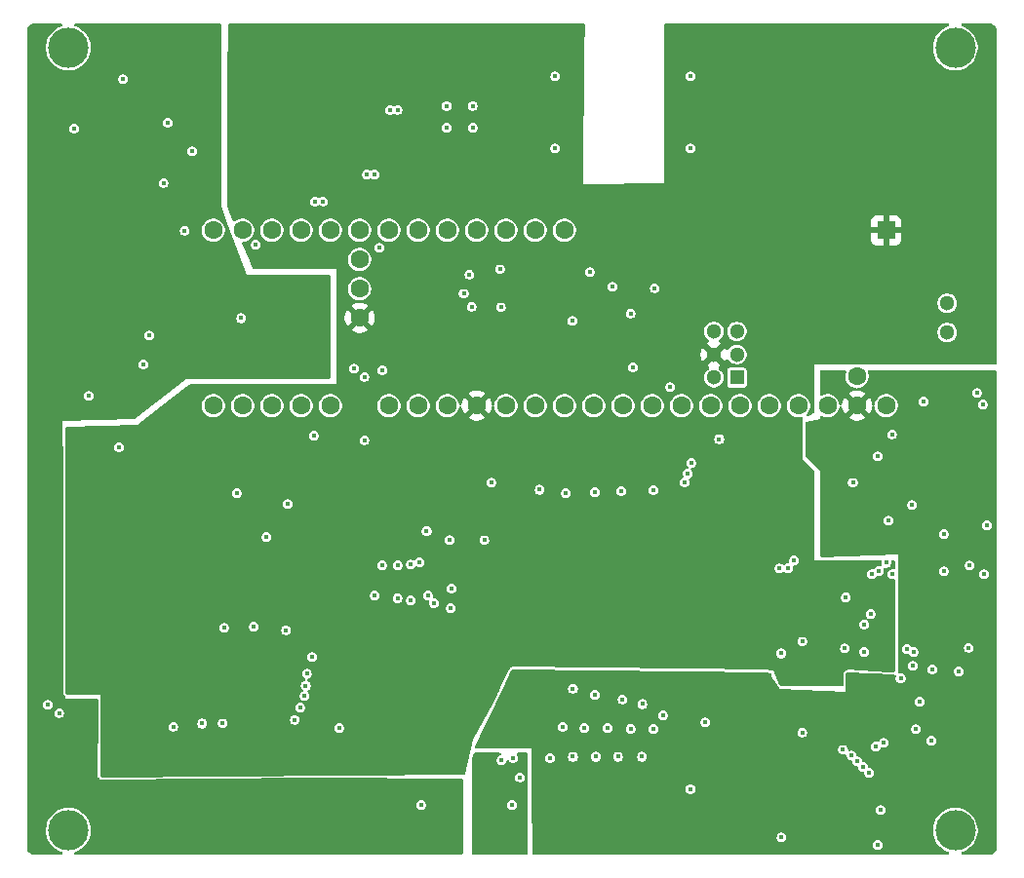
<source format=gbr>
%TF.GenerationSoftware,KiCad,Pcbnew,9.0.6*%
%TF.CreationDate,2026-02-09T18:54:36-05:00*%
%TF.ProjectId,main_board_v3,6d61696e-5f62-46f6-9172-645f76332e6b,rev?*%
%TF.SameCoordinates,Original*%
%TF.FileFunction,Copper,L2,Inr*%
%TF.FilePolarity,Positive*%
%FSLAX46Y46*%
G04 Gerber Fmt 4.6, Leading zero omitted, Abs format (unit mm)*
G04 Created by KiCad (PCBNEW 9.0.6) date 2026-02-09 18:54:36*
%MOMM*%
%LPD*%
G01*
G04 APERTURE LIST*
%TA.AperFunction,ComponentPad*%
%ADD10C,3.500000*%
%TD*%
%TA.AperFunction,ComponentPad*%
%ADD11R,1.600000X1.600000*%
%TD*%
%TA.AperFunction,ComponentPad*%
%ADD12C,1.600000*%
%TD*%
%TA.AperFunction,ComponentPad*%
%ADD13R,1.300000X1.300000*%
%TD*%
%TA.AperFunction,ComponentPad*%
%ADD14C,1.300000*%
%TD*%
%TA.AperFunction,ViaPad*%
%ADD15C,0.450000*%
%TD*%
G04 APERTURE END LIST*
D10*
%TO.N,N/C*%
%TO.C,H4*%
X132000000Y-85000000D03*
%TD*%
%TO.N,N/C*%
%TO.C,H3*%
X132000000Y-17000000D03*
%TD*%
%TO.N,N/C*%
%TO.C,H1*%
X55000000Y-17000000D03*
%TD*%
%TO.N,N/C*%
%TO.C,H2*%
X55000000Y-85000000D03*
%TD*%
D11*
%TO.N,GNDD*%
%TO.C,U1*%
X126000000Y-32860000D03*
D12*
%TO.N,!LDAC*%
X98060000Y-32860000D03*
%TO.N,MOSI1*%
X95520000Y-32860000D03*
%TO.N,MISO1*%
X92980000Y-32860000D03*
%TO.N,3V3_teensy*%
X90440000Y-32860000D03*
%TO.N,unconnected-(U1-24_A10_TX6_SCL2-Pad16)*%
X87900000Y-32860000D03*
%TO.N,unconnected-(U1-25_A11_RX6_SDA2-Pad17)*%
X85360000Y-32860000D03*
%TO.N,MOSI_ESP*%
X82820000Y-32860000D03*
%TO.N,SCLK_ESP*%
X80280000Y-32860000D03*
%TO.N,unconnected-(U1-28_RX7-Pad20)*%
X77740000Y-32860000D03*
%TO.N,unconnected-(U1-29_TX7-Pad21)*%
X75200000Y-32860000D03*
%TO.N,RESET_DAC*%
X72660000Y-32860000D03*
%TO.N,SYNC*%
X70120000Y-32860000D03*
%TO.N,LED_CONTROL*%
X67580000Y-32860000D03*
%TO.N,unconnected-(U1-33_MCLK2-Pad25)*%
X67580000Y-48100000D03*
%TO.N,Net-(U1-34_RX8)*%
X70120000Y-48100000D03*
%TO.N,Net-(U1-35_TX8)*%
X72660000Y-48100000D03*
%TO.N,CS_ESP*%
X75200000Y-48100000D03*
%TO.N,!CS_ADC*%
X77740000Y-48100000D03*
%TO.N,MISO_ESP*%
X82820000Y-48100000D03*
%TO.N,unconnected-(U1-40_A16-Pad32)*%
X85360000Y-48100000D03*
%TO.N,!ERROR*%
X87900000Y-48100000D03*
%TO.N,GNDD*%
X90440000Y-48100000D03*
%TO.N,SCLK1*%
X92980000Y-48100000D03*
%TO.N,D6_shift*%
X95520000Y-48100000D03*
%TO.N,D5_shift*%
X98060000Y-48100000D03*
%TO.N,D4_shift*%
X100600000Y-48100000D03*
%TO.N,D3_shift*%
X103140000Y-48100000D03*
%TO.N,SDA*%
X105680000Y-48100000D03*
%TO.N,SCL*%
X108220000Y-48100000D03*
%TO.N,D2_shift*%
X110760000Y-48100000D03*
%TO.N,D1_shift*%
X113300000Y-48100000D03*
%TO.N,CAND+*%
X115840000Y-48100000D03*
%TO.N,CAND-*%
X118380000Y-48100000D03*
%TO.N,3V3_to_buff*%
X120920000Y-48100000D03*
%TO.N,GNDA*%
X123460000Y-48100000D03*
%TO.N,5V*%
X126000000Y-48100000D03*
%TO.N,unconnected-(U1-VUSB-Pad49)*%
X123460000Y-45560000D03*
%TO.N,Net-(BT1-+)*%
X80280000Y-35400000D03*
%TO.N,unconnected-(U1-3V3-Pad51)*%
X80280000Y-37940000D03*
%TO.N,GNDD*%
X80280000Y-40480000D03*
D13*
%TO.N,RD+*%
X113030000Y-45661600D03*
D14*
%TO.N,unconnected-(U1-LED-Pad61)*%
X113030000Y-43661600D03*
%TO.N,TD-*%
X113030000Y-41661600D03*
%TO.N,TD+*%
X111030000Y-41661600D03*
%TO.N,GNDD*%
X111030000Y-43661600D03*
%TO.N,RD-*%
X111030000Y-45661600D03*
%TO.N,usb-*%
X131290000Y-41750000D03*
%TO.N,usb+*%
X131290000Y-39210000D03*
%TD*%
D15*
%TO.N,GNDA*%
X127800000Y-82600000D03*
X95550000Y-85500000D03*
X116600000Y-77400000D03*
X105400000Y-83100000D03*
X121250000Y-59775000D03*
X103600000Y-71400000D03*
X100100000Y-71440000D03*
X97100000Y-84000000D03*
X135124000Y-49250000D03*
X124800000Y-73600000D03*
X130514040Y-70178343D03*
X129250000Y-49250000D03*
X90600000Y-77600000D03*
X114100000Y-76200000D03*
X132321212Y-69789943D03*
X112000000Y-82900000D03*
X134500000Y-61250000D03*
X99100000Y-83900000D03*
X133250000Y-65000000D03*
X101500000Y-71400000D03*
X105500000Y-71390000D03*
X130750000Y-73500000D03*
X128800000Y-75600000D03*
X113300000Y-76300000D03*
X115000000Y-76200000D03*
X126700000Y-79600000D03*
X125800000Y-51800000D03*
X128301000Y-77700000D03*
X128511866Y-72259128D03*
X117200000Y-80600000D03*
X129834854Y-48932893D03*
X101100000Y-83900000D03*
X115900000Y-71500000D03*
X120750000Y-53000000D03*
X127250000Y-70250000D03*
X103300000Y-83600000D03*
X134750000Y-57250000D03*
X97925000Y-71425000D03*
X133900000Y-71200000D03*
X132750000Y-60500000D03*
%TO.N,2V5*%
X123100000Y-54800000D03*
X118700000Y-76500000D03*
X118700000Y-68600000D03*
X124075000Y-67100000D03*
X128900000Y-73825000D03*
X79800000Y-44900000D03*
%TO.N,5V_usb*%
X62000000Y-42000000D03*
X65100000Y-32900000D03*
%TO.N,5V*%
X61500000Y-44500000D03*
X134750000Y-58500000D03*
X68400000Y-75700000D03*
X129250000Y-47750000D03*
X133874000Y-47000000D03*
X130000000Y-71000000D03*
X88200000Y-65700000D03*
X86200000Y-64600000D03*
X132300000Y-71200000D03*
X133250000Y-62000000D03*
X59400000Y-51700000D03*
X134374000Y-48000000D03*
X56750000Y-47250000D03*
X88247968Y-63969908D03*
X78492280Y-76091874D03*
X125250000Y-52500000D03*
X127250002Y-71781670D03*
X81600000Y-64600000D03*
X134500000Y-62750000D03*
X128301000Y-70700000D03*
%TO.N,11.1V_battery*%
X93500000Y-82800000D03*
X92600000Y-78900000D03*
X93600000Y-78700000D03*
%TO.N,sg1+*%
X127776000Y-69250000D03*
X125500000Y-83250000D03*
%TO.N,sg2+*%
X110300000Y-75625000D03*
X116875000Y-69625000D03*
%TO.N,SDA_mag*%
X83565000Y-64855000D03*
%TO.N,SCL_mag*%
X84725000Y-65000000D03*
%TO.N,DN6*%
X76150000Y-69950000D03*
%TO.N,AN5*%
X105800000Y-76200000D03*
%TO.N,DN4*%
X75600000Y-72425000D03*
%TO.N,AN4*%
X103800000Y-76200000D03*
%TO.N,DN5*%
X75700000Y-71400000D03*
%TO.N,RX-*%
X90100000Y-23950000D03*
X81570300Y-28000000D03*
%TO.N,DN2*%
X75108732Y-74333732D03*
%TO.N,GP{slash}Int1*%
X66621232Y-75721232D03*
%TO.N,Net-(BT1-+)*%
X80700000Y-51100000D03*
X91100000Y-59800000D03*
X80700000Y-45600000D03*
%TO.N,AN10*%
X96800000Y-78700000D03*
%TO.N,RX+*%
X87825000Y-23950000D03*
X80929700Y-28000000D03*
%TO.N,AN2*%
X99800000Y-76100000D03*
%TO.N,PGND*%
X60365000Y-23591000D03*
X57575000Y-37150000D03*
X73000000Y-44500000D03*
X59750000Y-33500000D03*
X62500000Y-20000000D03*
X61200000Y-23500000D03*
X88600000Y-85300000D03*
X58000000Y-25000000D03*
X59750000Y-38000000D03*
X60300000Y-25300000D03*
X58725000Y-37150000D03*
X61300000Y-21700000D03*
X59500000Y-25300000D03*
X59500000Y-24500000D03*
X60400000Y-21700000D03*
X61200000Y-24600000D03*
X52900000Y-76800000D03*
X72500000Y-39250000D03*
X61300000Y-22500000D03*
X59500000Y-21700000D03*
X58000000Y-48000000D03*
X56750000Y-25250000D03*
X59500000Y-23500000D03*
X56934616Y-42890000D03*
X59750000Y-35000000D03*
X60400000Y-22500000D03*
X63250000Y-25750000D03*
X59500000Y-22500000D03*
X55200000Y-78100000D03*
X61200000Y-25300000D03*
X60300000Y-24600000D03*
%TO.N,AN3*%
X101800000Y-76100000D03*
%TO.N,DN1*%
X74645382Y-75387082D03*
%TO.N,usb-*%
X76400000Y-30366387D03*
%TO.N,AN1*%
X97900000Y-76000000D03*
%TO.N,TX-*%
X83570300Y-22400000D03*
X87825000Y-22050000D03*
%TO.N,sg_sense_1_FL*%
X125250000Y-86250000D03*
X116900000Y-85625000D03*
%TO.N,AN6*%
X104800000Y-78600000D03*
%TO.N,TX+*%
X82929700Y-22400000D03*
X90100000Y-22050000D03*
%TO.N,DN3*%
X75500000Y-73325000D03*
%TO.N,usb+*%
X77100000Y-30366387D03*
%TO.N,sg_sense_2_FR*%
X109000000Y-81400000D03*
%TO.N,AN7*%
X102700000Y-78600000D03*
%TO.N,AN8*%
X100800000Y-78600000D03*
%TO.N,GP{slash}Int2*%
X64100000Y-76000000D03*
%TO.N,3V3_teensy*%
X92539861Y-39564806D03*
X118005087Y-61547984D03*
X90000000Y-39500000D03*
X92455000Y-36250000D03*
%TO.N,AN9*%
X98800000Y-78600000D03*
%TO.N,CAN-*%
X117491700Y-62208300D03*
%TO.N,CAN+*%
X116733352Y-62233352D03*
%TO.N,GNDD*%
X113000000Y-24000000D03*
X121700000Y-71000000D03*
X82100000Y-28700000D03*
X120800000Y-68600000D03*
X82100000Y-23900000D03*
X112750000Y-21250000D03*
X118100000Y-70400000D03*
X88250000Y-61520000D03*
X92250000Y-22000000D03*
X79682584Y-28659362D03*
X84500000Y-24200000D03*
X67300000Y-78600000D03*
X93800000Y-53000000D03*
X116200000Y-54000000D03*
X110500000Y-21000000D03*
X77300000Y-76200000D03*
X115000000Y-63000000D03*
X80200000Y-76200000D03*
X92500000Y-24000000D03*
X85800000Y-77900000D03*
X99250000Y-37500000D03*
X86900000Y-67100000D03*
X65300000Y-78600000D03*
X103900000Y-52475000D03*
X60500000Y-55400000D03*
X99800000Y-52475000D03*
X100481112Y-37107529D03*
X82440900Y-28307152D03*
X75600000Y-24200000D03*
X115735000Y-60250000D03*
X119300000Y-70500000D03*
X116900000Y-71500000D03*
X92500000Y-40400000D03*
X77000000Y-23900000D03*
X62500000Y-76200000D03*
X80440900Y-28740159D03*
X96396069Y-38318859D03*
X108000000Y-65200000D03*
X110500000Y-24250000D03*
X91000000Y-23000000D03*
X79600000Y-23800000D03*
X77233350Y-28633251D03*
X107300000Y-52475000D03*
X96300000Y-53000000D03*
X77800000Y-28700000D03*
X86720000Y-60200000D03*
X119500000Y-63000000D03*
X88750000Y-40750000D03*
X122922742Y-69863044D03*
X102100000Y-52475000D03*
X61900000Y-79200000D03*
%TO.N,B-*%
X90200000Y-85300000D03*
X94500000Y-78900000D03*
X94550000Y-85500000D03*
%TO.N,5V_buck*%
X65750000Y-26000000D03*
X63624061Y-23503097D03*
X59750000Y-19750000D03*
X63250000Y-28750000D03*
%TO.N,5V_ref*%
X94200000Y-80400000D03*
%TO.N,A1_nyq*%
X98800000Y-72700000D03*
%TO.N,Net-(T1-TCT)*%
X109000000Y-19500000D03*
%TO.N,Net-(T1-RCT)*%
X109000000Y-25750000D03*
%TO.N,A2_nyq*%
X100700000Y-73225000D03*
%TO.N,A3_nyq*%
X103100000Y-73626000D03*
%TO.N,A4_nyq*%
X104824000Y-74027000D03*
%TO.N,A5_nyq*%
X106600000Y-75000000D03*
%TO.N,11.1V*%
X53200000Y-74100000D03*
X54200000Y-74800000D03*
X85600000Y-82800000D03*
X55500000Y-24000000D03*
%TO.N,A6_nyq*%
X122250000Y-78000000D03*
%TO.N,A7_nyq*%
X123000000Y-78500000D03*
%TO.N,A8_nyq*%
X123475000Y-79000000D03*
%TO.N,A9_nyq*%
X124000000Y-79500000D03*
%TO.N,A10_nyq*%
X124525000Y-79997449D03*
%TO.N,!ERROR*%
X122500000Y-64750000D03*
X108750000Y-54000000D03*
%TO.N,D6_shift*%
X91700000Y-54800000D03*
%TO.N,SDA*%
X83570000Y-61950000D03*
%TO.N,SCL*%
X84725000Y-61900000D03*
%TO.N,D1_shift*%
X105786119Y-55413881D03*
%TO.N,D2_shift*%
X103000000Y-55500000D03*
%TO.N,sg1-*%
X126500000Y-62750000D03*
X133149173Y-69139173D03*
%TO.N,sg2-*%
X126500000Y-50600000D03*
X128250000Y-56750000D03*
%TO.N,D3_shift*%
X100700000Y-55600000D03*
%TO.N,Net-(T1-RXCT)*%
X97250000Y-25750000D03*
%TO.N,Net-(T1-TXCT)*%
X97250000Y-19500000D03*
%TO.N,D4_shift*%
X98200000Y-55700000D03*
%TO.N,D5_shift*%
X95900000Y-55400000D03*
%TO.N,Net-(IC9-EN)*%
X86760000Y-65260000D03*
%TO.N,MISO_ESP*%
X74030000Y-56661600D03*
%TO.N,MOSI_ESP*%
X76300000Y-50700000D03*
%TO.N,MISO1*%
X126000000Y-61750000D03*
X107250000Y-46500000D03*
%TO.N,MOSI1*%
X125336861Y-62470542D03*
X111500000Y-51000000D03*
X102228768Y-37771232D03*
%TO.N,SCLK1*%
X124750000Y-62750000D03*
X109071232Y-53071232D03*
%TO.N,bias_A*%
X100250000Y-36500000D03*
X131000000Y-62500000D03*
%TO.N,2V5_ref*%
X105900000Y-37900000D03*
X126200000Y-58100000D03*
X129900000Y-77200000D03*
X125800000Y-77400000D03*
%TO.N,!CS_ADC*%
X82250000Y-45000000D03*
X108500000Y-54750000D03*
X124075000Y-69500000D03*
%TO.N,bias_B*%
X98750000Y-40750000D03*
X131000000Y-59250000D03*
X104000000Y-44750000D03*
%TO.N,!LDAC*%
X103800000Y-40100000D03*
%TO.N,SYNC*%
X89317952Y-38375002D03*
X82000000Y-34400000D03*
%TO.N,3V3_esp*%
X71271000Y-34100000D03*
X122400000Y-69200000D03*
X82220000Y-61950000D03*
X128586792Y-76214040D03*
X70000000Y-40500000D03*
X85470000Y-61700000D03*
X72200000Y-59500000D03*
X124647000Y-66200000D03*
X88100000Y-59800000D03*
X128374126Y-69504449D03*
X86100000Y-59000000D03*
%TO.N,Net-(U5-GPIO21{slash}D6{slash}TX)*%
X73900000Y-67600000D03*
%TO.N,Net-(U5-GPIO20{slash}D7{slash}RX)*%
X69605000Y-55700000D03*
%TO.N,Net-(U5-GPIO6{slash}D4{slash}SDA)*%
X68500000Y-67400000D03*
%TO.N,Net-(U5-GPIO7{slash}D5{slash}SCL)*%
X71100000Y-67300000D03*
%TO.N,Net-(IC6-AIN14)*%
X125075000Y-77700000D03*
%TO.N,RESET_DAC*%
X89800000Y-36700000D03*
%TD*%
%TA.AperFunction,Conductor*%
%TO.N,GNDA*%
G36*
X135542539Y-45019685D02*
G01*
X135588294Y-45072489D01*
X135599500Y-45124000D01*
X135599500Y-86493038D01*
X135598720Y-86506922D01*
X135586033Y-86619515D01*
X135579855Y-86646585D01*
X135544745Y-86746925D01*
X135532697Y-86771943D01*
X135476140Y-86861953D01*
X135458827Y-86883662D01*
X135383662Y-86958827D01*
X135361953Y-86976140D01*
X135271943Y-87032697D01*
X135246925Y-87044745D01*
X135146585Y-87079855D01*
X135119516Y-87086033D01*
X135034855Y-87095572D01*
X135006921Y-87098720D01*
X134993039Y-87099500D01*
X132642584Y-87099500D01*
X132575545Y-87079815D01*
X132529790Y-87027011D01*
X132519846Y-86957853D01*
X132548871Y-86894297D01*
X132607649Y-86856523D01*
X132610461Y-86855733D01*
X132628313Y-86850950D01*
X132864535Y-86753104D01*
X133085965Y-86625261D01*
X133288813Y-86469610D01*
X133469610Y-86288813D01*
X133625261Y-86085965D01*
X133753104Y-85864535D01*
X133850950Y-85628313D01*
X133917126Y-85381340D01*
X133950500Y-85127843D01*
X133950500Y-84872157D01*
X133917126Y-84618660D01*
X133850950Y-84371687D01*
X133753104Y-84135465D01*
X133753102Y-84135462D01*
X133753100Y-84135457D01*
X133625265Y-83914042D01*
X133625261Y-83914035D01*
X133469610Y-83711187D01*
X133469605Y-83711181D01*
X133288818Y-83530394D01*
X133288811Y-83530388D01*
X133085973Y-83374745D01*
X133085971Y-83374743D01*
X133085965Y-83374739D01*
X133085960Y-83374736D01*
X133085957Y-83374734D01*
X132864542Y-83246899D01*
X132864531Y-83246894D01*
X132628322Y-83149053D01*
X132628315Y-83149051D01*
X132628313Y-83149050D01*
X132381340Y-83082874D01*
X132325007Y-83075457D01*
X132127850Y-83049500D01*
X132127843Y-83049500D01*
X131872157Y-83049500D01*
X131872149Y-83049500D01*
X131646826Y-83079165D01*
X131618660Y-83082874D01*
X131403652Y-83140485D01*
X131371687Y-83149050D01*
X131371677Y-83149053D01*
X131135468Y-83246894D01*
X131135457Y-83246899D01*
X130914042Y-83374734D01*
X130914026Y-83374745D01*
X130711188Y-83530388D01*
X130711181Y-83530394D01*
X130530394Y-83711181D01*
X130530388Y-83711188D01*
X130374745Y-83914026D01*
X130374734Y-83914042D01*
X130246899Y-84135457D01*
X130246894Y-84135468D01*
X130149053Y-84371677D01*
X130149050Y-84371687D01*
X130082874Y-84618661D01*
X130049500Y-84872149D01*
X130049500Y-85127850D01*
X130070127Y-85284517D01*
X130082874Y-85381340D01*
X130133153Y-85568984D01*
X130149050Y-85628312D01*
X130149053Y-85628322D01*
X130246894Y-85864531D01*
X130246899Y-85864542D01*
X130374734Y-86085957D01*
X130374745Y-86085973D01*
X130530388Y-86288811D01*
X130530394Y-86288818D01*
X130711181Y-86469605D01*
X130711187Y-86469610D01*
X130914035Y-86625261D01*
X130914042Y-86625265D01*
X131135457Y-86753100D01*
X131135462Y-86753102D01*
X131135465Y-86753104D01*
X131371687Y-86850950D01*
X131389510Y-86855725D01*
X131449170Y-86892090D01*
X131479699Y-86954937D01*
X131471404Y-87024313D01*
X131426919Y-87078190D01*
X131360367Y-87099465D01*
X131357416Y-87099500D01*
X95399009Y-87099500D01*
X95331970Y-87079815D01*
X95286215Y-87027011D01*
X95275013Y-86976525D01*
X95268546Y-86193982D01*
X124824500Y-86193982D01*
X124824500Y-86306018D01*
X124853497Y-86414237D01*
X124909515Y-86511263D01*
X124988737Y-86590485D01*
X125085763Y-86646503D01*
X125193982Y-86675500D01*
X125193984Y-86675500D01*
X125306016Y-86675500D01*
X125306018Y-86675500D01*
X125414237Y-86646503D01*
X125511263Y-86590485D01*
X125590485Y-86511263D01*
X125646503Y-86414237D01*
X125675500Y-86306018D01*
X125675500Y-86193982D01*
X125646503Y-86085763D01*
X125590485Y-85988737D01*
X125511263Y-85909515D01*
X125446579Y-85872169D01*
X125414239Y-85853498D01*
X125414238Y-85853497D01*
X125414237Y-85853497D01*
X125306018Y-85824500D01*
X125193982Y-85824500D01*
X125085763Y-85853497D01*
X125085760Y-85853498D01*
X124988740Y-85909513D01*
X124988734Y-85909517D01*
X124909517Y-85988734D01*
X124909513Y-85988740D01*
X124853498Y-86085760D01*
X124853497Y-86085763D01*
X124824500Y-86193982D01*
X95268546Y-86193982D01*
X95268487Y-86186880D01*
X95263381Y-85568982D01*
X116474500Y-85568982D01*
X116474500Y-85681018D01*
X116503497Y-85789237D01*
X116559515Y-85886263D01*
X116638737Y-85965485D01*
X116735763Y-86021503D01*
X116843982Y-86050500D01*
X116843984Y-86050500D01*
X116956016Y-86050500D01*
X116956018Y-86050500D01*
X117064237Y-86021503D01*
X117161263Y-85965485D01*
X117240485Y-85886263D01*
X117296503Y-85789237D01*
X117325500Y-85681018D01*
X117325500Y-85568982D01*
X117296503Y-85460763D01*
X117240485Y-85363737D01*
X117161263Y-85284515D01*
X117064237Y-85228497D01*
X116956018Y-85199500D01*
X116843982Y-85199500D01*
X116735763Y-85228497D01*
X116735760Y-85228498D01*
X116638740Y-85284513D01*
X116638734Y-85284517D01*
X116559517Y-85363734D01*
X116559513Y-85363740D01*
X116503498Y-85460760D01*
X116503497Y-85460763D01*
X116474500Y-85568982D01*
X95263381Y-85568982D01*
X95263322Y-85561880D01*
X95243753Y-83193982D01*
X125074500Y-83193982D01*
X125074500Y-83306018D01*
X125103497Y-83414237D01*
X125159515Y-83511263D01*
X125238737Y-83590485D01*
X125335763Y-83646503D01*
X125443982Y-83675500D01*
X125443984Y-83675500D01*
X125556016Y-83675500D01*
X125556018Y-83675500D01*
X125664237Y-83646503D01*
X125761263Y-83590485D01*
X125840485Y-83511263D01*
X125896503Y-83414237D01*
X125925500Y-83306018D01*
X125925500Y-83193982D01*
X125896503Y-83085763D01*
X125840485Y-82988737D01*
X125761263Y-82909515D01*
X125696579Y-82872169D01*
X125664239Y-82853498D01*
X125664238Y-82853497D01*
X125664237Y-82853497D01*
X125556018Y-82824500D01*
X125443982Y-82824500D01*
X125335763Y-82853497D01*
X125335760Y-82853498D01*
X125238740Y-82909513D01*
X125238734Y-82909517D01*
X125159517Y-82988734D01*
X125159513Y-82988740D01*
X125103498Y-83085760D01*
X125103497Y-83085763D01*
X125074500Y-83193982D01*
X95243753Y-83193982D01*
X95243694Y-83186880D01*
X95228463Y-81343982D01*
X108574500Y-81343982D01*
X108574500Y-81456018D01*
X108603497Y-81564237D01*
X108659515Y-81661263D01*
X108738737Y-81740485D01*
X108835763Y-81796503D01*
X108943982Y-81825500D01*
X108943984Y-81825500D01*
X109056016Y-81825500D01*
X109056018Y-81825500D01*
X109164237Y-81796503D01*
X109261263Y-81740485D01*
X109340485Y-81661263D01*
X109396503Y-81564237D01*
X109425500Y-81456018D01*
X109425500Y-81343982D01*
X109396503Y-81235763D01*
X109340485Y-81138737D01*
X109261263Y-81059515D01*
X109164237Y-81003497D01*
X109056018Y-80974500D01*
X108943982Y-80974500D01*
X108835763Y-81003497D01*
X108835760Y-81003498D01*
X108738740Y-81059513D01*
X108738734Y-81059517D01*
X108659517Y-81138734D01*
X108659513Y-81138740D01*
X108603498Y-81235760D01*
X108603497Y-81235763D01*
X108574500Y-81343982D01*
X95228463Y-81343982D01*
X95228404Y-81336880D01*
X95206149Y-78643982D01*
X96374500Y-78643982D01*
X96374500Y-78756018D01*
X96403497Y-78864237D01*
X96459515Y-78961263D01*
X96538737Y-79040485D01*
X96635763Y-79096503D01*
X96743982Y-79125500D01*
X96743984Y-79125500D01*
X96856016Y-79125500D01*
X96856018Y-79125500D01*
X96964237Y-79096503D01*
X97061263Y-79040485D01*
X97140485Y-78961263D01*
X97196503Y-78864237D01*
X97225500Y-78756018D01*
X97225500Y-78643982D01*
X97209034Y-78582531D01*
X97205129Y-78567955D01*
X97205127Y-78567950D01*
X97201930Y-78556018D01*
X97198705Y-78543982D01*
X98374500Y-78543982D01*
X98374500Y-78656018D01*
X98403497Y-78764237D01*
X98459515Y-78861263D01*
X98538737Y-78940485D01*
X98635763Y-78996503D01*
X98743982Y-79025500D01*
X98743984Y-79025500D01*
X98856016Y-79025500D01*
X98856018Y-79025500D01*
X98964237Y-78996503D01*
X99061263Y-78940485D01*
X99140485Y-78861263D01*
X99196503Y-78764237D01*
X99225500Y-78656018D01*
X99225500Y-78543982D01*
X100374500Y-78543982D01*
X100374500Y-78656018D01*
X100403497Y-78764237D01*
X100459515Y-78861263D01*
X100538737Y-78940485D01*
X100635763Y-78996503D01*
X100743982Y-79025500D01*
X100743984Y-79025500D01*
X100856016Y-79025500D01*
X100856018Y-79025500D01*
X100964237Y-78996503D01*
X101061263Y-78940485D01*
X101140485Y-78861263D01*
X101196503Y-78764237D01*
X101225500Y-78656018D01*
X101225500Y-78543982D01*
X102274500Y-78543982D01*
X102274500Y-78656018D01*
X102303497Y-78764237D01*
X102359515Y-78861263D01*
X102438737Y-78940485D01*
X102535763Y-78996503D01*
X102643982Y-79025500D01*
X102643984Y-79025500D01*
X102756016Y-79025500D01*
X102756018Y-79025500D01*
X102864237Y-78996503D01*
X102961263Y-78940485D01*
X103040485Y-78861263D01*
X103096503Y-78764237D01*
X103125500Y-78656018D01*
X103125500Y-78543982D01*
X104374500Y-78543982D01*
X104374500Y-78656018D01*
X104403497Y-78764237D01*
X104459515Y-78861263D01*
X104538737Y-78940485D01*
X104635763Y-78996503D01*
X104743982Y-79025500D01*
X104743984Y-79025500D01*
X104856016Y-79025500D01*
X104856018Y-79025500D01*
X104964237Y-78996503D01*
X105061263Y-78940485D01*
X105140485Y-78861263D01*
X105196503Y-78764237D01*
X105225500Y-78656018D01*
X105225500Y-78543982D01*
X105196503Y-78435763D01*
X105140485Y-78338737D01*
X105061263Y-78259515D01*
X104964237Y-78203497D01*
X104856018Y-78174500D01*
X104743982Y-78174500D01*
X104635763Y-78203497D01*
X104635760Y-78203498D01*
X104538740Y-78259513D01*
X104538734Y-78259517D01*
X104459517Y-78338734D01*
X104459513Y-78338740D01*
X104403498Y-78435760D01*
X104403497Y-78435763D01*
X104374500Y-78543982D01*
X103125500Y-78543982D01*
X103096503Y-78435763D01*
X103040485Y-78338737D01*
X102961263Y-78259515D01*
X102864237Y-78203497D01*
X102756018Y-78174500D01*
X102643982Y-78174500D01*
X102535763Y-78203497D01*
X102535760Y-78203498D01*
X102438740Y-78259513D01*
X102438734Y-78259517D01*
X102359517Y-78338734D01*
X102359513Y-78338740D01*
X102303498Y-78435760D01*
X102303497Y-78435763D01*
X102274500Y-78543982D01*
X101225500Y-78543982D01*
X101196503Y-78435763D01*
X101140485Y-78338737D01*
X101061263Y-78259515D01*
X100964237Y-78203497D01*
X100856018Y-78174500D01*
X100743982Y-78174500D01*
X100635763Y-78203497D01*
X100635760Y-78203498D01*
X100538740Y-78259513D01*
X100538734Y-78259517D01*
X100459517Y-78338734D01*
X100459513Y-78338740D01*
X100403498Y-78435760D01*
X100403497Y-78435763D01*
X100374500Y-78543982D01*
X99225500Y-78543982D01*
X99196503Y-78435763D01*
X99140485Y-78338737D01*
X99061263Y-78259515D01*
X98964237Y-78203497D01*
X98856018Y-78174500D01*
X98743982Y-78174500D01*
X98635763Y-78203497D01*
X98635760Y-78203498D01*
X98538740Y-78259513D01*
X98538734Y-78259517D01*
X98459517Y-78338734D01*
X98459513Y-78338740D01*
X98403498Y-78435760D01*
X98403497Y-78435763D01*
X98374500Y-78543982D01*
X97198705Y-78543982D01*
X97196503Y-78535763D01*
X97140485Y-78438737D01*
X97061263Y-78359515D01*
X96964237Y-78303497D01*
X96856018Y-78274500D01*
X96743982Y-78274500D01*
X96635763Y-78303497D01*
X96635760Y-78303498D01*
X96538740Y-78359513D01*
X96538734Y-78359517D01*
X96459517Y-78438734D01*
X96459513Y-78438740D01*
X96403498Y-78535760D01*
X96403497Y-78535763D01*
X96374500Y-78643982D01*
X95206149Y-78643982D01*
X95206090Y-78636880D01*
X95200364Y-77943982D01*
X121824500Y-77943982D01*
X121824500Y-78056018D01*
X121853497Y-78164237D01*
X121909515Y-78261263D01*
X121988737Y-78340485D01*
X122085763Y-78396503D01*
X122193982Y-78425500D01*
X122193984Y-78425500D01*
X122306015Y-78425500D01*
X122306018Y-78425500D01*
X122414237Y-78396503D01*
X122414239Y-78396501D01*
X122418406Y-78395385D01*
X122488256Y-78397048D01*
X122546119Y-78436210D01*
X122573623Y-78500439D01*
X122574500Y-78515160D01*
X122574500Y-78556018D01*
X122603497Y-78664237D01*
X122659515Y-78761263D01*
X122738737Y-78840485D01*
X122835763Y-78896503D01*
X122943982Y-78925500D01*
X122943984Y-78925500D01*
X122951832Y-78927603D01*
X122951332Y-78929466D01*
X123005575Y-78953457D01*
X123044050Y-79011779D01*
X123049500Y-79048136D01*
X123049500Y-79056018D01*
X123078497Y-79164237D01*
X123134515Y-79261263D01*
X123213737Y-79340485D01*
X123310763Y-79396503D01*
X123418982Y-79425500D01*
X123418984Y-79425500D01*
X123450500Y-79425500D01*
X123517539Y-79445185D01*
X123563294Y-79497989D01*
X123574500Y-79549500D01*
X123574500Y-79556018D01*
X123603497Y-79664237D01*
X123659515Y-79761263D01*
X123738737Y-79840485D01*
X123835763Y-79896503D01*
X123943982Y-79925500D01*
X123943984Y-79925500D01*
X123975500Y-79925500D01*
X124042539Y-79945185D01*
X124088294Y-79997989D01*
X124099500Y-80049500D01*
X124099500Y-80053467D01*
X124128497Y-80161686D01*
X124184515Y-80258712D01*
X124263737Y-80337934D01*
X124360763Y-80393952D01*
X124468982Y-80422949D01*
X124468984Y-80422949D01*
X124581016Y-80422949D01*
X124581018Y-80422949D01*
X124689237Y-80393952D01*
X124786263Y-80337934D01*
X124865485Y-80258712D01*
X124921503Y-80161686D01*
X124950500Y-80053467D01*
X124950500Y-79941431D01*
X124921503Y-79833212D01*
X124865485Y-79736186D01*
X124786263Y-79656964D01*
X124689237Y-79600946D01*
X124581018Y-79571949D01*
X124549500Y-79571949D01*
X124482461Y-79552264D01*
X124436706Y-79499460D01*
X124425500Y-79447949D01*
X124425500Y-79443984D01*
X124425500Y-79443982D01*
X124396503Y-79335763D01*
X124340485Y-79238737D01*
X124261263Y-79159515D01*
X124164237Y-79103497D01*
X124056018Y-79074500D01*
X124024500Y-79074500D01*
X123957461Y-79054815D01*
X123911706Y-79002011D01*
X123900500Y-78950500D01*
X123900500Y-78943984D01*
X123900500Y-78943982D01*
X123871503Y-78835763D01*
X123815485Y-78738737D01*
X123736263Y-78659515D01*
X123639237Y-78603497D01*
X123531018Y-78574500D01*
X123531017Y-78574500D01*
X123523168Y-78572397D01*
X123523666Y-78570536D01*
X123469409Y-78546528D01*
X123430944Y-78488200D01*
X123425500Y-78451863D01*
X123425500Y-78443984D01*
X123425500Y-78443982D01*
X123396503Y-78335763D01*
X123340485Y-78238737D01*
X123261263Y-78159515D01*
X123164237Y-78103497D01*
X123056018Y-78074500D01*
X122943982Y-78074500D01*
X122831593Y-78104614D01*
X122761743Y-78102951D01*
X122703881Y-78063788D01*
X122676377Y-77999559D01*
X122675500Y-77984839D01*
X122675500Y-77943984D01*
X122675500Y-77943982D01*
X122646503Y-77835763D01*
X122590485Y-77738737D01*
X122511263Y-77659515D01*
X122484359Y-77643982D01*
X124649500Y-77643982D01*
X124649500Y-77756018D01*
X124678497Y-77864237D01*
X124734515Y-77961263D01*
X124813737Y-78040485D01*
X124910763Y-78096503D01*
X125018982Y-78125500D01*
X125018984Y-78125500D01*
X125131016Y-78125500D01*
X125131018Y-78125500D01*
X125239237Y-78096503D01*
X125336263Y-78040485D01*
X125415485Y-77961263D01*
X125471503Y-77864237D01*
X125471505Y-77864229D01*
X125472051Y-77862913D01*
X125472814Y-77861965D01*
X125475567Y-77857198D01*
X125476310Y-77857627D01*
X125515890Y-77808508D01*
X125582183Y-77786440D01*
X125627837Y-77794676D01*
X125627912Y-77794399D01*
X125631240Y-77795290D01*
X125634068Y-77795801D01*
X125635759Y-77796501D01*
X125635763Y-77796503D01*
X125743982Y-77825500D01*
X125743984Y-77825500D01*
X125856016Y-77825500D01*
X125856018Y-77825500D01*
X125964237Y-77796503D01*
X126061263Y-77740485D01*
X126140485Y-77661263D01*
X126196503Y-77564237D01*
X126225500Y-77456018D01*
X126225500Y-77343982D01*
X126196503Y-77235763D01*
X126143513Y-77143982D01*
X129474500Y-77143982D01*
X129474500Y-77256018D01*
X129503497Y-77364237D01*
X129559515Y-77461263D01*
X129638737Y-77540485D01*
X129735763Y-77596503D01*
X129843982Y-77625500D01*
X129843984Y-77625500D01*
X129956016Y-77625500D01*
X129956018Y-77625500D01*
X130064237Y-77596503D01*
X130161263Y-77540485D01*
X130240485Y-77461263D01*
X130296503Y-77364237D01*
X130325500Y-77256018D01*
X130325500Y-77143982D01*
X130296503Y-77035763D01*
X130240485Y-76938737D01*
X130161263Y-76859515D01*
X130064237Y-76803497D01*
X129956018Y-76774500D01*
X129843982Y-76774500D01*
X129735763Y-76803497D01*
X129735760Y-76803498D01*
X129638740Y-76859513D01*
X129638734Y-76859517D01*
X129559517Y-76938734D01*
X129559513Y-76938740D01*
X129503498Y-77035760D01*
X129503497Y-77035763D01*
X129474500Y-77143982D01*
X126143513Y-77143982D01*
X126140485Y-77138737D01*
X126061263Y-77059515D01*
X125964237Y-77003497D01*
X125856018Y-76974500D01*
X125743982Y-76974500D01*
X125635763Y-77003497D01*
X125635760Y-77003498D01*
X125538740Y-77059513D01*
X125538734Y-77059517D01*
X125459517Y-77138734D01*
X125459513Y-77138740D01*
X125403492Y-77235770D01*
X125402941Y-77237102D01*
X125402175Y-77238051D01*
X125399433Y-77242802D01*
X125398691Y-77242374D01*
X125359095Y-77291501D01*
X125292799Y-77313559D01*
X125247162Y-77305324D01*
X125247088Y-77305601D01*
X125243772Y-77304712D01*
X125240937Y-77304201D01*
X125239239Y-77303498D01*
X125239238Y-77303497D01*
X125239237Y-77303497D01*
X125131018Y-77274500D01*
X125018982Y-77274500D01*
X124910763Y-77303497D01*
X124910760Y-77303498D01*
X124813740Y-77359513D01*
X124813734Y-77359517D01*
X124734517Y-77438734D01*
X124734513Y-77438740D01*
X124678498Y-77535760D01*
X124678497Y-77535763D01*
X124649500Y-77643982D01*
X122484359Y-77643982D01*
X122414237Y-77603497D01*
X122306018Y-77574500D01*
X122193982Y-77574500D01*
X122085763Y-77603497D01*
X122085760Y-77603498D01*
X121988740Y-77659513D01*
X121988734Y-77659517D01*
X121909517Y-77738734D01*
X121909513Y-77738740D01*
X121853498Y-77835760D01*
X121853497Y-77835763D01*
X121824500Y-77943982D01*
X95200364Y-77943982D01*
X95200305Y-77936880D01*
X95200000Y-77900000D01*
X90396756Y-77900000D01*
X90329717Y-77880315D01*
X90283962Y-77827511D01*
X90274018Y-77758353D01*
X90284891Y-77722500D01*
X91135486Y-75943982D01*
X97474500Y-75943982D01*
X97474500Y-76056018D01*
X97503497Y-76164237D01*
X97559515Y-76261263D01*
X97638737Y-76340485D01*
X97735763Y-76396503D01*
X97843982Y-76425500D01*
X97843984Y-76425500D01*
X97956016Y-76425500D01*
X97956018Y-76425500D01*
X98064237Y-76396503D01*
X98161263Y-76340485D01*
X98240485Y-76261263D01*
X98296503Y-76164237D01*
X98325500Y-76056018D01*
X98325500Y-76043982D01*
X99374500Y-76043982D01*
X99374500Y-76156018D01*
X99401295Y-76256017D01*
X99403497Y-76264236D01*
X99403498Y-76264239D01*
X99406857Y-76270057D01*
X99459515Y-76361263D01*
X99538737Y-76440485D01*
X99635763Y-76496503D01*
X99743982Y-76525500D01*
X99743984Y-76525500D01*
X99856016Y-76525500D01*
X99856018Y-76525500D01*
X99964237Y-76496503D01*
X100061263Y-76440485D01*
X100140485Y-76361263D01*
X100196503Y-76264237D01*
X100225500Y-76156018D01*
X100225500Y-76043982D01*
X101374500Y-76043982D01*
X101374500Y-76156018D01*
X101401295Y-76256017D01*
X101403497Y-76264236D01*
X101403498Y-76264239D01*
X101406857Y-76270057D01*
X101459515Y-76361263D01*
X101538737Y-76440485D01*
X101635763Y-76496503D01*
X101743982Y-76525500D01*
X101743984Y-76525500D01*
X101856016Y-76525500D01*
X101856018Y-76525500D01*
X101964237Y-76496503D01*
X102061263Y-76440485D01*
X102140485Y-76361263D01*
X102196503Y-76264237D01*
X102225500Y-76156018D01*
X102225500Y-76143982D01*
X103374500Y-76143982D01*
X103374500Y-76256018D01*
X103403497Y-76364237D01*
X103459515Y-76461263D01*
X103538737Y-76540485D01*
X103635763Y-76596503D01*
X103743982Y-76625500D01*
X103743984Y-76625500D01*
X103856016Y-76625500D01*
X103856018Y-76625500D01*
X103964237Y-76596503D01*
X104061263Y-76540485D01*
X104140485Y-76461263D01*
X104196503Y-76364237D01*
X104225500Y-76256018D01*
X104225500Y-76143982D01*
X105374500Y-76143982D01*
X105374500Y-76256018D01*
X105403497Y-76364237D01*
X105459515Y-76461263D01*
X105538737Y-76540485D01*
X105635763Y-76596503D01*
X105743982Y-76625500D01*
X105743984Y-76625500D01*
X105856016Y-76625500D01*
X105856018Y-76625500D01*
X105964237Y-76596503D01*
X106061263Y-76540485D01*
X106140485Y-76461263D01*
X106150462Y-76443982D01*
X118274500Y-76443982D01*
X118274500Y-76556018D01*
X118303497Y-76664237D01*
X118359515Y-76761263D01*
X118438737Y-76840485D01*
X118535763Y-76896503D01*
X118643982Y-76925500D01*
X118643984Y-76925500D01*
X118756016Y-76925500D01*
X118756018Y-76925500D01*
X118864237Y-76896503D01*
X118961263Y-76840485D01*
X119040485Y-76761263D01*
X119096503Y-76664237D01*
X119125500Y-76556018D01*
X119125500Y-76443982D01*
X119096503Y-76335763D01*
X119040485Y-76238737D01*
X118961263Y-76159515D01*
X118958677Y-76158022D01*
X128161292Y-76158022D01*
X128161292Y-76270058D01*
X128190289Y-76378277D01*
X128246307Y-76475303D01*
X128325529Y-76554525D01*
X128422555Y-76610543D01*
X128530774Y-76639540D01*
X128530776Y-76639540D01*
X128642808Y-76639540D01*
X128642810Y-76639540D01*
X128751029Y-76610543D01*
X128848055Y-76554525D01*
X128927277Y-76475303D01*
X128983295Y-76378277D01*
X129012292Y-76270058D01*
X129012292Y-76158022D01*
X128983295Y-76049803D01*
X128927277Y-75952777D01*
X128848055Y-75873555D01*
X128751029Y-75817537D01*
X128642810Y-75788540D01*
X128530774Y-75788540D01*
X128422555Y-75817537D01*
X128422552Y-75817538D01*
X128325532Y-75873553D01*
X128325526Y-75873557D01*
X128246309Y-75952774D01*
X128246305Y-75952780D01*
X128190290Y-76049800D01*
X128190289Y-76049803D01*
X128161292Y-76158022D01*
X118958677Y-76158022D01*
X118864237Y-76103497D01*
X118756018Y-76074500D01*
X118643982Y-76074500D01*
X118535763Y-76103497D01*
X118535760Y-76103498D01*
X118438740Y-76159513D01*
X118438734Y-76159517D01*
X118359517Y-76238734D01*
X118359513Y-76238740D01*
X118303498Y-76335760D01*
X118303497Y-76335763D01*
X118274500Y-76443982D01*
X106150462Y-76443982D01*
X106196503Y-76364237D01*
X106225500Y-76256018D01*
X106225500Y-76143982D01*
X106196503Y-76035763D01*
X106140485Y-75938737D01*
X106061263Y-75859515D01*
X105964237Y-75803497D01*
X105856018Y-75774500D01*
X105743982Y-75774500D01*
X105635763Y-75803497D01*
X105635760Y-75803498D01*
X105538740Y-75859513D01*
X105538734Y-75859517D01*
X105459517Y-75938734D01*
X105459513Y-75938740D01*
X105403498Y-76035760D01*
X105403497Y-76035763D01*
X105374500Y-76143982D01*
X104225500Y-76143982D01*
X104196503Y-76035763D01*
X104140485Y-75938737D01*
X104061263Y-75859515D01*
X103964237Y-75803497D01*
X103856018Y-75774500D01*
X103743982Y-75774500D01*
X103635763Y-75803497D01*
X103635760Y-75803498D01*
X103538740Y-75859513D01*
X103538734Y-75859517D01*
X103459517Y-75938734D01*
X103459513Y-75938740D01*
X103403498Y-76035760D01*
X103403497Y-76035763D01*
X103374500Y-76143982D01*
X102225500Y-76143982D01*
X102225500Y-76043982D01*
X102196503Y-75935763D01*
X102140485Y-75838737D01*
X102061263Y-75759515D01*
X101964237Y-75703497D01*
X101856018Y-75674500D01*
X101743982Y-75674500D01*
X101635763Y-75703497D01*
X101635760Y-75703498D01*
X101538740Y-75759513D01*
X101538734Y-75759517D01*
X101459517Y-75838734D01*
X101459513Y-75838740D01*
X101403498Y-75935760D01*
X101403497Y-75935763D01*
X101374500Y-76043982D01*
X100225500Y-76043982D01*
X100196503Y-75935763D01*
X100140485Y-75838737D01*
X100061263Y-75759515D01*
X99964237Y-75703497D01*
X99856018Y-75674500D01*
X99743982Y-75674500D01*
X99635763Y-75703497D01*
X99635760Y-75703498D01*
X99538740Y-75759513D01*
X99538734Y-75759517D01*
X99459517Y-75838734D01*
X99459513Y-75838740D01*
X99403498Y-75935760D01*
X99403497Y-75935763D01*
X99374500Y-76043982D01*
X98325500Y-76043982D01*
X98325500Y-75943982D01*
X98296503Y-75835763D01*
X98240485Y-75738737D01*
X98161263Y-75659515D01*
X98064237Y-75603497D01*
X97956018Y-75574500D01*
X97843982Y-75574500D01*
X97735763Y-75603497D01*
X97735760Y-75603498D01*
X97638740Y-75659513D01*
X97638734Y-75659517D01*
X97559517Y-75738734D01*
X97559513Y-75738740D01*
X97503498Y-75835760D01*
X97503497Y-75835763D01*
X97474500Y-75943982D01*
X91135486Y-75943982D01*
X91314834Y-75568982D01*
X109874500Y-75568982D01*
X109874500Y-75681018D01*
X109903497Y-75789237D01*
X109959515Y-75886263D01*
X110038737Y-75965485D01*
X110135763Y-76021503D01*
X110243982Y-76050500D01*
X110243984Y-76050500D01*
X110356016Y-76050500D01*
X110356018Y-76050500D01*
X110464237Y-76021503D01*
X110561263Y-75965485D01*
X110640485Y-75886263D01*
X110696503Y-75789237D01*
X110725500Y-75681018D01*
X110725500Y-75568982D01*
X110696503Y-75460763D01*
X110640485Y-75363737D01*
X110561263Y-75284515D01*
X110464237Y-75228497D01*
X110356018Y-75199500D01*
X110243982Y-75199500D01*
X110135763Y-75228497D01*
X110135760Y-75228498D01*
X110038740Y-75284513D01*
X110038734Y-75284517D01*
X109959517Y-75363734D01*
X109959513Y-75363740D01*
X109903498Y-75460760D01*
X109903497Y-75460763D01*
X109874500Y-75568982D01*
X91314834Y-75568982D01*
X91613747Y-74943982D01*
X106174500Y-74943982D01*
X106174500Y-75056018D01*
X106203497Y-75164237D01*
X106259515Y-75261263D01*
X106338737Y-75340485D01*
X106435763Y-75396503D01*
X106543982Y-75425500D01*
X106543984Y-75425500D01*
X106656016Y-75425500D01*
X106656018Y-75425500D01*
X106764237Y-75396503D01*
X106861263Y-75340485D01*
X106940485Y-75261263D01*
X106996503Y-75164237D01*
X107025500Y-75056018D01*
X107025500Y-74943982D01*
X106996503Y-74835763D01*
X106940485Y-74738737D01*
X106861263Y-74659515D01*
X106764237Y-74603497D01*
X106656018Y-74574500D01*
X106543982Y-74574500D01*
X106435763Y-74603497D01*
X106435760Y-74603498D01*
X106338740Y-74659513D01*
X106338734Y-74659517D01*
X106259517Y-74738734D01*
X106259513Y-74738740D01*
X106203498Y-74835760D01*
X106203497Y-74835763D01*
X106174500Y-74943982D01*
X91613747Y-74943982D01*
X92462660Y-73168982D01*
X100274500Y-73168982D01*
X100274500Y-73281018D01*
X100303497Y-73389237D01*
X100359515Y-73486263D01*
X100438737Y-73565485D01*
X100535763Y-73621503D01*
X100643982Y-73650500D01*
X100643984Y-73650500D01*
X100756016Y-73650500D01*
X100756018Y-73650500D01*
X100864237Y-73621503D01*
X100953474Y-73569982D01*
X102674500Y-73569982D01*
X102674500Y-73682018D01*
X102703497Y-73790237D01*
X102759515Y-73887263D01*
X102838737Y-73966485D01*
X102935763Y-74022503D01*
X103043982Y-74051500D01*
X103043984Y-74051500D01*
X103156016Y-74051500D01*
X103156018Y-74051500D01*
X103264237Y-74022503D01*
X103353474Y-73970982D01*
X104398500Y-73970982D01*
X104398500Y-74083018D01*
X104399370Y-74086263D01*
X104427497Y-74191236D01*
X104427498Y-74191239D01*
X104444971Y-74221503D01*
X104483515Y-74288263D01*
X104562737Y-74367485D01*
X104659763Y-74423503D01*
X104767982Y-74452500D01*
X104767984Y-74452500D01*
X104880016Y-74452500D01*
X104880018Y-74452500D01*
X104988237Y-74423503D01*
X105085263Y-74367485D01*
X105164485Y-74288263D01*
X105220503Y-74191237D01*
X105249500Y-74083018D01*
X105249500Y-73970982D01*
X105220503Y-73862763D01*
X105166359Y-73768982D01*
X128474500Y-73768982D01*
X128474500Y-73881018D01*
X128503497Y-73989237D01*
X128559515Y-74086263D01*
X128638737Y-74165485D01*
X128735763Y-74221503D01*
X128843982Y-74250500D01*
X128843984Y-74250500D01*
X128956016Y-74250500D01*
X128956018Y-74250500D01*
X129064237Y-74221503D01*
X129161263Y-74165485D01*
X129240485Y-74086263D01*
X129296503Y-73989237D01*
X129325500Y-73881018D01*
X129325500Y-73768982D01*
X129296503Y-73660763D01*
X129240485Y-73563737D01*
X129161263Y-73484515D01*
X129064237Y-73428497D01*
X128956018Y-73399500D01*
X128843982Y-73399500D01*
X128735763Y-73428497D01*
X128735760Y-73428498D01*
X128638740Y-73484513D01*
X128638734Y-73484517D01*
X128559517Y-73563734D01*
X128559513Y-73563740D01*
X128503498Y-73660760D01*
X128503497Y-73660763D01*
X128474500Y-73768982D01*
X105166359Y-73768982D01*
X105164485Y-73765737D01*
X105085263Y-73686515D01*
X104988237Y-73630497D01*
X104880018Y-73601500D01*
X104767982Y-73601500D01*
X104659763Y-73630497D01*
X104659760Y-73630498D01*
X104562740Y-73686513D01*
X104562734Y-73686517D01*
X104483517Y-73765734D01*
X104483513Y-73765740D01*
X104427498Y-73862760D01*
X104427497Y-73862763D01*
X104398500Y-73970982D01*
X103353474Y-73970982D01*
X103361263Y-73966485D01*
X103440485Y-73887263D01*
X103496503Y-73790237D01*
X103525500Y-73682018D01*
X103525500Y-73569982D01*
X103496503Y-73461763D01*
X103440485Y-73364737D01*
X103361263Y-73285515D01*
X103264237Y-73229497D01*
X103156018Y-73200500D01*
X103043982Y-73200500D01*
X102935763Y-73229497D01*
X102935760Y-73229498D01*
X102838740Y-73285513D01*
X102838734Y-73285517D01*
X102759517Y-73364734D01*
X102759513Y-73364740D01*
X102703498Y-73461760D01*
X102703497Y-73461763D01*
X102674500Y-73569982D01*
X100953474Y-73569982D01*
X100961263Y-73565485D01*
X101040485Y-73486263D01*
X101096503Y-73389237D01*
X101125500Y-73281018D01*
X101125500Y-73168982D01*
X101096503Y-73060763D01*
X101040485Y-72963737D01*
X100961263Y-72884515D01*
X100864237Y-72828497D01*
X100756018Y-72799500D01*
X100643982Y-72799500D01*
X100535763Y-72828497D01*
X100535760Y-72828498D01*
X100438740Y-72884513D01*
X100438734Y-72884517D01*
X100359517Y-72963734D01*
X100359513Y-72963740D01*
X100303498Y-73060760D01*
X100303497Y-73060763D01*
X100274500Y-73168982D01*
X92462660Y-73168982D01*
X92713747Y-72643982D01*
X98374500Y-72643982D01*
X98374500Y-72756017D01*
X98403497Y-72864236D01*
X98403498Y-72864239D01*
X98415206Y-72884517D01*
X98459515Y-72961263D01*
X98538737Y-73040485D01*
X98635763Y-73096503D01*
X98743982Y-73125500D01*
X98743984Y-73125500D01*
X98856016Y-73125500D01*
X98856018Y-73125500D01*
X98964237Y-73096503D01*
X99061263Y-73040485D01*
X99140485Y-72961263D01*
X99196503Y-72864237D01*
X99225500Y-72756018D01*
X99225500Y-72643982D01*
X99196503Y-72535763D01*
X99140485Y-72438737D01*
X99061263Y-72359515D01*
X98964237Y-72303497D01*
X98856018Y-72274500D01*
X98743982Y-72274500D01*
X98635763Y-72303497D01*
X98635760Y-72303498D01*
X98538740Y-72359513D01*
X98538734Y-72359517D01*
X98459517Y-72438734D01*
X98459513Y-72438740D01*
X98403498Y-72535760D01*
X98403497Y-72535763D01*
X98374500Y-72643982D01*
X92713747Y-72643982D01*
X93465862Y-71071378D01*
X93512544Y-71019394D01*
X93579115Y-71000888D01*
X115684535Y-71249264D01*
X115751348Y-71269700D01*
X115786315Y-71304473D01*
X116679323Y-72643984D01*
X116750000Y-72750000D01*
X122500000Y-73000000D01*
X122500000Y-71381079D01*
X122519685Y-71314040D01*
X122572489Y-71268285D01*
X122630873Y-71257270D01*
X126734253Y-71485236D01*
X126800095Y-71508608D01*
X126842850Y-71563869D01*
X126848942Y-71633472D01*
X126847147Y-71641136D01*
X126824502Y-71725650D01*
X126824502Y-71725652D01*
X126824502Y-71837688D01*
X126853499Y-71945907D01*
X126909517Y-72042933D01*
X126988739Y-72122155D01*
X127085765Y-72178173D01*
X127193984Y-72207170D01*
X127193986Y-72207170D01*
X127306018Y-72207170D01*
X127306020Y-72207170D01*
X127414239Y-72178173D01*
X127511265Y-72122155D01*
X127590487Y-72042933D01*
X127646505Y-71945907D01*
X127675502Y-71837688D01*
X127675502Y-71725652D01*
X127646505Y-71617433D01*
X127590487Y-71520407D01*
X127511265Y-71441185D01*
X127414239Y-71385167D01*
X127306020Y-71356170D01*
X127193984Y-71356170D01*
X127156092Y-71366322D01*
X127086243Y-71364660D01*
X127028381Y-71325497D01*
X127000877Y-71261269D01*
X127000000Y-71246548D01*
X127000000Y-70643982D01*
X127875500Y-70643982D01*
X127875500Y-70756018D01*
X127904497Y-70864237D01*
X127960515Y-70961263D01*
X128039737Y-71040485D01*
X128136763Y-71096503D01*
X128244982Y-71125500D01*
X128244984Y-71125500D01*
X128357016Y-71125500D01*
X128357018Y-71125500D01*
X128465237Y-71096503D01*
X128562263Y-71040485D01*
X128641485Y-70961263D01*
X128651462Y-70943982D01*
X129574500Y-70943982D01*
X129574500Y-71056018D01*
X129603497Y-71164237D01*
X129659515Y-71261263D01*
X129738737Y-71340485D01*
X129835763Y-71396503D01*
X129943982Y-71425500D01*
X129943984Y-71425500D01*
X130056016Y-71425500D01*
X130056018Y-71425500D01*
X130164237Y-71396503D01*
X130261263Y-71340485D01*
X130340485Y-71261263D01*
X130396503Y-71164237D01*
X130401930Y-71143982D01*
X131874500Y-71143982D01*
X131874500Y-71256018D01*
X131901336Y-71356170D01*
X131903497Y-71364236D01*
X131903498Y-71364239D01*
X131922125Y-71396501D01*
X131959515Y-71461263D01*
X132038737Y-71540485D01*
X132135763Y-71596503D01*
X132243982Y-71625500D01*
X132243984Y-71625500D01*
X132356016Y-71625500D01*
X132356018Y-71625500D01*
X132464237Y-71596503D01*
X132561263Y-71540485D01*
X132640485Y-71461263D01*
X132696503Y-71364237D01*
X132725500Y-71256018D01*
X132725500Y-71143982D01*
X132696503Y-71035763D01*
X132640485Y-70938737D01*
X132561263Y-70859515D01*
X132464237Y-70803497D01*
X132356018Y-70774500D01*
X132243982Y-70774500D01*
X132135763Y-70803497D01*
X132135760Y-70803498D01*
X132038740Y-70859513D01*
X132038734Y-70859517D01*
X131959517Y-70938734D01*
X131959513Y-70938740D01*
X131903498Y-71035760D01*
X131903497Y-71035763D01*
X131874500Y-71143982D01*
X130401930Y-71143982D01*
X130425500Y-71056018D01*
X130425500Y-70943982D01*
X130396503Y-70835763D01*
X130340485Y-70738737D01*
X130261263Y-70659515D01*
X130164237Y-70603497D01*
X130056018Y-70574500D01*
X129943982Y-70574500D01*
X129835763Y-70603497D01*
X129835760Y-70603498D01*
X129738740Y-70659513D01*
X129738734Y-70659517D01*
X129659517Y-70738734D01*
X129659513Y-70738740D01*
X129603498Y-70835760D01*
X129603497Y-70835763D01*
X129574500Y-70943982D01*
X128651462Y-70943982D01*
X128697503Y-70864237D01*
X128726500Y-70756018D01*
X128726500Y-70643982D01*
X128697503Y-70535763D01*
X128641485Y-70438737D01*
X128562263Y-70359515D01*
X128465237Y-70303497D01*
X128357018Y-70274500D01*
X128244982Y-70274500D01*
X128136763Y-70303497D01*
X128136760Y-70303498D01*
X128039740Y-70359513D01*
X128039734Y-70359517D01*
X127960517Y-70438734D01*
X127960513Y-70438740D01*
X127904498Y-70535760D01*
X127904497Y-70535763D01*
X127875500Y-70643982D01*
X127000000Y-70643982D01*
X127000000Y-69193982D01*
X127350500Y-69193982D01*
X127350500Y-69306018D01*
X127379497Y-69414237D01*
X127435515Y-69511263D01*
X127514737Y-69590485D01*
X127611763Y-69646503D01*
X127719982Y-69675500D01*
X127719984Y-69675500D01*
X127832015Y-69675500D01*
X127832018Y-69675500D01*
X127869618Y-69665425D01*
X127939465Y-69667088D01*
X127997327Y-69706250D01*
X128009095Y-69723199D01*
X128031072Y-69761263D01*
X128033641Y-69765712D01*
X128112863Y-69844934D01*
X128209889Y-69900952D01*
X128318108Y-69929949D01*
X128318110Y-69929949D01*
X128430142Y-69929949D01*
X128430144Y-69929949D01*
X128538363Y-69900952D01*
X128635389Y-69844934D01*
X128714611Y-69765712D01*
X128770629Y-69668686D01*
X128799626Y-69560467D01*
X128799626Y-69448431D01*
X128770629Y-69340212D01*
X128714611Y-69243186D01*
X128635389Y-69163964D01*
X128538363Y-69107946D01*
X128445841Y-69083155D01*
X132723673Y-69083155D01*
X132723673Y-69195191D01*
X132752670Y-69303410D01*
X132808688Y-69400436D01*
X132887910Y-69479658D01*
X132984936Y-69535676D01*
X133093155Y-69564673D01*
X133093157Y-69564673D01*
X133205189Y-69564673D01*
X133205191Y-69564673D01*
X133313410Y-69535676D01*
X133410436Y-69479658D01*
X133489658Y-69400436D01*
X133545676Y-69303410D01*
X133574673Y-69195191D01*
X133574673Y-69083155D01*
X133545676Y-68974936D01*
X133489658Y-68877910D01*
X133410436Y-68798688D01*
X133313410Y-68742670D01*
X133205191Y-68713673D01*
X133093155Y-68713673D01*
X132984936Y-68742670D01*
X132984933Y-68742671D01*
X132887913Y-68798686D01*
X132887907Y-68798690D01*
X132808690Y-68877907D01*
X132808686Y-68877913D01*
X132752671Y-68974933D01*
X132752670Y-68974936D01*
X132723673Y-69083155D01*
X128445841Y-69083155D01*
X128430144Y-69078949D01*
X128318108Y-69078949D01*
X128318103Y-69078949D01*
X128280507Y-69089023D01*
X128210657Y-69087359D01*
X128152795Y-69048196D01*
X128141029Y-69031248D01*
X128116487Y-68988740D01*
X128116482Y-68988734D01*
X128037265Y-68909517D01*
X128037263Y-68909515D01*
X127953688Y-68861263D01*
X127940239Y-68853498D01*
X127940238Y-68853497D01*
X127940237Y-68853497D01*
X127832018Y-68824500D01*
X127719982Y-68824500D01*
X127611763Y-68853497D01*
X127611760Y-68853498D01*
X127514740Y-68909513D01*
X127514734Y-68909517D01*
X127435517Y-68988734D01*
X127435513Y-68988740D01*
X127379498Y-69085760D01*
X127379497Y-69085763D01*
X127350500Y-69193982D01*
X127000000Y-69193982D01*
X127000000Y-62443982D01*
X130574500Y-62443982D01*
X130574500Y-62556018D01*
X130603497Y-62664237D01*
X130659515Y-62761263D01*
X130738737Y-62840485D01*
X130835763Y-62896503D01*
X130943982Y-62925500D01*
X130943984Y-62925500D01*
X131056016Y-62925500D01*
X131056018Y-62925500D01*
X131164237Y-62896503D01*
X131261263Y-62840485D01*
X131340485Y-62761263D01*
X131379330Y-62693982D01*
X134074500Y-62693982D01*
X134074500Y-62806018D01*
X134103497Y-62914237D01*
X134159515Y-63011263D01*
X134238737Y-63090485D01*
X134335763Y-63146503D01*
X134443982Y-63175500D01*
X134443984Y-63175500D01*
X134556016Y-63175500D01*
X134556018Y-63175500D01*
X134664237Y-63146503D01*
X134761263Y-63090485D01*
X134840485Y-63011263D01*
X134896503Y-62914237D01*
X134925500Y-62806018D01*
X134925500Y-62693982D01*
X134896503Y-62585763D01*
X134840485Y-62488737D01*
X134761263Y-62409515D01*
X134664237Y-62353497D01*
X134556018Y-62324500D01*
X134443982Y-62324500D01*
X134335763Y-62353497D01*
X134335760Y-62353498D01*
X134238740Y-62409513D01*
X134238734Y-62409517D01*
X134159517Y-62488734D01*
X134159513Y-62488740D01*
X134103498Y-62585760D01*
X134103497Y-62585763D01*
X134074500Y-62693982D01*
X131379330Y-62693982D01*
X131396503Y-62664237D01*
X131425500Y-62556018D01*
X131425500Y-62443982D01*
X131396503Y-62335763D01*
X131340485Y-62238737D01*
X131261263Y-62159515D01*
X131164237Y-62103497D01*
X131056018Y-62074500D01*
X130943982Y-62074500D01*
X130835763Y-62103497D01*
X130835760Y-62103498D01*
X130738740Y-62159513D01*
X130738734Y-62159517D01*
X130659517Y-62238734D01*
X130659513Y-62238740D01*
X130603498Y-62335760D01*
X130603497Y-62335763D01*
X130574500Y-62443982D01*
X127000000Y-62443982D01*
X127000000Y-61943982D01*
X132824500Y-61943982D01*
X132824500Y-62056018D01*
X132852233Y-62159517D01*
X132853497Y-62164236D01*
X132853498Y-62164239D01*
X132872169Y-62196579D01*
X132909515Y-62261263D01*
X132988737Y-62340485D01*
X133085763Y-62396503D01*
X133193982Y-62425500D01*
X133193984Y-62425500D01*
X133306016Y-62425500D01*
X133306018Y-62425500D01*
X133414237Y-62396503D01*
X133511263Y-62340485D01*
X133590485Y-62261263D01*
X133646503Y-62164237D01*
X133675500Y-62056018D01*
X133675500Y-61943982D01*
X133646503Y-61835763D01*
X133590485Y-61738737D01*
X133511263Y-61659515D01*
X133414237Y-61603497D01*
X133306018Y-61574500D01*
X133193982Y-61574500D01*
X133085763Y-61603497D01*
X133085760Y-61603498D01*
X132988740Y-61659513D01*
X132988734Y-61659517D01*
X132909517Y-61738734D01*
X132909513Y-61738740D01*
X132853498Y-61835760D01*
X132853497Y-61835763D01*
X132824500Y-61943982D01*
X127000000Y-61943982D01*
X127000000Y-61000000D01*
X126999999Y-60999999D01*
X120378589Y-61245237D01*
X120310867Y-61228047D01*
X120263189Y-61176973D01*
X120250000Y-61121322D01*
X120250000Y-59193982D01*
X130574500Y-59193982D01*
X130574500Y-59306018D01*
X130603497Y-59414237D01*
X130659515Y-59511263D01*
X130738737Y-59590485D01*
X130835763Y-59646503D01*
X130943982Y-59675500D01*
X130943984Y-59675500D01*
X131056016Y-59675500D01*
X131056018Y-59675500D01*
X131164237Y-59646503D01*
X131261263Y-59590485D01*
X131340485Y-59511263D01*
X131396503Y-59414237D01*
X131425500Y-59306018D01*
X131425500Y-59193982D01*
X131396503Y-59085763D01*
X131340485Y-58988737D01*
X131261263Y-58909515D01*
X131164237Y-58853497D01*
X131056018Y-58824500D01*
X130943982Y-58824500D01*
X130835763Y-58853497D01*
X130835760Y-58853498D01*
X130738740Y-58909513D01*
X130738734Y-58909517D01*
X130659517Y-58988734D01*
X130659513Y-58988740D01*
X130603498Y-59085760D01*
X130603497Y-59085763D01*
X130574500Y-59193982D01*
X120250000Y-59193982D01*
X120250000Y-58043982D01*
X125774500Y-58043982D01*
X125774500Y-58156018D01*
X125803497Y-58264237D01*
X125859515Y-58361263D01*
X125938737Y-58440485D01*
X126035763Y-58496503D01*
X126143982Y-58525500D01*
X126143984Y-58525500D01*
X126256016Y-58525500D01*
X126256018Y-58525500D01*
X126364237Y-58496503D01*
X126455206Y-58443982D01*
X134324500Y-58443982D01*
X134324500Y-58556018D01*
X134353497Y-58664237D01*
X134409515Y-58761263D01*
X134488737Y-58840485D01*
X134585763Y-58896503D01*
X134693982Y-58925500D01*
X134693984Y-58925500D01*
X134806016Y-58925500D01*
X134806018Y-58925500D01*
X134914237Y-58896503D01*
X135011263Y-58840485D01*
X135090485Y-58761263D01*
X135146503Y-58664237D01*
X135175500Y-58556018D01*
X135175500Y-58443982D01*
X135146503Y-58335763D01*
X135090485Y-58238737D01*
X135011263Y-58159515D01*
X134914237Y-58103497D01*
X134806018Y-58074500D01*
X134693982Y-58074500D01*
X134585763Y-58103497D01*
X134585760Y-58103498D01*
X134488740Y-58159513D01*
X134488734Y-58159517D01*
X134409517Y-58238734D01*
X134409513Y-58238740D01*
X134353498Y-58335760D01*
X134353497Y-58335763D01*
X134324500Y-58443982D01*
X126455206Y-58443982D01*
X126461263Y-58440485D01*
X126540485Y-58361263D01*
X126596503Y-58264237D01*
X126625500Y-58156018D01*
X126625500Y-58043982D01*
X126596503Y-57935763D01*
X126540485Y-57838737D01*
X126461263Y-57759515D01*
X126364237Y-57703497D01*
X126256018Y-57674500D01*
X126143982Y-57674500D01*
X126035763Y-57703497D01*
X126035760Y-57703498D01*
X125938740Y-57759513D01*
X125938734Y-57759517D01*
X125859517Y-57838734D01*
X125859513Y-57838740D01*
X125803498Y-57935760D01*
X125803497Y-57935763D01*
X125774500Y-58043982D01*
X120250000Y-58043982D01*
X120250000Y-56693982D01*
X127824500Y-56693982D01*
X127824500Y-56806018D01*
X127853497Y-56914237D01*
X127909515Y-57011263D01*
X127988737Y-57090485D01*
X128085763Y-57146503D01*
X128193982Y-57175500D01*
X128193984Y-57175500D01*
X128306016Y-57175500D01*
X128306018Y-57175500D01*
X128414237Y-57146503D01*
X128511263Y-57090485D01*
X128590485Y-57011263D01*
X128646503Y-56914237D01*
X128675500Y-56806018D01*
X128675500Y-56693982D01*
X128646503Y-56585763D01*
X128590485Y-56488737D01*
X128511263Y-56409515D01*
X128414237Y-56353497D01*
X128306018Y-56324500D01*
X128193982Y-56324500D01*
X128085763Y-56353497D01*
X128085760Y-56353498D01*
X127988740Y-56409513D01*
X127988734Y-56409517D01*
X127909517Y-56488734D01*
X127909513Y-56488740D01*
X127853498Y-56585760D01*
X127853497Y-56585763D01*
X127824500Y-56693982D01*
X120250000Y-56693982D01*
X120250000Y-54743982D01*
X122674500Y-54743982D01*
X122674500Y-54856018D01*
X122703497Y-54964237D01*
X122759515Y-55061263D01*
X122838737Y-55140485D01*
X122935763Y-55196503D01*
X123043982Y-55225500D01*
X123043984Y-55225500D01*
X123156016Y-55225500D01*
X123156018Y-55225500D01*
X123264237Y-55196503D01*
X123361263Y-55140485D01*
X123440485Y-55061263D01*
X123496503Y-54964237D01*
X123525500Y-54856018D01*
X123525500Y-54743982D01*
X123496503Y-54635763D01*
X123440485Y-54538737D01*
X123361263Y-54459515D01*
X123296579Y-54422169D01*
X123264239Y-54403498D01*
X123264238Y-54403497D01*
X123264237Y-54403497D01*
X123156018Y-54374500D01*
X123043982Y-54374500D01*
X122935763Y-54403497D01*
X122935760Y-54403498D01*
X122838740Y-54459513D01*
X122838734Y-54459517D01*
X122759517Y-54538734D01*
X122759513Y-54538740D01*
X122703498Y-54635760D01*
X122703497Y-54635763D01*
X122674500Y-54743982D01*
X120250000Y-54743982D01*
X120250000Y-53750000D01*
X119036319Y-52536319D01*
X119021615Y-52509391D01*
X119005023Y-52483573D01*
X119004131Y-52477372D01*
X119002834Y-52474996D01*
X119000000Y-52448638D01*
X119000000Y-52443982D01*
X124824500Y-52443982D01*
X124824500Y-52556018D01*
X124846799Y-52639237D01*
X124853497Y-52664236D01*
X124853498Y-52664239D01*
X124872169Y-52696579D01*
X124909515Y-52761263D01*
X124988737Y-52840485D01*
X125085763Y-52896503D01*
X125193982Y-52925500D01*
X125193984Y-52925500D01*
X125306016Y-52925500D01*
X125306018Y-52925500D01*
X125414237Y-52896503D01*
X125511263Y-52840485D01*
X125590485Y-52761263D01*
X125646503Y-52664237D01*
X125675500Y-52556018D01*
X125675500Y-52443982D01*
X125646503Y-52335763D01*
X125590485Y-52238737D01*
X125511263Y-52159515D01*
X125414237Y-52103497D01*
X125306018Y-52074500D01*
X125193982Y-52074500D01*
X125085763Y-52103497D01*
X125085760Y-52103498D01*
X124988740Y-52159513D01*
X124988734Y-52159517D01*
X124909517Y-52238734D01*
X124909513Y-52238740D01*
X124853498Y-52335760D01*
X124853497Y-52335763D01*
X124824500Y-52443982D01*
X119000000Y-52443982D01*
X119000000Y-50543982D01*
X126074500Y-50543982D01*
X126074500Y-50656018D01*
X126103497Y-50764237D01*
X126159515Y-50861263D01*
X126238737Y-50940485D01*
X126335763Y-50996503D01*
X126443982Y-51025500D01*
X126443984Y-51025500D01*
X126556016Y-51025500D01*
X126556018Y-51025500D01*
X126664237Y-50996503D01*
X126761263Y-50940485D01*
X126840485Y-50861263D01*
X126896503Y-50764237D01*
X126925500Y-50656018D01*
X126925500Y-50543982D01*
X126896503Y-50435763D01*
X126840485Y-50338737D01*
X126761263Y-50259515D01*
X126664237Y-50203497D01*
X126556018Y-50174500D01*
X126443982Y-50174500D01*
X126335763Y-50203497D01*
X126335760Y-50203498D01*
X126238740Y-50259513D01*
X126238734Y-50259517D01*
X126159517Y-50338734D01*
X126159513Y-50338740D01*
X126103498Y-50435760D01*
X126103497Y-50435763D01*
X126074500Y-50543982D01*
X119000000Y-50543982D01*
X119000000Y-49601655D01*
X119019685Y-49534616D01*
X119072489Y-49488861D01*
X119099677Y-49480064D01*
X120250000Y-49250000D01*
X120250000Y-49087599D01*
X120269685Y-49020560D01*
X120322489Y-48974805D01*
X120391647Y-48964861D01*
X120442898Y-48984502D01*
X120446081Y-48986629D01*
X120446092Y-48986635D01*
X120628160Y-49062049D01*
X120628165Y-49062051D01*
X120628169Y-49062051D01*
X120628170Y-49062052D01*
X120821456Y-49100500D01*
X120821459Y-49100500D01*
X121018543Y-49100500D01*
X121148582Y-49074632D01*
X121211835Y-49062051D01*
X121253164Y-49044931D01*
X121319021Y-49017654D01*
X121393907Y-48986635D01*
X121393907Y-48986634D01*
X121393914Y-48986632D01*
X121557782Y-48877139D01*
X121697139Y-48737782D01*
X121806632Y-48573914D01*
X121882051Y-48391835D01*
X121918034Y-48210937D01*
X121950419Y-48149027D01*
X122011134Y-48114453D01*
X122080904Y-48118192D01*
X122137576Y-48159059D01*
X122162124Y-48215731D01*
X122192009Y-48404417D01*
X122255244Y-48599031D01*
X122348141Y-48781350D01*
X122348147Y-48781359D01*
X122380523Y-48825921D01*
X122380524Y-48825922D01*
X122936212Y-48270234D01*
X122947482Y-48312292D01*
X123019890Y-48437708D01*
X123122292Y-48540110D01*
X123247708Y-48612518D01*
X123289765Y-48623787D01*
X122734076Y-49179474D01*
X122778650Y-49211859D01*
X122960968Y-49304755D01*
X123155582Y-49367990D01*
X123357683Y-49400000D01*
X123562317Y-49400000D01*
X123764417Y-49367990D01*
X123959031Y-49304755D01*
X124141349Y-49211859D01*
X124185921Y-49179474D01*
X123630234Y-48623787D01*
X123672292Y-48612518D01*
X123797708Y-48540110D01*
X123900110Y-48437708D01*
X123972518Y-48312292D01*
X123983787Y-48270235D01*
X124539474Y-48825922D01*
X124539474Y-48825921D01*
X124571859Y-48781349D01*
X124664755Y-48599031D01*
X124727990Y-48404417D01*
X124757875Y-48215731D01*
X124787804Y-48152596D01*
X124847116Y-48115665D01*
X124916978Y-48116663D01*
X124975211Y-48155273D01*
X125001965Y-48210937D01*
X125037947Y-48391829D01*
X125037950Y-48391839D01*
X125113364Y-48573907D01*
X125113371Y-48573920D01*
X125222860Y-48737781D01*
X125222863Y-48737785D01*
X125362214Y-48877136D01*
X125362218Y-48877139D01*
X125526079Y-48986628D01*
X125526092Y-48986635D01*
X125708160Y-49062049D01*
X125708165Y-49062051D01*
X125708169Y-49062051D01*
X125708170Y-49062052D01*
X125901456Y-49100500D01*
X125901459Y-49100500D01*
X126098543Y-49100500D01*
X126228582Y-49074632D01*
X126291835Y-49062051D01*
X126473914Y-48986632D01*
X126637782Y-48877139D01*
X126777139Y-48737782D01*
X126886632Y-48573914D01*
X126962051Y-48391835D01*
X126988024Y-48261263D01*
X127000500Y-48198543D01*
X127000500Y-48001456D01*
X126962052Y-47808170D01*
X126962051Y-47808169D01*
X126962051Y-47808165D01*
X126914755Y-47693982D01*
X128824500Y-47693982D01*
X128824500Y-47806018D01*
X128853497Y-47914237D01*
X128909515Y-48011263D01*
X128988737Y-48090485D01*
X129085763Y-48146503D01*
X129193982Y-48175500D01*
X129193984Y-48175500D01*
X129306016Y-48175500D01*
X129306018Y-48175500D01*
X129414237Y-48146503D01*
X129511263Y-48090485D01*
X129590485Y-48011263D01*
X129629330Y-47943982D01*
X133948500Y-47943982D01*
X133948500Y-48056018D01*
X133977497Y-48164237D01*
X134033515Y-48261263D01*
X134112737Y-48340485D01*
X134209763Y-48396503D01*
X134317982Y-48425500D01*
X134317984Y-48425500D01*
X134430016Y-48425500D01*
X134430018Y-48425500D01*
X134538237Y-48396503D01*
X134635263Y-48340485D01*
X134714485Y-48261263D01*
X134770503Y-48164237D01*
X134799500Y-48056018D01*
X134799500Y-47943982D01*
X134770503Y-47835763D01*
X134714485Y-47738737D01*
X134635263Y-47659515D01*
X134538237Y-47603497D01*
X134430018Y-47574500D01*
X134317982Y-47574500D01*
X134209763Y-47603497D01*
X134209760Y-47603498D01*
X134112740Y-47659513D01*
X134112734Y-47659517D01*
X134033517Y-47738734D01*
X134033513Y-47738740D01*
X133977498Y-47835760D01*
X133977497Y-47835763D01*
X133948500Y-47943982D01*
X129629330Y-47943982D01*
X129646503Y-47914237D01*
X129675500Y-47806018D01*
X129675500Y-47693982D01*
X129646503Y-47585763D01*
X129590485Y-47488737D01*
X129511263Y-47409515D01*
X129414237Y-47353497D01*
X129306018Y-47324500D01*
X129193982Y-47324500D01*
X129085763Y-47353497D01*
X129085760Y-47353498D01*
X128988740Y-47409513D01*
X128988734Y-47409517D01*
X128909517Y-47488734D01*
X128909513Y-47488740D01*
X128853498Y-47585760D01*
X128853497Y-47585763D01*
X128824500Y-47693982D01*
X126914755Y-47693982D01*
X126900634Y-47659890D01*
X126886635Y-47626092D01*
X126886628Y-47626079D01*
X126777139Y-47462218D01*
X126777136Y-47462214D01*
X126637785Y-47322863D01*
X126637781Y-47322860D01*
X126473920Y-47213371D01*
X126473907Y-47213364D01*
X126291839Y-47137950D01*
X126291829Y-47137947D01*
X126098543Y-47099500D01*
X126098541Y-47099500D01*
X125901459Y-47099500D01*
X125901457Y-47099500D01*
X125708170Y-47137947D01*
X125708160Y-47137950D01*
X125526092Y-47213364D01*
X125526079Y-47213371D01*
X125362218Y-47322860D01*
X125362214Y-47322863D01*
X125222863Y-47462214D01*
X125222860Y-47462218D01*
X125113371Y-47626079D01*
X125113364Y-47626092D01*
X125037950Y-47808160D01*
X125037947Y-47808170D01*
X125001965Y-47989062D01*
X124969580Y-48050973D01*
X124908864Y-48085547D01*
X124839094Y-48081806D01*
X124782423Y-48040940D01*
X124757875Y-47984268D01*
X124727990Y-47795582D01*
X124664755Y-47600968D01*
X124571859Y-47418650D01*
X124539474Y-47374077D01*
X124539474Y-47374076D01*
X123983787Y-47929764D01*
X123972518Y-47887708D01*
X123900110Y-47762292D01*
X123797708Y-47659890D01*
X123672292Y-47587482D01*
X123630233Y-47576212D01*
X124185922Y-47020524D01*
X124185921Y-47020523D01*
X124141359Y-46988147D01*
X124141350Y-46988141D01*
X124054684Y-46943982D01*
X133448500Y-46943982D01*
X133448500Y-47056018D01*
X133477497Y-47164237D01*
X133533515Y-47261263D01*
X133612737Y-47340485D01*
X133709763Y-47396503D01*
X133817982Y-47425500D01*
X133817984Y-47425500D01*
X133930016Y-47425500D01*
X133930018Y-47425500D01*
X134038237Y-47396503D01*
X134135263Y-47340485D01*
X134214485Y-47261263D01*
X134270503Y-47164237D01*
X134299500Y-47056018D01*
X134299500Y-46943982D01*
X134270503Y-46835763D01*
X134214485Y-46738737D01*
X134135263Y-46659515D01*
X134038237Y-46603497D01*
X133930018Y-46574500D01*
X133817982Y-46574500D01*
X133709763Y-46603497D01*
X133709760Y-46603498D01*
X133612740Y-46659513D01*
X133612734Y-46659517D01*
X133533517Y-46738734D01*
X133533513Y-46738740D01*
X133477498Y-46835760D01*
X133477497Y-46835763D01*
X133448500Y-46943982D01*
X124054684Y-46943982D01*
X123959031Y-46895244D01*
X123764417Y-46832009D01*
X123575731Y-46802124D01*
X123512596Y-46772194D01*
X123475665Y-46712883D01*
X123476663Y-46643020D01*
X123515273Y-46584788D01*
X123570938Y-46558034D01*
X123581073Y-46556018D01*
X123751835Y-46522051D01*
X123933914Y-46446632D01*
X124097782Y-46337139D01*
X124237139Y-46197782D01*
X124346632Y-46033914D01*
X124422051Y-45851835D01*
X124460500Y-45658541D01*
X124460500Y-45461459D01*
X124460500Y-45461456D01*
X124422052Y-45268170D01*
X124422051Y-45268169D01*
X124422051Y-45268165D01*
X124418146Y-45258737D01*
X124381992Y-45171452D01*
X124374523Y-45101983D01*
X124405799Y-45039504D01*
X124465888Y-45003852D01*
X124496553Y-45000000D01*
X135475500Y-45000000D01*
X135542539Y-45019685D01*
G37*
%TD.AperFunction*%
%TA.AperFunction,Conductor*%
G36*
X122490486Y-45019685D02*
G01*
X122536241Y-45072489D01*
X122546185Y-45141647D01*
X122538008Y-45171452D01*
X122497950Y-45268160D01*
X122497947Y-45268170D01*
X122459500Y-45461456D01*
X122459500Y-45461459D01*
X122459500Y-45658541D01*
X122459500Y-45658543D01*
X122459499Y-45658543D01*
X122497947Y-45851829D01*
X122497950Y-45851839D01*
X122573364Y-46033907D01*
X122573371Y-46033920D01*
X122682860Y-46197781D01*
X122682863Y-46197785D01*
X122822214Y-46337136D01*
X122822218Y-46337139D01*
X122986079Y-46446628D01*
X122986092Y-46446635D01*
X123116056Y-46500467D01*
X123168165Y-46522051D01*
X123300674Y-46548409D01*
X123349061Y-46558034D01*
X123410972Y-46590419D01*
X123445546Y-46651134D01*
X123441807Y-46720904D01*
X123400940Y-46777576D01*
X123344269Y-46802124D01*
X123155581Y-46832010D01*
X122960968Y-46895244D01*
X122778644Y-46988143D01*
X122734077Y-47020523D01*
X122734077Y-47020524D01*
X123289766Y-47576212D01*
X123247708Y-47587482D01*
X123122292Y-47659890D01*
X123019890Y-47762292D01*
X122947482Y-47887708D01*
X122936212Y-47929765D01*
X122380524Y-47374077D01*
X122380523Y-47374077D01*
X122348143Y-47418644D01*
X122255244Y-47600968D01*
X122192010Y-47795581D01*
X122162124Y-47984269D01*
X122132194Y-48047403D01*
X122072883Y-48084334D01*
X122003020Y-48083336D01*
X121944788Y-48044726D01*
X121918034Y-47989061D01*
X121897873Y-47887708D01*
X121882051Y-47808165D01*
X121881161Y-47806017D01*
X121806635Y-47626092D01*
X121806628Y-47626079D01*
X121697139Y-47462218D01*
X121697136Y-47462214D01*
X121557785Y-47322863D01*
X121557781Y-47322860D01*
X121393920Y-47213371D01*
X121393907Y-47213364D01*
X121211839Y-47137950D01*
X121211829Y-47137947D01*
X121018543Y-47099500D01*
X121018541Y-47099500D01*
X120821459Y-47099500D01*
X120821457Y-47099500D01*
X120628170Y-47137947D01*
X120628160Y-47137950D01*
X120446092Y-47213364D01*
X120446076Y-47213373D01*
X120442889Y-47215503D01*
X120440964Y-47216105D01*
X120440711Y-47216241D01*
X120440685Y-47216192D01*
X120376212Y-47236380D01*
X120308832Y-47217895D01*
X120262142Y-47165915D01*
X120250000Y-47112400D01*
X120250000Y-45124000D01*
X120269685Y-45056961D01*
X120322489Y-45011206D01*
X120374000Y-45000000D01*
X122423447Y-45000000D01*
X122490486Y-45019685D01*
G37*
%TD.AperFunction*%
%TD*%
%TA.AperFunction,Conductor*%
%TO.N,PGND*%
G36*
X54424455Y-14920185D02*
G01*
X54470210Y-14972989D01*
X54480154Y-15042147D01*
X54451129Y-15105703D01*
X54392351Y-15143477D01*
X54389538Y-15144266D01*
X54371687Y-15149050D01*
X54371677Y-15149053D01*
X54135468Y-15246894D01*
X54135457Y-15246899D01*
X53914042Y-15374734D01*
X53914026Y-15374745D01*
X53711188Y-15530388D01*
X53711181Y-15530394D01*
X53530394Y-15711181D01*
X53530388Y-15711188D01*
X53374745Y-15914026D01*
X53374734Y-15914042D01*
X53246899Y-16135457D01*
X53246894Y-16135468D01*
X53149053Y-16371677D01*
X53149050Y-16371687D01*
X53082874Y-16618661D01*
X53049500Y-16872149D01*
X53049500Y-17127850D01*
X53075457Y-17325007D01*
X53082874Y-17381340D01*
X53131316Y-17562127D01*
X53149050Y-17628312D01*
X53149053Y-17628322D01*
X53246894Y-17864531D01*
X53246899Y-17864542D01*
X53374734Y-18085957D01*
X53374745Y-18085973D01*
X53530388Y-18288811D01*
X53530394Y-18288818D01*
X53711181Y-18469605D01*
X53711187Y-18469610D01*
X53914035Y-18625261D01*
X53914042Y-18625265D01*
X54135457Y-18753100D01*
X54135462Y-18753102D01*
X54135465Y-18753104D01*
X54371687Y-18850950D01*
X54618660Y-18917126D01*
X54872157Y-18950500D01*
X54872164Y-18950500D01*
X55127836Y-18950500D01*
X55127843Y-18950500D01*
X55381340Y-18917126D01*
X55628313Y-18850950D01*
X55864535Y-18753104D01*
X56085965Y-18625261D01*
X56288813Y-18469610D01*
X56469610Y-18288813D01*
X56625261Y-18085965D01*
X56753104Y-17864535D01*
X56850950Y-17628313D01*
X56917126Y-17381340D01*
X56950500Y-17127843D01*
X56950500Y-16872157D01*
X56917126Y-16618660D01*
X56850950Y-16371687D01*
X56753104Y-16135465D01*
X56753102Y-16135462D01*
X56753100Y-16135457D01*
X56625265Y-15914042D01*
X56625261Y-15914035D01*
X56469610Y-15711187D01*
X56469605Y-15711181D01*
X56288818Y-15530394D01*
X56288811Y-15530388D01*
X56085973Y-15374745D01*
X56085971Y-15374743D01*
X56085965Y-15374739D01*
X56085960Y-15374736D01*
X56085957Y-15374734D01*
X55864542Y-15246899D01*
X55864531Y-15246894D01*
X55628322Y-15149053D01*
X55628315Y-15149051D01*
X55628313Y-15149050D01*
X55610489Y-15144274D01*
X55550830Y-15107910D01*
X55520301Y-15045063D01*
X55528596Y-14975687D01*
X55573081Y-14921810D01*
X55639633Y-14900535D01*
X55642584Y-14900500D01*
X68126000Y-14900500D01*
X68193039Y-14920185D01*
X68238794Y-14972989D01*
X68250000Y-15024500D01*
X68250000Y-30750000D01*
X68896688Y-32474500D01*
X70499999Y-36749999D01*
X70500000Y-36750000D01*
X77626000Y-36750000D01*
X77693039Y-36769685D01*
X77738794Y-36822489D01*
X77750000Y-36874000D01*
X77750000Y-45626000D01*
X77730315Y-45693039D01*
X77677511Y-45738794D01*
X77626000Y-45750000D01*
X65250000Y-45750000D01*
X60781842Y-49225233D01*
X60716839Y-49250853D01*
X60709679Y-49251290D01*
X54499999Y-49450000D01*
X54544493Y-53748023D01*
X54544500Y-53749307D01*
X54544500Y-73076007D01*
X54549197Y-73119686D01*
X54560397Y-73171174D01*
X54562890Y-73181372D01*
X54562891Y-73181375D01*
X54605901Y-73262087D01*
X54625188Y-73284344D01*
X54635320Y-73296037D01*
X54651655Y-73314889D01*
X54669246Y-73332843D01*
X54696371Y-73348015D01*
X54706185Y-73356620D01*
X54718189Y-73375540D01*
X54733872Y-73391546D01*
X54737593Y-73406123D01*
X54743617Y-73415617D01*
X54743536Y-73429402D01*
X54748432Y-73448576D01*
X54750000Y-73600000D01*
X57470500Y-73600000D01*
X57479185Y-73602550D01*
X57488147Y-73601262D01*
X57512187Y-73612240D01*
X57537539Y-73619685D01*
X57543466Y-73626525D01*
X57551703Y-73630287D01*
X57565992Y-73652521D01*
X57583294Y-73672489D01*
X57585581Y-73683003D01*
X57589477Y-73689065D01*
X57594500Y-73724000D01*
X57594500Y-73972640D01*
X57594487Y-73974465D01*
X57586375Y-74525499D01*
X57500000Y-80392404D01*
X57549767Y-80392572D01*
X57616737Y-80412483D01*
X57652131Y-80450726D01*
X57653348Y-80449877D01*
X57657336Y-80455590D01*
X57703482Y-80508027D01*
X57703506Y-80508053D01*
X57721218Y-80525856D01*
X57721220Y-80525857D01*
X57721221Y-80525858D01*
X57801379Y-80569891D01*
X57810352Y-80572451D01*
X57868556Y-80589058D01*
X57868558Y-80589058D01*
X57868568Y-80589061D01*
X57926524Y-80596941D01*
X76309082Y-80456150D01*
X76310043Y-80456148D01*
X89126420Y-80499581D01*
X89193393Y-80519492D01*
X89238968Y-80572451D01*
X89250000Y-80623580D01*
X89250000Y-86975500D01*
X89230315Y-87042539D01*
X89177511Y-87088294D01*
X89126000Y-87099500D01*
X55642584Y-87099500D01*
X55575545Y-87079815D01*
X55529790Y-87027011D01*
X55519846Y-86957853D01*
X55548871Y-86894297D01*
X55607649Y-86856523D01*
X55610461Y-86855733D01*
X55628313Y-86850950D01*
X55864535Y-86753104D01*
X56085965Y-86625261D01*
X56288813Y-86469610D01*
X56469610Y-86288813D01*
X56625261Y-86085965D01*
X56753104Y-85864535D01*
X56850950Y-85628313D01*
X56917126Y-85381340D01*
X56950500Y-85127843D01*
X56950500Y-84872157D01*
X56917126Y-84618660D01*
X56850950Y-84371687D01*
X56753104Y-84135465D01*
X56753102Y-84135462D01*
X56753100Y-84135457D01*
X56625265Y-83914042D01*
X56625261Y-83914035D01*
X56469610Y-83711187D01*
X56469605Y-83711181D01*
X56288818Y-83530394D01*
X56288811Y-83530388D01*
X56085973Y-83374745D01*
X56085971Y-83374743D01*
X56085965Y-83374739D01*
X56085960Y-83374736D01*
X56085957Y-83374734D01*
X55864542Y-83246899D01*
X55864531Y-83246894D01*
X55628322Y-83149053D01*
X55628315Y-83149051D01*
X55628313Y-83149050D01*
X55381340Y-83082874D01*
X55325007Y-83075457D01*
X55127850Y-83049500D01*
X55127843Y-83049500D01*
X54872157Y-83049500D01*
X54872149Y-83049500D01*
X54646826Y-83079165D01*
X54618660Y-83082874D01*
X54371687Y-83149050D01*
X54371677Y-83149053D01*
X54135468Y-83246894D01*
X54135457Y-83246899D01*
X53914042Y-83374734D01*
X53914026Y-83374745D01*
X53711188Y-83530388D01*
X53711181Y-83530394D01*
X53530394Y-83711181D01*
X53530388Y-83711188D01*
X53374745Y-83914026D01*
X53374734Y-83914042D01*
X53246899Y-84135457D01*
X53246894Y-84135468D01*
X53149053Y-84371677D01*
X53149050Y-84371687D01*
X53082874Y-84618661D01*
X53049500Y-84872149D01*
X53049500Y-85127850D01*
X53075457Y-85325007D01*
X53082874Y-85381340D01*
X53149050Y-85628312D01*
X53149053Y-85628322D01*
X53246894Y-85864531D01*
X53246899Y-85864542D01*
X53374734Y-86085957D01*
X53374745Y-86085973D01*
X53530388Y-86288811D01*
X53530394Y-86288818D01*
X53711181Y-86469605D01*
X53711188Y-86469611D01*
X53855638Y-86580452D01*
X53914035Y-86625261D01*
X53914042Y-86625265D01*
X54135457Y-86753100D01*
X54135462Y-86753102D01*
X54135465Y-86753104D01*
X54371687Y-86850950D01*
X54389510Y-86855725D01*
X54449170Y-86892090D01*
X54479699Y-86954937D01*
X54471404Y-87024313D01*
X54426919Y-87078190D01*
X54360367Y-87099465D01*
X54357416Y-87099500D01*
X52006961Y-87099500D01*
X51993077Y-87098720D01*
X51880484Y-87086033D01*
X51853414Y-87079855D01*
X51753074Y-87044745D01*
X51728056Y-87032697D01*
X51638046Y-86976140D01*
X51616337Y-86958827D01*
X51541172Y-86883662D01*
X51523859Y-86861953D01*
X51516945Y-86850950D01*
X51467301Y-86771941D01*
X51455254Y-86746925D01*
X51420144Y-86646585D01*
X51413966Y-86619514D01*
X51401280Y-86506921D01*
X51400500Y-86493038D01*
X51400500Y-82743982D01*
X85174500Y-82743982D01*
X85174500Y-82856018D01*
X85203497Y-82964237D01*
X85259515Y-83061263D01*
X85338737Y-83140485D01*
X85435763Y-83196503D01*
X85543982Y-83225500D01*
X85543984Y-83225500D01*
X85656016Y-83225500D01*
X85656018Y-83225500D01*
X85764237Y-83196503D01*
X85861263Y-83140485D01*
X85940485Y-83061263D01*
X85996503Y-82964237D01*
X86025500Y-82856018D01*
X86025500Y-82743982D01*
X85996503Y-82635763D01*
X85940485Y-82538737D01*
X85861263Y-82459515D01*
X85764237Y-82403497D01*
X85656018Y-82374500D01*
X85543982Y-82374500D01*
X85435763Y-82403497D01*
X85435760Y-82403498D01*
X85338740Y-82459513D01*
X85338734Y-82459517D01*
X85259517Y-82538734D01*
X85259513Y-82538740D01*
X85203498Y-82635760D01*
X85203497Y-82635763D01*
X85174500Y-82743982D01*
X51400500Y-82743982D01*
X51400500Y-74743982D01*
X53774500Y-74743982D01*
X53774500Y-74856018D01*
X53803497Y-74964237D01*
X53859515Y-75061263D01*
X53938737Y-75140485D01*
X54035763Y-75196503D01*
X54143982Y-75225500D01*
X54143984Y-75225500D01*
X54256016Y-75225500D01*
X54256018Y-75225500D01*
X54364237Y-75196503D01*
X54461263Y-75140485D01*
X54540485Y-75061263D01*
X54596503Y-74964237D01*
X54625500Y-74856018D01*
X54625500Y-74743982D01*
X54596503Y-74635763D01*
X54540485Y-74538737D01*
X54461263Y-74459515D01*
X54364237Y-74403497D01*
X54256018Y-74374500D01*
X54143982Y-74374500D01*
X54035763Y-74403497D01*
X54035760Y-74403498D01*
X53938740Y-74459513D01*
X53938734Y-74459517D01*
X53859517Y-74538734D01*
X53859513Y-74538740D01*
X53803498Y-74635760D01*
X53803497Y-74635763D01*
X53774500Y-74743982D01*
X51400500Y-74743982D01*
X51400500Y-74043982D01*
X52774500Y-74043982D01*
X52774500Y-74156018D01*
X52803497Y-74264237D01*
X52859515Y-74361263D01*
X52938737Y-74440485D01*
X53035763Y-74496503D01*
X53143982Y-74525500D01*
X53143984Y-74525500D01*
X53256016Y-74525500D01*
X53256018Y-74525500D01*
X53364237Y-74496503D01*
X53461263Y-74440485D01*
X53540485Y-74361263D01*
X53596503Y-74264237D01*
X53625500Y-74156018D01*
X53625500Y-74043982D01*
X53596503Y-73935763D01*
X53540485Y-73838737D01*
X53461263Y-73759515D01*
X53364237Y-73703497D01*
X53256018Y-73674500D01*
X53143982Y-73674500D01*
X53035763Y-73703497D01*
X53035760Y-73703498D01*
X52938740Y-73759513D01*
X52938734Y-73759517D01*
X52859517Y-73838734D01*
X52859513Y-73838740D01*
X52803498Y-73935760D01*
X52803497Y-73935763D01*
X52774500Y-74043982D01*
X51400500Y-74043982D01*
X51400500Y-47193982D01*
X56324500Y-47193982D01*
X56324500Y-47306018D01*
X56353497Y-47414237D01*
X56409515Y-47511263D01*
X56488737Y-47590485D01*
X56585763Y-47646503D01*
X56693982Y-47675500D01*
X56693984Y-47675500D01*
X56806016Y-47675500D01*
X56806018Y-47675500D01*
X56914237Y-47646503D01*
X57011263Y-47590485D01*
X57090485Y-47511263D01*
X57146503Y-47414237D01*
X57175500Y-47306018D01*
X57175500Y-47193982D01*
X57146503Y-47085763D01*
X57090485Y-46988737D01*
X57011263Y-46909515D01*
X56914237Y-46853497D01*
X56806018Y-46824500D01*
X56693982Y-46824500D01*
X56585763Y-46853497D01*
X56585760Y-46853498D01*
X56488740Y-46909513D01*
X56488734Y-46909517D01*
X56409517Y-46988734D01*
X56409513Y-46988740D01*
X56353498Y-47085760D01*
X56353497Y-47085763D01*
X56324500Y-47193982D01*
X51400500Y-47193982D01*
X51400500Y-44443982D01*
X61074500Y-44443982D01*
X61074500Y-44556018D01*
X61098102Y-44644100D01*
X61103497Y-44664236D01*
X61103498Y-44664239D01*
X61116703Y-44687110D01*
X61159515Y-44761263D01*
X61238737Y-44840485D01*
X61335763Y-44896503D01*
X61443982Y-44925500D01*
X61443984Y-44925500D01*
X61556016Y-44925500D01*
X61556018Y-44925500D01*
X61664237Y-44896503D01*
X61761263Y-44840485D01*
X61840485Y-44761263D01*
X61896503Y-44664237D01*
X61925500Y-44556018D01*
X61925500Y-44443982D01*
X61896503Y-44335763D01*
X61840485Y-44238737D01*
X61761263Y-44159515D01*
X61664237Y-44103497D01*
X61556018Y-44074500D01*
X61443982Y-44074500D01*
X61335763Y-44103497D01*
X61335760Y-44103498D01*
X61238740Y-44159513D01*
X61238734Y-44159517D01*
X61159517Y-44238734D01*
X61159513Y-44238740D01*
X61103498Y-44335760D01*
X61103497Y-44335763D01*
X61074500Y-44443982D01*
X51400500Y-44443982D01*
X51400500Y-41943982D01*
X61574500Y-41943982D01*
X61574500Y-42056018D01*
X61603497Y-42164237D01*
X61659515Y-42261263D01*
X61738737Y-42340485D01*
X61835763Y-42396503D01*
X61943982Y-42425500D01*
X61943984Y-42425500D01*
X62056016Y-42425500D01*
X62056018Y-42425500D01*
X62164237Y-42396503D01*
X62261263Y-42340485D01*
X62340485Y-42261263D01*
X62396503Y-42164237D01*
X62425500Y-42056018D01*
X62425500Y-41943982D01*
X62396503Y-41835763D01*
X62340485Y-41738737D01*
X62261263Y-41659515D01*
X62164237Y-41603497D01*
X62056018Y-41574500D01*
X61943982Y-41574500D01*
X61835763Y-41603497D01*
X61835760Y-41603498D01*
X61738740Y-41659513D01*
X61738734Y-41659517D01*
X61659517Y-41738734D01*
X61659513Y-41738740D01*
X61603498Y-41835760D01*
X61603497Y-41835763D01*
X61574500Y-41943982D01*
X51400500Y-41943982D01*
X51400500Y-40443982D01*
X69574500Y-40443982D01*
X69574500Y-40556018D01*
X69603497Y-40664237D01*
X69659515Y-40761263D01*
X69738737Y-40840485D01*
X69835763Y-40896503D01*
X69943982Y-40925500D01*
X69943984Y-40925500D01*
X70056016Y-40925500D01*
X70056018Y-40925500D01*
X70164237Y-40896503D01*
X70261263Y-40840485D01*
X70340485Y-40761263D01*
X70396503Y-40664237D01*
X70425500Y-40556018D01*
X70425500Y-40443982D01*
X70396503Y-40335763D01*
X70340485Y-40238737D01*
X70261263Y-40159515D01*
X70164237Y-40103497D01*
X70056018Y-40074500D01*
X69943982Y-40074500D01*
X69835763Y-40103497D01*
X69835760Y-40103498D01*
X69738740Y-40159513D01*
X69738734Y-40159517D01*
X69659517Y-40238734D01*
X69659513Y-40238740D01*
X69603498Y-40335760D01*
X69603497Y-40335763D01*
X69574500Y-40443982D01*
X51400500Y-40443982D01*
X51400500Y-32843982D01*
X64674500Y-32843982D01*
X64674500Y-32956018D01*
X64703497Y-33064237D01*
X64759515Y-33161263D01*
X64838737Y-33240485D01*
X64935763Y-33296503D01*
X65043982Y-33325500D01*
X65043984Y-33325500D01*
X65156016Y-33325500D01*
X65156018Y-33325500D01*
X65264237Y-33296503D01*
X65361263Y-33240485D01*
X65440485Y-33161263D01*
X65496503Y-33064237D01*
X65524823Y-32958543D01*
X66579499Y-32958543D01*
X66617947Y-33151829D01*
X66617950Y-33151839D01*
X66693364Y-33333907D01*
X66693371Y-33333920D01*
X66802860Y-33497781D01*
X66802863Y-33497785D01*
X66942214Y-33637136D01*
X66942218Y-33637139D01*
X67106079Y-33746628D01*
X67106092Y-33746635D01*
X67241179Y-33802589D01*
X67288165Y-33822051D01*
X67288169Y-33822051D01*
X67288170Y-33822052D01*
X67481456Y-33860500D01*
X67481459Y-33860500D01*
X67678543Y-33860500D01*
X67808582Y-33834632D01*
X67871835Y-33822051D01*
X68053914Y-33746632D01*
X68217782Y-33637139D01*
X68357139Y-33497782D01*
X68466632Y-33333914D01*
X68542051Y-33151835D01*
X68559476Y-33064236D01*
X68580500Y-32958543D01*
X68580500Y-32761456D01*
X68542052Y-32568170D01*
X68542051Y-32568169D01*
X68542051Y-32568165D01*
X68533376Y-32547222D01*
X68466635Y-32386092D01*
X68466628Y-32386079D01*
X68357139Y-32222218D01*
X68357136Y-32222214D01*
X68217785Y-32082863D01*
X68217781Y-32082860D01*
X68053920Y-31973371D01*
X68053907Y-31973364D01*
X67871839Y-31897950D01*
X67871829Y-31897947D01*
X67678543Y-31859500D01*
X67678541Y-31859500D01*
X67481459Y-31859500D01*
X67481457Y-31859500D01*
X67288170Y-31897947D01*
X67288160Y-31897950D01*
X67106092Y-31973364D01*
X67106079Y-31973371D01*
X66942218Y-32082860D01*
X66942214Y-32082863D01*
X66802863Y-32222214D01*
X66802860Y-32222218D01*
X66693371Y-32386079D01*
X66693364Y-32386092D01*
X66617950Y-32568160D01*
X66617947Y-32568170D01*
X66579500Y-32761456D01*
X66579500Y-32761459D01*
X66579500Y-32958541D01*
X66579500Y-32958543D01*
X66579499Y-32958543D01*
X65524823Y-32958543D01*
X65525500Y-32956018D01*
X65525500Y-32843982D01*
X65496503Y-32735763D01*
X65440485Y-32638737D01*
X65361263Y-32559515D01*
X65264237Y-32503497D01*
X65156018Y-32474500D01*
X65043982Y-32474500D01*
X64935763Y-32503497D01*
X64935760Y-32503498D01*
X64838740Y-32559513D01*
X64838734Y-32559517D01*
X64759517Y-32638734D01*
X64759513Y-32638740D01*
X64703498Y-32735760D01*
X64703498Y-32735761D01*
X64703497Y-32735763D01*
X64674500Y-32843982D01*
X51400500Y-32843982D01*
X51400500Y-28693982D01*
X62824500Y-28693982D01*
X62824500Y-28806018D01*
X62853497Y-28914237D01*
X62909515Y-29011263D01*
X62988737Y-29090485D01*
X63085763Y-29146503D01*
X63193982Y-29175500D01*
X63193984Y-29175500D01*
X63306016Y-29175500D01*
X63306018Y-29175500D01*
X63414237Y-29146503D01*
X63511263Y-29090485D01*
X63590485Y-29011263D01*
X63646503Y-28914237D01*
X63675500Y-28806018D01*
X63675500Y-28693982D01*
X63646503Y-28585763D01*
X63590485Y-28488737D01*
X63511263Y-28409515D01*
X63414237Y-28353497D01*
X63306018Y-28324500D01*
X63193982Y-28324500D01*
X63085763Y-28353497D01*
X63085760Y-28353498D01*
X62988740Y-28409513D01*
X62988734Y-28409517D01*
X62909517Y-28488734D01*
X62909513Y-28488740D01*
X62853498Y-28585760D01*
X62853497Y-28585763D01*
X62824500Y-28693982D01*
X51400500Y-28693982D01*
X51400500Y-25943982D01*
X65324500Y-25943982D01*
X65324500Y-26056018D01*
X65353497Y-26164237D01*
X65409515Y-26261263D01*
X65488737Y-26340485D01*
X65585763Y-26396503D01*
X65693982Y-26425500D01*
X65693984Y-26425500D01*
X65806016Y-26425500D01*
X65806018Y-26425500D01*
X65914237Y-26396503D01*
X66011263Y-26340485D01*
X66090485Y-26261263D01*
X66146503Y-26164237D01*
X66175500Y-26056018D01*
X66175500Y-25943982D01*
X66146503Y-25835763D01*
X66090485Y-25738737D01*
X66011263Y-25659515D01*
X65914237Y-25603497D01*
X65806018Y-25574500D01*
X65693982Y-25574500D01*
X65585763Y-25603497D01*
X65585760Y-25603498D01*
X65488740Y-25659513D01*
X65488734Y-25659517D01*
X65409517Y-25738734D01*
X65409513Y-25738740D01*
X65353498Y-25835760D01*
X65353497Y-25835763D01*
X65324500Y-25943982D01*
X51400500Y-25943982D01*
X51400500Y-23943982D01*
X55074500Y-23943982D01*
X55074500Y-24056018D01*
X55103497Y-24164237D01*
X55159515Y-24261263D01*
X55238737Y-24340485D01*
X55335763Y-24396503D01*
X55443982Y-24425500D01*
X55443984Y-24425500D01*
X55556016Y-24425500D01*
X55556018Y-24425500D01*
X55664237Y-24396503D01*
X55761263Y-24340485D01*
X55840485Y-24261263D01*
X55896503Y-24164237D01*
X55925500Y-24056018D01*
X55925500Y-23943982D01*
X55896503Y-23835763D01*
X55840485Y-23738737D01*
X55761263Y-23659515D01*
X55664237Y-23603497D01*
X55556018Y-23574500D01*
X55443982Y-23574500D01*
X55335763Y-23603497D01*
X55335760Y-23603498D01*
X55238740Y-23659513D01*
X55238734Y-23659517D01*
X55159517Y-23738734D01*
X55159513Y-23738740D01*
X55103498Y-23835760D01*
X55103497Y-23835763D01*
X55074500Y-23943982D01*
X51400500Y-23943982D01*
X51400500Y-23447079D01*
X63198561Y-23447079D01*
X63198561Y-23559115D01*
X63227558Y-23667334D01*
X63283576Y-23764360D01*
X63362798Y-23843582D01*
X63459824Y-23899600D01*
X63568043Y-23928597D01*
X63568045Y-23928597D01*
X63680077Y-23928597D01*
X63680079Y-23928597D01*
X63788298Y-23899600D01*
X63885324Y-23843582D01*
X63964546Y-23764360D01*
X64020564Y-23667334D01*
X64049561Y-23559115D01*
X64049561Y-23447079D01*
X64020564Y-23338860D01*
X63964546Y-23241834D01*
X63885324Y-23162612D01*
X63788298Y-23106594D01*
X63680079Y-23077597D01*
X63568043Y-23077597D01*
X63459824Y-23106594D01*
X63459821Y-23106595D01*
X63362801Y-23162610D01*
X63362795Y-23162614D01*
X63283578Y-23241831D01*
X63283574Y-23241837D01*
X63227559Y-23338857D01*
X63227558Y-23338860D01*
X63198561Y-23447079D01*
X51400500Y-23447079D01*
X51400500Y-19693982D01*
X59324500Y-19693982D01*
X59324500Y-19806018D01*
X59353497Y-19914237D01*
X59409515Y-20011263D01*
X59488737Y-20090485D01*
X59585763Y-20146503D01*
X59693982Y-20175500D01*
X59693984Y-20175500D01*
X59806016Y-20175500D01*
X59806018Y-20175500D01*
X59914237Y-20146503D01*
X60011263Y-20090485D01*
X60090485Y-20011263D01*
X60146503Y-19914237D01*
X60175500Y-19806018D01*
X60175500Y-19693982D01*
X60146503Y-19585763D01*
X60090485Y-19488737D01*
X60011263Y-19409515D01*
X59914237Y-19353497D01*
X59806018Y-19324500D01*
X59693982Y-19324500D01*
X59585763Y-19353497D01*
X59585760Y-19353498D01*
X59488740Y-19409513D01*
X59488734Y-19409517D01*
X59409517Y-19488734D01*
X59409513Y-19488740D01*
X59353498Y-19585760D01*
X59353497Y-19585763D01*
X59324500Y-19693982D01*
X51400500Y-19693982D01*
X51400500Y-15506961D01*
X51401280Y-15493078D01*
X51413966Y-15380485D01*
X51420142Y-15353418D01*
X51455256Y-15253068D01*
X51467299Y-15228062D01*
X51523863Y-15138040D01*
X51541168Y-15116341D01*
X51616341Y-15041168D01*
X51638040Y-15023863D01*
X51728062Y-14967299D01*
X51753068Y-14955256D01*
X51853418Y-14920142D01*
X51880481Y-14913966D01*
X51977769Y-14903004D01*
X51993078Y-14901280D01*
X52006961Y-14900500D01*
X52057583Y-14900500D01*
X54357416Y-14900500D01*
X54424455Y-14920185D01*
G37*
%TD.AperFunction*%
%TD*%
%TA.AperFunction,Conductor*%
%TO.N,B-*%
G36*
X92506994Y-78269685D02*
G01*
X92552749Y-78322489D01*
X92562693Y-78391647D01*
X92533668Y-78455203D01*
X92474890Y-78492977D01*
X92472084Y-78493764D01*
X92435763Y-78503497D01*
X92435760Y-78503498D01*
X92338740Y-78559513D01*
X92338734Y-78559517D01*
X92259517Y-78638734D01*
X92259513Y-78638740D01*
X92203498Y-78735760D01*
X92203497Y-78735763D01*
X92174500Y-78843982D01*
X92174500Y-78956018D01*
X92203497Y-79064237D01*
X92259515Y-79161263D01*
X92338737Y-79240485D01*
X92435763Y-79296503D01*
X92543982Y-79325500D01*
X92543984Y-79325500D01*
X92656016Y-79325500D01*
X92656018Y-79325500D01*
X92764237Y-79296503D01*
X92861263Y-79240485D01*
X92940485Y-79161263D01*
X92996503Y-79064237D01*
X93021239Y-78971916D01*
X93057602Y-78912259D01*
X93120449Y-78881729D01*
X93189824Y-78890023D01*
X93243703Y-78934508D01*
X93248399Y-78942011D01*
X93259510Y-78961256D01*
X93259513Y-78961260D01*
X93259515Y-78961263D01*
X93338737Y-79040485D01*
X93435763Y-79096503D01*
X93543982Y-79125500D01*
X93543984Y-79125500D01*
X93656016Y-79125500D01*
X93656018Y-79125500D01*
X93764237Y-79096503D01*
X93861263Y-79040485D01*
X93940485Y-78961263D01*
X93996503Y-78864237D01*
X94025500Y-78756018D01*
X94025500Y-78643982D01*
X93996503Y-78535763D01*
X93940485Y-78438737D01*
X93938905Y-78436000D01*
X93922432Y-78368100D01*
X93945285Y-78302073D01*
X94000206Y-78258882D01*
X94046292Y-78250000D01*
X94776000Y-78250000D01*
X94843039Y-78269685D01*
X94888794Y-78322489D01*
X94900000Y-78374000D01*
X94900000Y-86975500D01*
X94880315Y-87042539D01*
X94827511Y-87088294D01*
X94776000Y-87099500D01*
X90174000Y-87099500D01*
X90106961Y-87079815D01*
X90061206Y-87027011D01*
X90050000Y-86975500D01*
X90050000Y-82743982D01*
X93074500Y-82743982D01*
X93074500Y-82856018D01*
X93103497Y-82964237D01*
X93159515Y-83061263D01*
X93238737Y-83140485D01*
X93335763Y-83196503D01*
X93443982Y-83225500D01*
X93443984Y-83225500D01*
X93556016Y-83225500D01*
X93556018Y-83225500D01*
X93664237Y-83196503D01*
X93761263Y-83140485D01*
X93840485Y-83061263D01*
X93896503Y-82964237D01*
X93925500Y-82856018D01*
X93925500Y-82743982D01*
X93896503Y-82635763D01*
X93840485Y-82538737D01*
X93761263Y-82459515D01*
X93664237Y-82403497D01*
X93556018Y-82374500D01*
X93443982Y-82374500D01*
X93335763Y-82403497D01*
X93335760Y-82403498D01*
X93238740Y-82459513D01*
X93238734Y-82459517D01*
X93159517Y-82538734D01*
X93159513Y-82538740D01*
X93103498Y-82635760D01*
X93103497Y-82635763D01*
X93074500Y-82743982D01*
X90050000Y-82743982D01*
X90050000Y-80343982D01*
X93774500Y-80343982D01*
X93774500Y-80456018D01*
X93803497Y-80564237D01*
X93859515Y-80661263D01*
X93938737Y-80740485D01*
X94035763Y-80796503D01*
X94143982Y-80825500D01*
X94143984Y-80825500D01*
X94256016Y-80825500D01*
X94256018Y-80825500D01*
X94364237Y-80796503D01*
X94461263Y-80740485D01*
X94540485Y-80661263D01*
X94596503Y-80564237D01*
X94625500Y-80456018D01*
X94625500Y-80343982D01*
X94596503Y-80235763D01*
X94540485Y-80138737D01*
X94461263Y-80059515D01*
X94396579Y-80022169D01*
X94364239Y-80003498D01*
X94364238Y-80003497D01*
X94364237Y-80003497D01*
X94256018Y-79974500D01*
X94143982Y-79974500D01*
X94035763Y-80003497D01*
X94035760Y-80003498D01*
X93938740Y-80059513D01*
X93938734Y-80059517D01*
X93859517Y-80138734D01*
X93859513Y-80138740D01*
X93803498Y-80235760D01*
X93803497Y-80235763D01*
X93774500Y-80343982D01*
X90050000Y-80343982D01*
X90050000Y-78773879D01*
X90058868Y-78727828D01*
X90218821Y-78327946D01*
X90261995Y-78273014D01*
X90328016Y-78250142D01*
X90333952Y-78250000D01*
X92439955Y-78250000D01*
X92506994Y-78269685D01*
G37*
%TD.AperFunction*%
%TD*%
%TA.AperFunction,Conductor*%
%TO.N,GNDD*%
G36*
X99774408Y-14920185D02*
G01*
X99820163Y-14972989D01*
X99831357Y-15026119D01*
X99803884Y-17127836D01*
X99649999Y-28899998D01*
X99650000Y-28899997D01*
X99650000Y-28900000D01*
X106700000Y-28800000D01*
X106700000Y-25693982D01*
X108574500Y-25693982D01*
X108574500Y-25806018D01*
X108603497Y-25914237D01*
X108659515Y-26011263D01*
X108738737Y-26090485D01*
X108835763Y-26146503D01*
X108943982Y-26175500D01*
X108943984Y-26175500D01*
X109056016Y-26175500D01*
X109056018Y-26175500D01*
X109164237Y-26146503D01*
X109261263Y-26090485D01*
X109340485Y-26011263D01*
X109396503Y-25914237D01*
X109425500Y-25806018D01*
X109425500Y-25693982D01*
X109396503Y-25585763D01*
X109340485Y-25488737D01*
X109261263Y-25409515D01*
X109196579Y-25372169D01*
X109164239Y-25353498D01*
X109164238Y-25353497D01*
X109164237Y-25353497D01*
X109056018Y-25324500D01*
X108943982Y-25324500D01*
X108835763Y-25353497D01*
X108835760Y-25353498D01*
X108738740Y-25409513D01*
X108738734Y-25409517D01*
X108659517Y-25488734D01*
X108659513Y-25488740D01*
X108603498Y-25585760D01*
X108603497Y-25585763D01*
X108574500Y-25693982D01*
X106700000Y-25693982D01*
X106700000Y-19443982D01*
X108574500Y-19443982D01*
X108574500Y-19556018D01*
X108603497Y-19664237D01*
X108659515Y-19761263D01*
X108738737Y-19840485D01*
X108835763Y-19896503D01*
X108943982Y-19925500D01*
X108943984Y-19925500D01*
X109056016Y-19925500D01*
X109056018Y-19925500D01*
X109164237Y-19896503D01*
X109261263Y-19840485D01*
X109340485Y-19761263D01*
X109396503Y-19664237D01*
X109425500Y-19556018D01*
X109425500Y-19443982D01*
X109396503Y-19335763D01*
X109340485Y-19238737D01*
X109261263Y-19159515D01*
X109164237Y-19103497D01*
X109056018Y-19074500D01*
X108943982Y-19074500D01*
X108835763Y-19103497D01*
X108835760Y-19103498D01*
X108738740Y-19159513D01*
X108738734Y-19159517D01*
X108659517Y-19238734D01*
X108659513Y-19238740D01*
X108603498Y-19335760D01*
X108603497Y-19335763D01*
X108574500Y-19443982D01*
X106700000Y-19443982D01*
X106700000Y-15024500D01*
X106719685Y-14957461D01*
X106772489Y-14911706D01*
X106824000Y-14900500D01*
X131357416Y-14900500D01*
X131424455Y-14920185D01*
X131470210Y-14972989D01*
X131480154Y-15042147D01*
X131451129Y-15105703D01*
X131392351Y-15143477D01*
X131389538Y-15144266D01*
X131371687Y-15149050D01*
X131371677Y-15149053D01*
X131135468Y-15246894D01*
X131135457Y-15246899D01*
X130914042Y-15374734D01*
X130914026Y-15374745D01*
X130711188Y-15530388D01*
X130711181Y-15530394D01*
X130530394Y-15711181D01*
X130530388Y-15711188D01*
X130374745Y-15914026D01*
X130374734Y-15914042D01*
X130246899Y-16135457D01*
X130246894Y-16135468D01*
X130149053Y-16371677D01*
X130149050Y-16371687D01*
X130082874Y-16618661D01*
X130049500Y-16872149D01*
X130049500Y-17127850D01*
X130075457Y-17325007D01*
X130082874Y-17381340D01*
X130149050Y-17628312D01*
X130149053Y-17628322D01*
X130246894Y-17864531D01*
X130246899Y-17864542D01*
X130374734Y-18085957D01*
X130374745Y-18085973D01*
X130530388Y-18288811D01*
X130530394Y-18288818D01*
X130711181Y-18469605D01*
X130711187Y-18469610D01*
X130914035Y-18625261D01*
X130914042Y-18625265D01*
X131135457Y-18753100D01*
X131135462Y-18753102D01*
X131135465Y-18753104D01*
X131371687Y-18850950D01*
X131618660Y-18917126D01*
X131872157Y-18950500D01*
X131872164Y-18950500D01*
X132127836Y-18950500D01*
X132127843Y-18950500D01*
X132381340Y-18917126D01*
X132628313Y-18850950D01*
X132864535Y-18753104D01*
X133085965Y-18625261D01*
X133288813Y-18469610D01*
X133469610Y-18288813D01*
X133625261Y-18085965D01*
X133753104Y-17864535D01*
X133850950Y-17628313D01*
X133917126Y-17381340D01*
X133950500Y-17127843D01*
X133950500Y-16872157D01*
X133917126Y-16618660D01*
X133850950Y-16371687D01*
X133753104Y-16135465D01*
X133753102Y-16135462D01*
X133753100Y-16135457D01*
X133625265Y-15914042D01*
X133625261Y-15914035D01*
X133469610Y-15711187D01*
X133469605Y-15711181D01*
X133288818Y-15530394D01*
X133288811Y-15530388D01*
X133085973Y-15374745D01*
X133085971Y-15374743D01*
X133085965Y-15374739D01*
X133085960Y-15374736D01*
X133085957Y-15374734D01*
X132864542Y-15246899D01*
X132864531Y-15246894D01*
X132628322Y-15149053D01*
X132628315Y-15149051D01*
X132628313Y-15149050D01*
X132610489Y-15144274D01*
X132550830Y-15107910D01*
X132520301Y-15045063D01*
X132528596Y-14975687D01*
X132573081Y-14921810D01*
X132639633Y-14900535D01*
X132642584Y-14900500D01*
X134942417Y-14900500D01*
X134993039Y-14900500D01*
X135006922Y-14901279D01*
X135119518Y-14913966D01*
X135146583Y-14920143D01*
X135246927Y-14955255D01*
X135271941Y-14967301D01*
X135361955Y-15023860D01*
X135383662Y-15041172D01*
X135458827Y-15116337D01*
X135476140Y-15138046D01*
X135532697Y-15228056D01*
X135544745Y-15253074D01*
X135579855Y-15353414D01*
X135586033Y-15380484D01*
X135598720Y-15493077D01*
X135599500Y-15506961D01*
X135599500Y-44376000D01*
X135579815Y-44443039D01*
X135527011Y-44488794D01*
X135475500Y-44500000D01*
X119750000Y-44500000D01*
X119750000Y-48673363D01*
X119730315Y-48740402D01*
X119681454Y-48784272D01*
X119223294Y-49013352D01*
X119154529Y-49025727D01*
X119089990Y-48998959D01*
X119050168Y-48941549D01*
X119047706Y-48871723D01*
X119080157Y-48814763D01*
X119157139Y-48737782D01*
X119266632Y-48573914D01*
X119342051Y-48391835D01*
X119378034Y-48210938D01*
X119380500Y-48198543D01*
X119380500Y-48001456D01*
X119342052Y-47808170D01*
X119342051Y-47808169D01*
X119342051Y-47808165D01*
X119323050Y-47762292D01*
X119266635Y-47626092D01*
X119266628Y-47626079D01*
X119157139Y-47462218D01*
X119157136Y-47462214D01*
X119017785Y-47322863D01*
X119017781Y-47322860D01*
X118853920Y-47213371D01*
X118853907Y-47213364D01*
X118671839Y-47137950D01*
X118671829Y-47137947D01*
X118478543Y-47099500D01*
X118478541Y-47099500D01*
X118281459Y-47099500D01*
X118281457Y-47099500D01*
X118088170Y-47137947D01*
X118088160Y-47137950D01*
X117906092Y-47213364D01*
X117906079Y-47213371D01*
X117742218Y-47322860D01*
X117742214Y-47322863D01*
X117602863Y-47462214D01*
X117602860Y-47462218D01*
X117493371Y-47626079D01*
X117493364Y-47626092D01*
X117417950Y-47808160D01*
X117417947Y-47808170D01*
X117379500Y-48001456D01*
X117379500Y-48001459D01*
X117379500Y-48198541D01*
X117379500Y-48198543D01*
X117379499Y-48198543D01*
X117417947Y-48391829D01*
X117417950Y-48391839D01*
X117493364Y-48573907D01*
X117493371Y-48573920D01*
X117602860Y-48737781D01*
X117602863Y-48737785D01*
X117742214Y-48877136D01*
X117742218Y-48877139D01*
X117906079Y-48986628D01*
X117906092Y-48986635D01*
X118069747Y-49054422D01*
X118088165Y-49062051D01*
X118088169Y-49062051D01*
X118088170Y-49062052D01*
X118281456Y-49100500D01*
X118281459Y-49100500D01*
X118478543Y-49100500D01*
X118613911Y-49073573D01*
X118683503Y-49079800D01*
X118738680Y-49122663D01*
X118761925Y-49188552D01*
X118750000Y-49239016D01*
X118750000Y-52750000D01*
X119713681Y-53713681D01*
X119747166Y-53775004D01*
X119750000Y-53801362D01*
X119750000Y-61500000D01*
X125464878Y-61500000D01*
X125531917Y-61519685D01*
X125577672Y-61572489D01*
X125587616Y-61641647D01*
X125584656Y-61656077D01*
X125574500Y-61693982D01*
X125574500Y-61806018D01*
X125598070Y-61893982D01*
X125601961Y-61908504D01*
X125600298Y-61978354D01*
X125561135Y-62036216D01*
X125496907Y-62063720D01*
X125450094Y-62060372D01*
X125392880Y-62045042D01*
X125392879Y-62045042D01*
X125280843Y-62045042D01*
X125172624Y-62074039D01*
X125172621Y-62074040D01*
X125075601Y-62130055D01*
X125075595Y-62130059D01*
X124996378Y-62209276D01*
X124996376Y-62209279D01*
X124960836Y-62270836D01*
X124910268Y-62319051D01*
X124841661Y-62332273D01*
X124821358Y-62328610D01*
X124806018Y-62324500D01*
X124693982Y-62324500D01*
X124585763Y-62353497D01*
X124585760Y-62353498D01*
X124488740Y-62409513D01*
X124488734Y-62409517D01*
X124409517Y-62488734D01*
X124409513Y-62488740D01*
X124353498Y-62585760D01*
X124353497Y-62585763D01*
X124324500Y-62693982D01*
X124324500Y-62806018D01*
X124353497Y-62914237D01*
X124409515Y-63011263D01*
X124488737Y-63090485D01*
X124585763Y-63146503D01*
X124693982Y-63175500D01*
X124693984Y-63175500D01*
X124806016Y-63175500D01*
X124806018Y-63175500D01*
X124914237Y-63146503D01*
X125011263Y-63090485D01*
X125090485Y-63011263D01*
X125126026Y-62949704D01*
X125176590Y-62901491D01*
X125245197Y-62888267D01*
X125265498Y-62891930D01*
X125280843Y-62896042D01*
X125280845Y-62896042D01*
X125392877Y-62896042D01*
X125392879Y-62896042D01*
X125501098Y-62867045D01*
X125598124Y-62811027D01*
X125677346Y-62731805D01*
X125733364Y-62634779D01*
X125762361Y-62526560D01*
X125762361Y-62414524D01*
X125734899Y-62312034D01*
X125736562Y-62242188D01*
X125775724Y-62184325D01*
X125839953Y-62156821D01*
X125886765Y-62160168D01*
X125943982Y-62175500D01*
X125943984Y-62175500D01*
X126056016Y-62175500D01*
X126056018Y-62175500D01*
X126164237Y-62146503D01*
X126261263Y-62090485D01*
X126340485Y-62011263D01*
X126396503Y-61914237D01*
X126425500Y-61806018D01*
X126425500Y-61693982D01*
X126415347Y-61656090D01*
X126417010Y-61586244D01*
X126456172Y-61528382D01*
X126520400Y-61500877D01*
X126535122Y-61500000D01*
X126626000Y-61500000D01*
X126693039Y-61519685D01*
X126738794Y-61572489D01*
X126750000Y-61624000D01*
X126750000Y-62214877D01*
X126730315Y-62281916D01*
X126677511Y-62327671D01*
X126608353Y-62337615D01*
X126593908Y-62334652D01*
X126556019Y-62324500D01*
X126556018Y-62324500D01*
X126443982Y-62324500D01*
X126335763Y-62353497D01*
X126335760Y-62353498D01*
X126238740Y-62409513D01*
X126238734Y-62409517D01*
X126159517Y-62488734D01*
X126159513Y-62488740D01*
X126103498Y-62585760D01*
X126103497Y-62585763D01*
X126074500Y-62693982D01*
X126074500Y-62806018D01*
X126103497Y-62914237D01*
X126159515Y-63011263D01*
X126238737Y-63090485D01*
X126335763Y-63146503D01*
X126443982Y-63175500D01*
X126443984Y-63175500D01*
X126556015Y-63175500D01*
X126556018Y-63175500D01*
X126593909Y-63165347D01*
X126663756Y-63167010D01*
X126721618Y-63206172D01*
X126749123Y-63270400D01*
X126750000Y-63285122D01*
X126750000Y-71126000D01*
X126730315Y-71193039D01*
X126677511Y-71238794D01*
X126626000Y-71250000D01*
X126208157Y-71250000D01*
X126201279Y-71249809D01*
X122642266Y-71052085D01*
X122592783Y-71055330D01*
X122592765Y-71055333D01*
X122534394Y-71066345D01*
X122518630Y-71069967D01*
X122518626Y-71069969D01*
X122437916Y-71112978D01*
X122437913Y-71112980D01*
X122385104Y-71158739D01*
X122367160Y-71176321D01*
X122367154Y-71176328D01*
X122322511Y-71256138D01*
X122322509Y-71256143D01*
X122302826Y-71323175D01*
X122294500Y-71381082D01*
X122294500Y-72376000D01*
X122274815Y-72443039D01*
X122222011Y-72488794D01*
X122170500Y-72500000D01*
X116896676Y-72500000D01*
X116829637Y-72480315D01*
X116793502Y-72444783D01*
X116642144Y-72217746D01*
X116629905Y-72194304D01*
X116617898Y-72163740D01*
X116304829Y-71366839D01*
X116296503Y-71335763D01*
X116284355Y-71314722D01*
X116200000Y-71100000D01*
X116198173Y-71099987D01*
X116063080Y-71099042D01*
X116050820Y-71098348D01*
X116041196Y-71097323D01*
X115956018Y-71074500D01*
X115843982Y-71074500D01*
X115839103Y-71075807D01*
X115821632Y-71073947D01*
X115813143Y-71070441D01*
X115798491Y-71069221D01*
X115744651Y-71052753D01*
X115744648Y-71052752D01*
X115744642Y-71052751D01*
X115686844Y-71043777D01*
X93581424Y-70795401D01*
X93581423Y-70795401D01*
X93581422Y-70795401D01*
X93581415Y-70795401D01*
X93524091Y-70802893D01*
X93524079Y-70802895D01*
X93524075Y-70802896D01*
X93490789Y-70812149D01*
X93457507Y-70821401D01*
X93457468Y-70821413D01*
X93434362Y-70829345D01*
X93377685Y-70869355D01*
X93359646Y-70882090D01*
X93359644Y-70882092D01*
X93359638Y-70882097D01*
X93312972Y-70934063D01*
X93312968Y-70934069D01*
X93312964Y-70934074D01*
X93280473Y-70982714D01*
X93280471Y-70982717D01*
X93280471Y-70982718D01*
X92528358Y-72555318D01*
X92473014Y-72671037D01*
X92285200Y-73063740D01*
X92277271Y-73080318D01*
X92221927Y-73196037D01*
X92030144Y-73597037D01*
X91970617Y-73721503D01*
X91896847Y-73875749D01*
X91893294Y-73882618D01*
X90099999Y-77100001D01*
X89950379Y-77897974D01*
X89949550Y-77902021D01*
X89471409Y-80053658D01*
X89437651Y-80114831D01*
X89376178Y-80148042D01*
X89351312Y-80150755D01*
X57924950Y-80391447D01*
X57857761Y-80372277D01*
X57811603Y-80319825D01*
X57800000Y-80267451D01*
X57800000Y-75943982D01*
X63674500Y-75943982D01*
X63674500Y-76056018D01*
X63703497Y-76164237D01*
X63759515Y-76261263D01*
X63838737Y-76340485D01*
X63935763Y-76396503D01*
X64043982Y-76425500D01*
X64043984Y-76425500D01*
X64156016Y-76425500D01*
X64156018Y-76425500D01*
X64264237Y-76396503D01*
X64361263Y-76340485D01*
X64440485Y-76261263D01*
X64496503Y-76164237D01*
X64525500Y-76056018D01*
X64525500Y-75943982D01*
X64496503Y-75835763D01*
X64440485Y-75738737D01*
X64366962Y-75665214D01*
X66195732Y-75665214D01*
X66195732Y-75777250D01*
X66224729Y-75885469D01*
X66280747Y-75982495D01*
X66359969Y-76061717D01*
X66456995Y-76117735D01*
X66565214Y-76146732D01*
X66565216Y-76146732D01*
X66677248Y-76146732D01*
X66677250Y-76146732D01*
X66785469Y-76117735D01*
X66882495Y-76061717D01*
X66961717Y-75982495D01*
X67017735Y-75885469D01*
X67046732Y-75777250D01*
X67046732Y-75665214D01*
X67041043Y-75643982D01*
X67974500Y-75643982D01*
X67974500Y-75756018D01*
X68003497Y-75864237D01*
X68059515Y-75961263D01*
X68138737Y-76040485D01*
X68235763Y-76096503D01*
X68343982Y-76125500D01*
X68343984Y-76125500D01*
X68456016Y-76125500D01*
X68456018Y-76125500D01*
X68564237Y-76096503D01*
X68661263Y-76040485D01*
X68665892Y-76035856D01*
X78066780Y-76035856D01*
X78066780Y-76147892D01*
X78071160Y-76164236D01*
X78095777Y-76256110D01*
X78095778Y-76256113D01*
X78098753Y-76261265D01*
X78151795Y-76353137D01*
X78231017Y-76432359D01*
X78328043Y-76488377D01*
X78436262Y-76517374D01*
X78436264Y-76517374D01*
X78548296Y-76517374D01*
X78548298Y-76517374D01*
X78656517Y-76488377D01*
X78753543Y-76432359D01*
X78832765Y-76353137D01*
X78888783Y-76256111D01*
X78917780Y-76147892D01*
X78917780Y-76035856D01*
X78888783Y-75927637D01*
X78832765Y-75830611D01*
X78753543Y-75751389D01*
X78656517Y-75695371D01*
X78548298Y-75666374D01*
X78436262Y-75666374D01*
X78328043Y-75695371D01*
X78328040Y-75695372D01*
X78231020Y-75751387D01*
X78231014Y-75751391D01*
X78151797Y-75830608D01*
X78151793Y-75830614D01*
X78095778Y-75927634D01*
X78095777Y-75927637D01*
X78066780Y-76035856D01*
X68665892Y-76035856D01*
X68740485Y-75961263D01*
X68796503Y-75864237D01*
X68825500Y-75756018D01*
X68825500Y-75643982D01*
X68796503Y-75535763D01*
X68740485Y-75438737D01*
X68661263Y-75359515D01*
X68611984Y-75331064D01*
X74219882Y-75331064D01*
X74219882Y-75443100D01*
X74248879Y-75551319D01*
X74304897Y-75648345D01*
X74384119Y-75727567D01*
X74481145Y-75783585D01*
X74589364Y-75812582D01*
X74589366Y-75812582D01*
X74701398Y-75812582D01*
X74701400Y-75812582D01*
X74809619Y-75783585D01*
X74906645Y-75727567D01*
X74985867Y-75648345D01*
X75041885Y-75551319D01*
X75070882Y-75443100D01*
X75070882Y-75331064D01*
X75041885Y-75222845D01*
X74985867Y-75125819D01*
X74906645Y-75046597D01*
X74809619Y-74990579D01*
X74701400Y-74961582D01*
X74589364Y-74961582D01*
X74481145Y-74990579D01*
X74481142Y-74990580D01*
X74384122Y-75046595D01*
X74384116Y-75046599D01*
X74304899Y-75125816D01*
X74304895Y-75125822D01*
X74248880Y-75222842D01*
X74248879Y-75222845D01*
X74219882Y-75331064D01*
X68611984Y-75331064D01*
X68564237Y-75303497D01*
X68456018Y-75274500D01*
X68343982Y-75274500D01*
X68235763Y-75303497D01*
X68235760Y-75303498D01*
X68138740Y-75359513D01*
X68138734Y-75359517D01*
X68059517Y-75438734D01*
X68059513Y-75438740D01*
X68003498Y-75535760D01*
X68003497Y-75535763D01*
X67974500Y-75643982D01*
X67041043Y-75643982D01*
X67017735Y-75556995D01*
X66961717Y-75459969D01*
X66882495Y-75380747D01*
X66785469Y-75324729D01*
X66677250Y-75295732D01*
X66565214Y-75295732D01*
X66456995Y-75324729D01*
X66456992Y-75324730D01*
X66359972Y-75380745D01*
X66359966Y-75380749D01*
X66280749Y-75459966D01*
X66280745Y-75459972D01*
X66224730Y-75556992D01*
X66224729Y-75556995D01*
X66195732Y-75665214D01*
X64366962Y-75665214D01*
X64361263Y-75659515D01*
X64264237Y-75603497D01*
X64156018Y-75574500D01*
X64043982Y-75574500D01*
X63935763Y-75603497D01*
X63935760Y-75603498D01*
X63838740Y-75659513D01*
X63838734Y-75659517D01*
X63759517Y-75738734D01*
X63759513Y-75738740D01*
X63703498Y-75835760D01*
X63703497Y-75835763D01*
X63674500Y-75943982D01*
X57800000Y-75943982D01*
X57800000Y-74277714D01*
X74683232Y-74277714D01*
X74683232Y-74389750D01*
X74712229Y-74497969D01*
X74768247Y-74594995D01*
X74847469Y-74674217D01*
X74944495Y-74730235D01*
X75052714Y-74759232D01*
X75052716Y-74759232D01*
X75164748Y-74759232D01*
X75164750Y-74759232D01*
X75272969Y-74730235D01*
X75369995Y-74674217D01*
X75449217Y-74594995D01*
X75505235Y-74497969D01*
X75534232Y-74389750D01*
X75534232Y-74277714D01*
X75505235Y-74169495D01*
X75449217Y-74072469D01*
X75369995Y-73993247D01*
X75357045Y-73985770D01*
X75344931Y-73978776D01*
X75344929Y-73978775D01*
X75272969Y-73937229D01*
X75170708Y-73909828D01*
X75170707Y-73909828D01*
X75168456Y-73909225D01*
X75164750Y-73908232D01*
X75052714Y-73908232D01*
X74944495Y-73937229D01*
X74944492Y-73937230D01*
X74847472Y-73993245D01*
X74847466Y-73993249D01*
X74768249Y-74072466D01*
X74768245Y-74072472D01*
X74712230Y-74169492D01*
X74712229Y-74169495D01*
X74683232Y-74277714D01*
X57800000Y-74277714D01*
X57800000Y-73268982D01*
X75074500Y-73268982D01*
X75074500Y-73381018D01*
X75103497Y-73489237D01*
X75159515Y-73586263D01*
X75238737Y-73665485D01*
X75335763Y-73721503D01*
X75443982Y-73750500D01*
X75443985Y-73750500D01*
X75556016Y-73750500D01*
X75556018Y-73750500D01*
X75664237Y-73721503D01*
X75761263Y-73665485D01*
X75840485Y-73586263D01*
X75896503Y-73489237D01*
X75925500Y-73381018D01*
X75925500Y-73268982D01*
X75896503Y-73160763D01*
X75840485Y-73063737D01*
X75773274Y-72996526D01*
X75739789Y-72935203D01*
X75744773Y-72865511D01*
X75786645Y-72809578D01*
X75798956Y-72801458D01*
X75826819Y-72785371D01*
X75861263Y-72765485D01*
X75940485Y-72686263D01*
X75996503Y-72589237D01*
X76025500Y-72481018D01*
X76025500Y-72368982D01*
X75996503Y-72260763D01*
X75940485Y-72163737D01*
X75861263Y-72084515D01*
X75780737Y-72038023D01*
X75732522Y-71987457D01*
X75719299Y-71918850D01*
X75745267Y-71853985D01*
X75802181Y-71813457D01*
X75810631Y-71810866D01*
X75864237Y-71796503D01*
X75961263Y-71740485D01*
X76040485Y-71661263D01*
X76096503Y-71564237D01*
X76125500Y-71456018D01*
X76125500Y-71343982D01*
X76096503Y-71235763D01*
X76040485Y-71138737D01*
X75961263Y-71059515D01*
X75864237Y-71003497D01*
X75756018Y-70974500D01*
X75643982Y-70974500D01*
X75535763Y-71003497D01*
X75535760Y-71003498D01*
X75438740Y-71059513D01*
X75438734Y-71059517D01*
X75359517Y-71138734D01*
X75359513Y-71138740D01*
X75303498Y-71235760D01*
X75303497Y-71235763D01*
X75274500Y-71343982D01*
X75274500Y-71456018D01*
X75303497Y-71564237D01*
X75359515Y-71661263D01*
X75438737Y-71740485D01*
X75519262Y-71786976D01*
X75567476Y-71837541D01*
X75580700Y-71906148D01*
X75554732Y-71971013D01*
X75497818Y-72011542D01*
X75489356Y-72014136D01*
X75435767Y-72028495D01*
X75435760Y-72028498D01*
X75338740Y-72084513D01*
X75338734Y-72084517D01*
X75259517Y-72163734D01*
X75259513Y-72163740D01*
X75203498Y-72260760D01*
X75203497Y-72260763D01*
X75174500Y-72368982D01*
X75174500Y-72481018D01*
X75203497Y-72589237D01*
X75259515Y-72686263D01*
X75259517Y-72686265D01*
X75326725Y-72753473D01*
X75360210Y-72814796D01*
X75355226Y-72884488D01*
X75313354Y-72940421D01*
X75301045Y-72948540D01*
X75238743Y-72984511D01*
X75238734Y-72984517D01*
X75159517Y-73063734D01*
X75159513Y-73063740D01*
X75103498Y-73160760D01*
X75103497Y-73160763D01*
X75074500Y-73268982D01*
X57800000Y-73268982D01*
X57800000Y-73200000D01*
X54874000Y-73200000D01*
X54806961Y-73180315D01*
X54761206Y-73127511D01*
X54750000Y-73076000D01*
X54750000Y-69893982D01*
X75724500Y-69893982D01*
X75724500Y-70006018D01*
X75753497Y-70114237D01*
X75809515Y-70211263D01*
X75888737Y-70290485D01*
X75985763Y-70346503D01*
X76093982Y-70375500D01*
X76093984Y-70375500D01*
X76206016Y-70375500D01*
X76206018Y-70375500D01*
X76314237Y-70346503D01*
X76411263Y-70290485D01*
X76490485Y-70211263D01*
X76546503Y-70114237D01*
X76575500Y-70006018D01*
X76575500Y-69893982D01*
X76546503Y-69785763D01*
X76490485Y-69688737D01*
X76411263Y-69609515D01*
X76341058Y-69568982D01*
X116449500Y-69568982D01*
X116449500Y-69681018D01*
X116478497Y-69789237D01*
X116534515Y-69886263D01*
X116613737Y-69965485D01*
X116710763Y-70021503D01*
X116818982Y-70050500D01*
X116818984Y-70050500D01*
X116931016Y-70050500D01*
X116931018Y-70050500D01*
X117039237Y-70021503D01*
X117136263Y-69965485D01*
X117215485Y-69886263D01*
X117271503Y-69789237D01*
X117300500Y-69681018D01*
X117300500Y-69568982D01*
X117271503Y-69460763D01*
X117215485Y-69363737D01*
X117136263Y-69284515D01*
X117071579Y-69247169D01*
X117039239Y-69228498D01*
X117039238Y-69228497D01*
X117039237Y-69228497D01*
X116931018Y-69199500D01*
X116818982Y-69199500D01*
X116710763Y-69228497D01*
X116710760Y-69228498D01*
X116613740Y-69284513D01*
X116613734Y-69284517D01*
X116534517Y-69363734D01*
X116534513Y-69363740D01*
X116478498Y-69460760D01*
X116478497Y-69460763D01*
X116449500Y-69568982D01*
X76341058Y-69568982D01*
X76314239Y-69553498D01*
X76314238Y-69553497D01*
X76314237Y-69553497D01*
X76206018Y-69524500D01*
X76093982Y-69524500D01*
X75985763Y-69553497D01*
X75985760Y-69553498D01*
X75888740Y-69609513D01*
X75888734Y-69609517D01*
X75809517Y-69688734D01*
X75809513Y-69688740D01*
X75753498Y-69785760D01*
X75753497Y-69785763D01*
X75724500Y-69893982D01*
X54750000Y-69893982D01*
X54750000Y-69143982D01*
X121974500Y-69143982D01*
X121974500Y-69256018D01*
X122003497Y-69364237D01*
X122059515Y-69461263D01*
X122138737Y-69540485D01*
X122235763Y-69596503D01*
X122343982Y-69625500D01*
X122343984Y-69625500D01*
X122456016Y-69625500D01*
X122456018Y-69625500D01*
X122564237Y-69596503D01*
X122661263Y-69540485D01*
X122740485Y-69461263D01*
X122750462Y-69443982D01*
X123649500Y-69443982D01*
X123649500Y-69556018D01*
X123668118Y-69625499D01*
X123678497Y-69664236D01*
X123678498Y-69664239D01*
X123692640Y-69688734D01*
X123734515Y-69761263D01*
X123813737Y-69840485D01*
X123910763Y-69896503D01*
X124018982Y-69925500D01*
X124018984Y-69925500D01*
X124131016Y-69925500D01*
X124131018Y-69925500D01*
X124239237Y-69896503D01*
X124336263Y-69840485D01*
X124415485Y-69761263D01*
X124471503Y-69664237D01*
X124500500Y-69556018D01*
X124500500Y-69443982D01*
X124471503Y-69335763D01*
X124415485Y-69238737D01*
X124336263Y-69159515D01*
X124239237Y-69103497D01*
X124131018Y-69074500D01*
X124018982Y-69074500D01*
X123910763Y-69103497D01*
X123910760Y-69103498D01*
X123813740Y-69159513D01*
X123813734Y-69159517D01*
X123734517Y-69238734D01*
X123734513Y-69238740D01*
X123678498Y-69335760D01*
X123678497Y-69335763D01*
X123649500Y-69443982D01*
X122750462Y-69443982D01*
X122796503Y-69364237D01*
X122825500Y-69256018D01*
X122825500Y-69143982D01*
X122796503Y-69035763D01*
X122740485Y-68938737D01*
X122661263Y-68859515D01*
X122564237Y-68803497D01*
X122456018Y-68774500D01*
X122343982Y-68774500D01*
X122235763Y-68803497D01*
X122235760Y-68803498D01*
X122138740Y-68859513D01*
X122138734Y-68859517D01*
X122059517Y-68938734D01*
X122059513Y-68938740D01*
X122003498Y-69035760D01*
X122003497Y-69035763D01*
X121974500Y-69143982D01*
X54750000Y-69143982D01*
X54750000Y-68543982D01*
X118274500Y-68543982D01*
X118274500Y-68656018D01*
X118303497Y-68764237D01*
X118359515Y-68861263D01*
X118438737Y-68940485D01*
X118535763Y-68996503D01*
X118643982Y-69025500D01*
X118643984Y-69025500D01*
X118756016Y-69025500D01*
X118756018Y-69025500D01*
X118864237Y-68996503D01*
X118961263Y-68940485D01*
X119040485Y-68861263D01*
X119096503Y-68764237D01*
X119125500Y-68656018D01*
X119125500Y-68543982D01*
X119096503Y-68435763D01*
X119040485Y-68338737D01*
X118961263Y-68259515D01*
X118864237Y-68203497D01*
X118756018Y-68174500D01*
X118643982Y-68174500D01*
X118535763Y-68203497D01*
X118535760Y-68203498D01*
X118438740Y-68259513D01*
X118438734Y-68259517D01*
X118359517Y-68338734D01*
X118359513Y-68338740D01*
X118303498Y-68435760D01*
X118303497Y-68435763D01*
X118274500Y-68543982D01*
X54750000Y-68543982D01*
X54750000Y-67343982D01*
X68074500Y-67343982D01*
X68074500Y-67456018D01*
X68103497Y-67564237D01*
X68159515Y-67661263D01*
X68238737Y-67740485D01*
X68335763Y-67796503D01*
X68443982Y-67825500D01*
X68443984Y-67825500D01*
X68556016Y-67825500D01*
X68556018Y-67825500D01*
X68664237Y-67796503D01*
X68761263Y-67740485D01*
X68840485Y-67661263D01*
X68896503Y-67564237D01*
X68925500Y-67456018D01*
X68925500Y-67343982D01*
X68898705Y-67243982D01*
X70674500Y-67243982D01*
X70674500Y-67356018D01*
X70703497Y-67464237D01*
X70759515Y-67561263D01*
X70838737Y-67640485D01*
X70935763Y-67696503D01*
X71043982Y-67725500D01*
X71043984Y-67725500D01*
X71156016Y-67725500D01*
X71156018Y-67725500D01*
X71264237Y-67696503D01*
X71361263Y-67640485D01*
X71440485Y-67561263D01*
X71450462Y-67543982D01*
X73474500Y-67543982D01*
X73474500Y-67656018D01*
X73503497Y-67764237D01*
X73559515Y-67861263D01*
X73638737Y-67940485D01*
X73735763Y-67996503D01*
X73843982Y-68025500D01*
X73843984Y-68025500D01*
X73956016Y-68025500D01*
X73956018Y-68025500D01*
X74064237Y-67996503D01*
X74161263Y-67940485D01*
X74240485Y-67861263D01*
X74296503Y-67764237D01*
X74325500Y-67656018D01*
X74325500Y-67543982D01*
X74296503Y-67435763D01*
X74240485Y-67338737D01*
X74161263Y-67259515D01*
X74064237Y-67203497D01*
X73956018Y-67174500D01*
X73843982Y-67174500D01*
X73735763Y-67203497D01*
X73735760Y-67203498D01*
X73638740Y-67259513D01*
X73638734Y-67259517D01*
X73559517Y-67338734D01*
X73559513Y-67338740D01*
X73503498Y-67435760D01*
X73503497Y-67435763D01*
X73474500Y-67543982D01*
X71450462Y-67543982D01*
X71496503Y-67464237D01*
X71525500Y-67356018D01*
X71525500Y-67243982D01*
X71496503Y-67135763D01*
X71443513Y-67043982D01*
X123649500Y-67043982D01*
X123649500Y-67156018D01*
X123677233Y-67259517D01*
X123678497Y-67264236D01*
X123678498Y-67264239D01*
X123697169Y-67296579D01*
X123734515Y-67361263D01*
X123813737Y-67440485D01*
X123910763Y-67496503D01*
X124018982Y-67525500D01*
X124018984Y-67525500D01*
X124131016Y-67525500D01*
X124131018Y-67525500D01*
X124239237Y-67496503D01*
X124336263Y-67440485D01*
X124415485Y-67361263D01*
X124471503Y-67264237D01*
X124500500Y-67156018D01*
X124500500Y-67043982D01*
X124471503Y-66935763D01*
X124415485Y-66838737D01*
X124387191Y-66810443D01*
X124353706Y-66749120D01*
X124358690Y-66679428D01*
X124400562Y-66623495D01*
X124466026Y-66599078D01*
X124506959Y-66602986D01*
X124590982Y-66625500D01*
X124590985Y-66625500D01*
X124703016Y-66625500D01*
X124703018Y-66625500D01*
X124811237Y-66596503D01*
X124908263Y-66540485D01*
X124987485Y-66461263D01*
X125043503Y-66364237D01*
X125072500Y-66256018D01*
X125072500Y-66143982D01*
X125043503Y-66035763D01*
X124987485Y-65938737D01*
X124908263Y-65859515D01*
X124811237Y-65803497D01*
X124703018Y-65774500D01*
X124590982Y-65774500D01*
X124482763Y-65803497D01*
X124482760Y-65803498D01*
X124385740Y-65859513D01*
X124385734Y-65859517D01*
X124306517Y-65938734D01*
X124306513Y-65938740D01*
X124250498Y-66035760D01*
X124250497Y-66035763D01*
X124221500Y-66143982D01*
X124221500Y-66256018D01*
X124250497Y-66364237D01*
X124306515Y-66461263D01*
X124306517Y-66461265D01*
X124334808Y-66489556D01*
X124368293Y-66550879D01*
X124363309Y-66620571D01*
X124321437Y-66676504D01*
X124255973Y-66700921D01*
X124215034Y-66697012D01*
X124131018Y-66674500D01*
X124018982Y-66674500D01*
X123910763Y-66703497D01*
X123910760Y-66703498D01*
X123813740Y-66759513D01*
X123813734Y-66759517D01*
X123734517Y-66838734D01*
X123734513Y-66838740D01*
X123678498Y-66935760D01*
X123678497Y-66935763D01*
X123649500Y-67043982D01*
X71443513Y-67043982D01*
X71440485Y-67038737D01*
X71361263Y-66959515D01*
X71264237Y-66903497D01*
X71156018Y-66874500D01*
X71043982Y-66874500D01*
X70935763Y-66903497D01*
X70935760Y-66903498D01*
X70838740Y-66959513D01*
X70838734Y-66959517D01*
X70759517Y-67038734D01*
X70759513Y-67038740D01*
X70703498Y-67135760D01*
X70703497Y-67135763D01*
X70674500Y-67243982D01*
X68898705Y-67243982D01*
X68896503Y-67235763D01*
X68840485Y-67138737D01*
X68761263Y-67059515D01*
X68664237Y-67003497D01*
X68556018Y-66974500D01*
X68443982Y-66974500D01*
X68335763Y-67003497D01*
X68335760Y-67003498D01*
X68238740Y-67059513D01*
X68238734Y-67059517D01*
X68159517Y-67138734D01*
X68159513Y-67138740D01*
X68103498Y-67235760D01*
X68103497Y-67235763D01*
X68074500Y-67343982D01*
X54750000Y-67343982D01*
X54750000Y-64543982D01*
X81174500Y-64543982D01*
X81174500Y-64656018D01*
X81203497Y-64764237D01*
X81259515Y-64861263D01*
X81338737Y-64940485D01*
X81435763Y-64996503D01*
X81543982Y-65025500D01*
X81543984Y-65025500D01*
X81656016Y-65025500D01*
X81656018Y-65025500D01*
X81764237Y-64996503D01*
X81861263Y-64940485D01*
X81940485Y-64861263D01*
X81976443Y-64798982D01*
X83139500Y-64798982D01*
X83139500Y-64911018D01*
X83168497Y-65019237D01*
X83224515Y-65116263D01*
X83303737Y-65195485D01*
X83400763Y-65251503D01*
X83508982Y-65280500D01*
X83508984Y-65280500D01*
X83621016Y-65280500D01*
X83621018Y-65280500D01*
X83729237Y-65251503D01*
X83826263Y-65195485D01*
X83905485Y-65116263D01*
X83961503Y-65019237D01*
X83981667Y-64943982D01*
X84299500Y-64943982D01*
X84299500Y-65056018D01*
X84328497Y-65164237D01*
X84384515Y-65261263D01*
X84463737Y-65340485D01*
X84560763Y-65396503D01*
X84668982Y-65425500D01*
X84668984Y-65425500D01*
X84781016Y-65425500D01*
X84781018Y-65425500D01*
X84889237Y-65396503D01*
X84986263Y-65340485D01*
X85065485Y-65261263D01*
X85121503Y-65164237D01*
X85150500Y-65056018D01*
X85150500Y-64943982D01*
X85121503Y-64835763D01*
X85065485Y-64738737D01*
X84986263Y-64659515D01*
X84889237Y-64603497D01*
X84781018Y-64574500D01*
X84668982Y-64574500D01*
X84560763Y-64603497D01*
X84560760Y-64603498D01*
X84463740Y-64659513D01*
X84463734Y-64659517D01*
X84384517Y-64738734D01*
X84384513Y-64738740D01*
X84328498Y-64835760D01*
X84328497Y-64835763D01*
X84299500Y-64943982D01*
X83981667Y-64943982D01*
X83990500Y-64911018D01*
X83990500Y-64798982D01*
X83961503Y-64690763D01*
X83905485Y-64593737D01*
X83855730Y-64543982D01*
X85774500Y-64543982D01*
X85774500Y-64656018D01*
X85803497Y-64764237D01*
X85859515Y-64861263D01*
X85938737Y-64940485D01*
X86035763Y-64996503D01*
X86143982Y-65025500D01*
X86143984Y-65025500D01*
X86220724Y-65025500D01*
X86287763Y-65045185D01*
X86333518Y-65097989D01*
X86343462Y-65167147D01*
X86340499Y-65181592D01*
X86334500Y-65203980D01*
X86334500Y-65203982D01*
X86334500Y-65316018D01*
X86356066Y-65396502D01*
X86363497Y-65424236D01*
X86363498Y-65424239D01*
X86371870Y-65438740D01*
X86419515Y-65521263D01*
X86498737Y-65600485D01*
X86595763Y-65656503D01*
X86703982Y-65685500D01*
X86703984Y-65685500D01*
X86816016Y-65685500D01*
X86816018Y-65685500D01*
X86924237Y-65656503D01*
X86945924Y-65643982D01*
X87774500Y-65643982D01*
X87774500Y-65756018D01*
X87803497Y-65864237D01*
X87859515Y-65961263D01*
X87938737Y-66040485D01*
X88035763Y-66096503D01*
X88143982Y-66125500D01*
X88143984Y-66125500D01*
X88256016Y-66125500D01*
X88256018Y-66125500D01*
X88364237Y-66096503D01*
X88461263Y-66040485D01*
X88540485Y-65961263D01*
X88596503Y-65864237D01*
X88625500Y-65756018D01*
X88625500Y-65643982D01*
X88596503Y-65535763D01*
X88540485Y-65438737D01*
X88461263Y-65359515D01*
X88364237Y-65303497D01*
X88256018Y-65274500D01*
X88143982Y-65274500D01*
X88035763Y-65303497D01*
X88035760Y-65303498D01*
X87938740Y-65359513D01*
X87938734Y-65359517D01*
X87859517Y-65438734D01*
X87859513Y-65438740D01*
X87803498Y-65535760D01*
X87803497Y-65535763D01*
X87774500Y-65643982D01*
X86945924Y-65643982D01*
X87021263Y-65600485D01*
X87100485Y-65521263D01*
X87156503Y-65424237D01*
X87185500Y-65316018D01*
X87185500Y-65203982D01*
X87156503Y-65095763D01*
X87100485Y-64998737D01*
X87021263Y-64919515D01*
X86924237Y-64863497D01*
X86816018Y-64834500D01*
X86739276Y-64834500D01*
X86715289Y-64827456D01*
X86690466Y-64824489D01*
X86682343Y-64817782D01*
X86672237Y-64814815D01*
X86655867Y-64795923D01*
X86636587Y-64780005D01*
X86633379Y-64769970D01*
X86626482Y-64762011D01*
X86622924Y-64737268D01*
X86615311Y-64713454D01*
X86617212Y-64697544D01*
X86616700Y-64693982D01*
X122074500Y-64693982D01*
X122074500Y-64806018D01*
X122103497Y-64914237D01*
X122159515Y-65011263D01*
X122238737Y-65090485D01*
X122335763Y-65146503D01*
X122443982Y-65175500D01*
X122443984Y-65175500D01*
X122556016Y-65175500D01*
X122556018Y-65175500D01*
X122664237Y-65146503D01*
X122761263Y-65090485D01*
X122840485Y-65011263D01*
X122896503Y-64914237D01*
X122925500Y-64806018D01*
X122925500Y-64693982D01*
X122896503Y-64585763D01*
X122840485Y-64488737D01*
X122761263Y-64409515D01*
X122664237Y-64353497D01*
X122556018Y-64324500D01*
X122443982Y-64324500D01*
X122335763Y-64353497D01*
X122335760Y-64353498D01*
X122238740Y-64409513D01*
X122238734Y-64409517D01*
X122159517Y-64488734D01*
X122159513Y-64488740D01*
X122103498Y-64585760D01*
X122103497Y-64585763D01*
X122074500Y-64693982D01*
X86616700Y-64693982D01*
X86616538Y-64692853D01*
X86619500Y-64678409D01*
X86625500Y-64656018D01*
X86625500Y-64543982D01*
X86596503Y-64435763D01*
X86540485Y-64338737D01*
X86461263Y-64259515D01*
X86364237Y-64203497D01*
X86256018Y-64174500D01*
X86143982Y-64174500D01*
X86035763Y-64203497D01*
X86035760Y-64203498D01*
X85938740Y-64259513D01*
X85938734Y-64259517D01*
X85859517Y-64338734D01*
X85859513Y-64338740D01*
X85803498Y-64435760D01*
X85803497Y-64435763D01*
X85774500Y-64543982D01*
X83855730Y-64543982D01*
X83826263Y-64514515D01*
X83729237Y-64458497D01*
X83621018Y-64429500D01*
X83508982Y-64429500D01*
X83400763Y-64458497D01*
X83400760Y-64458498D01*
X83303740Y-64514513D01*
X83303734Y-64514517D01*
X83224517Y-64593734D01*
X83224513Y-64593740D01*
X83168498Y-64690760D01*
X83168497Y-64690763D01*
X83139500Y-64798982D01*
X81976443Y-64798982D01*
X81996503Y-64764237D01*
X82025500Y-64656018D01*
X82025500Y-64543982D01*
X81996503Y-64435763D01*
X81940485Y-64338737D01*
X81861263Y-64259515D01*
X81764237Y-64203497D01*
X81656018Y-64174500D01*
X81543982Y-64174500D01*
X81435763Y-64203497D01*
X81435760Y-64203498D01*
X81338740Y-64259513D01*
X81338734Y-64259517D01*
X81259517Y-64338734D01*
X81259513Y-64338740D01*
X81203498Y-64435760D01*
X81203497Y-64435763D01*
X81174500Y-64543982D01*
X54750000Y-64543982D01*
X54750000Y-63913890D01*
X87822468Y-63913890D01*
X87822468Y-64025926D01*
X87851465Y-64134145D01*
X87907483Y-64231171D01*
X87986705Y-64310393D01*
X88083731Y-64366411D01*
X88191950Y-64395408D01*
X88191952Y-64395408D01*
X88303984Y-64395408D01*
X88303986Y-64395408D01*
X88412205Y-64366411D01*
X88509231Y-64310393D01*
X88588453Y-64231171D01*
X88644471Y-64134145D01*
X88673468Y-64025926D01*
X88673468Y-63913890D01*
X88644471Y-63805671D01*
X88588453Y-63708645D01*
X88509231Y-63629423D01*
X88412205Y-63573405D01*
X88303986Y-63544408D01*
X88191950Y-63544408D01*
X88083731Y-63573405D01*
X88083728Y-63573406D01*
X87986708Y-63629421D01*
X87986702Y-63629425D01*
X87907485Y-63708642D01*
X87907481Y-63708648D01*
X87851466Y-63805668D01*
X87851465Y-63805671D01*
X87822468Y-63913890D01*
X54750000Y-63913890D01*
X54750000Y-61893982D01*
X81794500Y-61893982D01*
X81794500Y-62006018D01*
X81812727Y-62074040D01*
X81823497Y-62114236D01*
X81823498Y-62114239D01*
X81832631Y-62130057D01*
X81879515Y-62211263D01*
X81958737Y-62290485D01*
X82055763Y-62346503D01*
X82163982Y-62375500D01*
X82163984Y-62375500D01*
X82276016Y-62375500D01*
X82276018Y-62375500D01*
X82384237Y-62346503D01*
X82481263Y-62290485D01*
X82560485Y-62211263D01*
X82616503Y-62114237D01*
X82645500Y-62006018D01*
X82645500Y-61893982D01*
X83144500Y-61893982D01*
X83144500Y-62006018D01*
X83162727Y-62074040D01*
X83173497Y-62114236D01*
X83173498Y-62114239D01*
X83182631Y-62130057D01*
X83229515Y-62211263D01*
X83308737Y-62290485D01*
X83405763Y-62346503D01*
X83513982Y-62375500D01*
X83513984Y-62375500D01*
X83626016Y-62375500D01*
X83626018Y-62375500D01*
X83734237Y-62346503D01*
X83831263Y-62290485D01*
X83910485Y-62211263D01*
X83966503Y-62114237D01*
X83995500Y-62006018D01*
X83995500Y-61893982D01*
X83982103Y-61843982D01*
X84299500Y-61843982D01*
X84299500Y-61956018D01*
X84328359Y-62063720D01*
X84328497Y-62064236D01*
X84328498Y-62064239D01*
X84331313Y-62069115D01*
X84384515Y-62161263D01*
X84463737Y-62240485D01*
X84560763Y-62296503D01*
X84668982Y-62325500D01*
X84668984Y-62325500D01*
X84781016Y-62325500D01*
X84781018Y-62325500D01*
X84889237Y-62296503D01*
X84986263Y-62240485D01*
X85049414Y-62177334D01*
X116307852Y-62177334D01*
X116307852Y-62289370D01*
X116336849Y-62397589D01*
X116392867Y-62494615D01*
X116472089Y-62573837D01*
X116569115Y-62629855D01*
X116677334Y-62658852D01*
X116677336Y-62658852D01*
X116789368Y-62658852D01*
X116789370Y-62658852D01*
X116897589Y-62629855D01*
X116994615Y-62573837D01*
X117037371Y-62531081D01*
X117098694Y-62497596D01*
X117168386Y-62502580D01*
X117212733Y-62531081D01*
X117230437Y-62548785D01*
X117327463Y-62604803D01*
X117435682Y-62633800D01*
X117435684Y-62633800D01*
X117547716Y-62633800D01*
X117547718Y-62633800D01*
X117655937Y-62604803D01*
X117752963Y-62548785D01*
X117832185Y-62469563D01*
X117888203Y-62372537D01*
X117917200Y-62264318D01*
X117917200Y-62152282D01*
X117911116Y-62129576D01*
X117912779Y-62059727D01*
X117951942Y-62001865D01*
X118016171Y-61974361D01*
X118030891Y-61973484D01*
X118061103Y-61973484D01*
X118061105Y-61973484D01*
X118169324Y-61944487D01*
X118266350Y-61888469D01*
X118345572Y-61809247D01*
X118401590Y-61712221D01*
X118430587Y-61604002D01*
X118430587Y-61491966D01*
X118401590Y-61383747D01*
X118345572Y-61286721D01*
X118266350Y-61207499D01*
X118169324Y-61151481D01*
X118061105Y-61122484D01*
X117949069Y-61122484D01*
X117840850Y-61151481D01*
X117840847Y-61151482D01*
X117743827Y-61207497D01*
X117743821Y-61207501D01*
X117664604Y-61286718D01*
X117664600Y-61286724D01*
X117608585Y-61383744D01*
X117608584Y-61383747D01*
X117579587Y-61491966D01*
X117579587Y-61604002D01*
X117585671Y-61626707D01*
X117584008Y-61696557D01*
X117544845Y-61754419D01*
X117480616Y-61781923D01*
X117465896Y-61782800D01*
X117435682Y-61782800D01*
X117327463Y-61811797D01*
X117327460Y-61811798D01*
X117230440Y-61867813D01*
X117230434Y-61867817D01*
X117187681Y-61910571D01*
X117126358Y-61944056D01*
X117056666Y-61939072D01*
X117012319Y-61910571D01*
X116994617Y-61892869D01*
X116994615Y-61892867D01*
X116897589Y-61836849D01*
X116789370Y-61807852D01*
X116677334Y-61807852D01*
X116569115Y-61836849D01*
X116569112Y-61836850D01*
X116472092Y-61892865D01*
X116472086Y-61892869D01*
X116392869Y-61972086D01*
X116392865Y-61972092D01*
X116336850Y-62069112D01*
X116336849Y-62069115D01*
X116307852Y-62177334D01*
X85049414Y-62177334D01*
X85065485Y-62161263D01*
X85091597Y-62116034D01*
X85142162Y-62067821D01*
X85210769Y-62054597D01*
X85260982Y-62070648D01*
X85305763Y-62096503D01*
X85413982Y-62125500D01*
X85413984Y-62125500D01*
X85526016Y-62125500D01*
X85526018Y-62125500D01*
X85634237Y-62096503D01*
X85690120Y-62064239D01*
X85694310Y-62061820D01*
X85706820Y-62054597D01*
X85731263Y-62040485D01*
X85810485Y-61961263D01*
X85866503Y-61864237D01*
X85895500Y-61756018D01*
X85895500Y-61643982D01*
X85866503Y-61535763D01*
X85810485Y-61438737D01*
X85731263Y-61359515D01*
X85666579Y-61322169D01*
X85634239Y-61303498D01*
X85634238Y-61303497D01*
X85634237Y-61303497D01*
X85526018Y-61274500D01*
X85413982Y-61274500D01*
X85305763Y-61303497D01*
X85305760Y-61303498D01*
X85208740Y-61359513D01*
X85208734Y-61359517D01*
X85129517Y-61438734D01*
X85129511Y-61438743D01*
X85103402Y-61483964D01*
X85052835Y-61532179D01*
X84984228Y-61545401D01*
X84934016Y-61529350D01*
X84889239Y-61503498D01*
X84889238Y-61503497D01*
X84889237Y-61503497D01*
X84781018Y-61474500D01*
X84668982Y-61474500D01*
X84560763Y-61503497D01*
X84560760Y-61503498D01*
X84463740Y-61559513D01*
X84463734Y-61559517D01*
X84384517Y-61638734D01*
X84384513Y-61638740D01*
X84328498Y-61735760D01*
X84328497Y-61735763D01*
X84299500Y-61843982D01*
X83982103Y-61843982D01*
X83966503Y-61785763D01*
X83910485Y-61688737D01*
X83831263Y-61609515D01*
X83744664Y-61559517D01*
X83734239Y-61553498D01*
X83734238Y-61553497D01*
X83734237Y-61553497D01*
X83626018Y-61524500D01*
X83513982Y-61524500D01*
X83405763Y-61553497D01*
X83405760Y-61553498D01*
X83308740Y-61609513D01*
X83308734Y-61609517D01*
X83229517Y-61688734D01*
X83229513Y-61688740D01*
X83173498Y-61785760D01*
X83173497Y-61785763D01*
X83144500Y-61893982D01*
X82645500Y-61893982D01*
X82616503Y-61785763D01*
X82560485Y-61688737D01*
X82481263Y-61609515D01*
X82394664Y-61559517D01*
X82384239Y-61553498D01*
X82384238Y-61553497D01*
X82384237Y-61553497D01*
X82276018Y-61524500D01*
X82163982Y-61524500D01*
X82055763Y-61553497D01*
X82055760Y-61553498D01*
X81958740Y-61609513D01*
X81958734Y-61609517D01*
X81879517Y-61688734D01*
X81879513Y-61688740D01*
X81823498Y-61785760D01*
X81823497Y-61785763D01*
X81794500Y-61893982D01*
X54750000Y-61893982D01*
X54750000Y-59443982D01*
X71774500Y-59443982D01*
X71774500Y-59556018D01*
X71803497Y-59664237D01*
X71859515Y-59761263D01*
X71938737Y-59840485D01*
X72035763Y-59896503D01*
X72143982Y-59925500D01*
X72143984Y-59925500D01*
X72256016Y-59925500D01*
X72256018Y-59925500D01*
X72364237Y-59896503D01*
X72461263Y-59840485D01*
X72540485Y-59761263D01*
X72550462Y-59743982D01*
X87674500Y-59743982D01*
X87674500Y-59856018D01*
X87703497Y-59964237D01*
X87759515Y-60061263D01*
X87838737Y-60140485D01*
X87935763Y-60196503D01*
X88043982Y-60225500D01*
X88043984Y-60225500D01*
X88156016Y-60225500D01*
X88156018Y-60225500D01*
X88264237Y-60196503D01*
X88361263Y-60140485D01*
X88440485Y-60061263D01*
X88496503Y-59964237D01*
X88525500Y-59856018D01*
X88525500Y-59743982D01*
X90674500Y-59743982D01*
X90674500Y-59856018D01*
X90703497Y-59964237D01*
X90759515Y-60061263D01*
X90838737Y-60140485D01*
X90935763Y-60196503D01*
X91043982Y-60225500D01*
X91043984Y-60225500D01*
X91156016Y-60225500D01*
X91156018Y-60225500D01*
X91264237Y-60196503D01*
X91361263Y-60140485D01*
X91440485Y-60061263D01*
X91496503Y-59964237D01*
X91525500Y-59856018D01*
X91525500Y-59743982D01*
X91496503Y-59635763D01*
X91440485Y-59538737D01*
X91361263Y-59459515D01*
X91264237Y-59403497D01*
X91156018Y-59374500D01*
X91043982Y-59374500D01*
X90935763Y-59403497D01*
X90935760Y-59403498D01*
X90838740Y-59459513D01*
X90838734Y-59459517D01*
X90759517Y-59538734D01*
X90759513Y-59538740D01*
X90703498Y-59635760D01*
X90703497Y-59635763D01*
X90674500Y-59743982D01*
X88525500Y-59743982D01*
X88496503Y-59635763D01*
X88440485Y-59538737D01*
X88361263Y-59459515D01*
X88264237Y-59403497D01*
X88156018Y-59374500D01*
X88043982Y-59374500D01*
X87935763Y-59403497D01*
X87935760Y-59403498D01*
X87838740Y-59459513D01*
X87838734Y-59459517D01*
X87759517Y-59538734D01*
X87759513Y-59538740D01*
X87703498Y-59635760D01*
X87703497Y-59635763D01*
X87674500Y-59743982D01*
X72550462Y-59743982D01*
X72596503Y-59664237D01*
X72625500Y-59556018D01*
X72625500Y-59443982D01*
X72596503Y-59335763D01*
X72540485Y-59238737D01*
X72461263Y-59159515D01*
X72364237Y-59103497D01*
X72256018Y-59074500D01*
X72143982Y-59074500D01*
X72035763Y-59103497D01*
X72035760Y-59103498D01*
X71938740Y-59159513D01*
X71938734Y-59159517D01*
X71859517Y-59238734D01*
X71859513Y-59238740D01*
X71803498Y-59335760D01*
X71803497Y-59335763D01*
X71774500Y-59443982D01*
X54750000Y-59443982D01*
X54750000Y-58943982D01*
X85674500Y-58943982D01*
X85674500Y-59056018D01*
X85703497Y-59164237D01*
X85759515Y-59261263D01*
X85838737Y-59340485D01*
X85935763Y-59396503D01*
X86043982Y-59425500D01*
X86043984Y-59425500D01*
X86156016Y-59425500D01*
X86156018Y-59425500D01*
X86264237Y-59396503D01*
X86361263Y-59340485D01*
X86440485Y-59261263D01*
X86496503Y-59164237D01*
X86525500Y-59056018D01*
X86525500Y-58943982D01*
X86496503Y-58835763D01*
X86440485Y-58738737D01*
X86361263Y-58659515D01*
X86264237Y-58603497D01*
X86156018Y-58574500D01*
X86043982Y-58574500D01*
X85935763Y-58603497D01*
X85935760Y-58603498D01*
X85838740Y-58659513D01*
X85838734Y-58659517D01*
X85759517Y-58738734D01*
X85759513Y-58738740D01*
X85703498Y-58835760D01*
X85703497Y-58835763D01*
X85674500Y-58943982D01*
X54750000Y-58943982D01*
X54750000Y-56605582D01*
X73604500Y-56605582D01*
X73604500Y-56717618D01*
X73633497Y-56825837D01*
X73689515Y-56922863D01*
X73768737Y-57002085D01*
X73865763Y-57058103D01*
X73973982Y-57087100D01*
X73973984Y-57087100D01*
X74086016Y-57087100D01*
X74086018Y-57087100D01*
X74194237Y-57058103D01*
X74291263Y-57002085D01*
X74370485Y-56922863D01*
X74426503Y-56825837D01*
X74455500Y-56717618D01*
X74455500Y-56605582D01*
X74426503Y-56497363D01*
X74370485Y-56400337D01*
X74291263Y-56321115D01*
X74194237Y-56265097D01*
X74086018Y-56236100D01*
X73973982Y-56236100D01*
X73865763Y-56265097D01*
X73865760Y-56265098D01*
X73768740Y-56321113D01*
X73768734Y-56321117D01*
X73689517Y-56400334D01*
X73689513Y-56400340D01*
X73633498Y-56497360D01*
X73633497Y-56497363D01*
X73604500Y-56605582D01*
X54750000Y-56605582D01*
X54750000Y-55643982D01*
X69179500Y-55643982D01*
X69179500Y-55756018D01*
X69208497Y-55864237D01*
X69264515Y-55961263D01*
X69343737Y-56040485D01*
X69440763Y-56096503D01*
X69548982Y-56125500D01*
X69548984Y-56125500D01*
X69661016Y-56125500D01*
X69661018Y-56125500D01*
X69769237Y-56096503D01*
X69866263Y-56040485D01*
X69945485Y-55961263D01*
X70001503Y-55864237D01*
X70030500Y-55756018D01*
X70030500Y-55643982D01*
X70001503Y-55535763D01*
X69945485Y-55438737D01*
X69866263Y-55359515D01*
X69839359Y-55343982D01*
X95474500Y-55343982D01*
X95474500Y-55456018D01*
X95501295Y-55556017D01*
X95503497Y-55564236D01*
X95503498Y-55564239D01*
X95509050Y-55573855D01*
X95559515Y-55661263D01*
X95638737Y-55740485D01*
X95735763Y-55796503D01*
X95843982Y-55825500D01*
X95843984Y-55825500D01*
X95956016Y-55825500D01*
X95956018Y-55825500D01*
X96064237Y-55796503D01*
X96161263Y-55740485D01*
X96240485Y-55661263D01*
X96250462Y-55643982D01*
X97774500Y-55643982D01*
X97774500Y-55756018D01*
X97803497Y-55864237D01*
X97859515Y-55961263D01*
X97938737Y-56040485D01*
X98035763Y-56096503D01*
X98143982Y-56125500D01*
X98143984Y-56125500D01*
X98256016Y-56125500D01*
X98256018Y-56125500D01*
X98364237Y-56096503D01*
X98461263Y-56040485D01*
X98540485Y-55961263D01*
X98596503Y-55864237D01*
X98625500Y-55756018D01*
X98625500Y-55643982D01*
X98609034Y-55582531D01*
X98605129Y-55567955D01*
X98605127Y-55567950D01*
X98604133Y-55564239D01*
X98598705Y-55543982D01*
X100274500Y-55543982D01*
X100274500Y-55656018D01*
X100303497Y-55764237D01*
X100359515Y-55861263D01*
X100438737Y-55940485D01*
X100535763Y-55996503D01*
X100643982Y-56025500D01*
X100643984Y-56025500D01*
X100756016Y-56025500D01*
X100756018Y-56025500D01*
X100864237Y-55996503D01*
X100961263Y-55940485D01*
X101040485Y-55861263D01*
X101096503Y-55764237D01*
X101125500Y-55656018D01*
X101125500Y-55543982D01*
X101105650Y-55469899D01*
X101105129Y-55467955D01*
X101105127Y-55467950D01*
X101101930Y-55456018D01*
X101098705Y-55443982D01*
X102574500Y-55443982D01*
X102574500Y-55556018D01*
X102603497Y-55664237D01*
X102659515Y-55761263D01*
X102738737Y-55840485D01*
X102835763Y-55896503D01*
X102943982Y-55925500D01*
X102943984Y-55925500D01*
X103056016Y-55925500D01*
X103056018Y-55925500D01*
X103164237Y-55896503D01*
X103261263Y-55840485D01*
X103340485Y-55761263D01*
X103396503Y-55664237D01*
X103425500Y-55556018D01*
X103425500Y-55443982D01*
X103402425Y-55357863D01*
X105360619Y-55357863D01*
X105360619Y-55469899D01*
X105389616Y-55578118D01*
X105445634Y-55675144D01*
X105524856Y-55754366D01*
X105621882Y-55810384D01*
X105730101Y-55839381D01*
X105730103Y-55839381D01*
X105842135Y-55839381D01*
X105842137Y-55839381D01*
X105950356Y-55810384D01*
X106047382Y-55754366D01*
X106126604Y-55675144D01*
X106182622Y-55578118D01*
X106211619Y-55469899D01*
X106211619Y-55357863D01*
X106182622Y-55249644D01*
X106126604Y-55152618D01*
X106047382Y-55073396D01*
X105950356Y-55017378D01*
X105842137Y-54988381D01*
X105730101Y-54988381D01*
X105621882Y-55017378D01*
X105621879Y-55017379D01*
X105524859Y-55073394D01*
X105524853Y-55073398D01*
X105445636Y-55152615D01*
X105445632Y-55152621D01*
X105389617Y-55249641D01*
X105389616Y-55249644D01*
X105360619Y-55357863D01*
X103402425Y-55357863D01*
X103396503Y-55335763D01*
X103340485Y-55238737D01*
X103261263Y-55159515D01*
X103164237Y-55103497D01*
X103056018Y-55074500D01*
X102943982Y-55074500D01*
X102835763Y-55103497D01*
X102835760Y-55103498D01*
X102738740Y-55159513D01*
X102738734Y-55159517D01*
X102659517Y-55238734D01*
X102659513Y-55238740D01*
X102603498Y-55335760D01*
X102603498Y-55335761D01*
X102603497Y-55335763D01*
X102574500Y-55443982D01*
X101098705Y-55443982D01*
X101096503Y-55435763D01*
X101040485Y-55338737D01*
X100961263Y-55259515D01*
X100864237Y-55203497D01*
X100756018Y-55174500D01*
X100643982Y-55174500D01*
X100535763Y-55203497D01*
X100535760Y-55203498D01*
X100438740Y-55259513D01*
X100438734Y-55259517D01*
X100359517Y-55338734D01*
X100359513Y-55338740D01*
X100303498Y-55435760D01*
X100303497Y-55435763D01*
X100274500Y-55543982D01*
X98598705Y-55543982D01*
X98596503Y-55535763D01*
X98540485Y-55438737D01*
X98461263Y-55359515D01*
X98364237Y-55303497D01*
X98256018Y-55274500D01*
X98143982Y-55274500D01*
X98035763Y-55303497D01*
X98035760Y-55303498D01*
X97938740Y-55359513D01*
X97938734Y-55359517D01*
X97859517Y-55438734D01*
X97859513Y-55438740D01*
X97803498Y-55535760D01*
X97803497Y-55535763D01*
X97774500Y-55643982D01*
X96250462Y-55643982D01*
X96296503Y-55564237D01*
X96325500Y-55456018D01*
X96325500Y-55343982D01*
X96296503Y-55235763D01*
X96240485Y-55138737D01*
X96161263Y-55059515D01*
X96064237Y-55003497D01*
X95956018Y-54974500D01*
X95843982Y-54974500D01*
X95735763Y-55003497D01*
X95735760Y-55003498D01*
X95638740Y-55059513D01*
X95638734Y-55059517D01*
X95559517Y-55138734D01*
X95559513Y-55138740D01*
X95503498Y-55235760D01*
X95503497Y-55235763D01*
X95474500Y-55343982D01*
X69839359Y-55343982D01*
X69769237Y-55303497D01*
X69661018Y-55274500D01*
X69548982Y-55274500D01*
X69440763Y-55303497D01*
X69440760Y-55303498D01*
X69343740Y-55359513D01*
X69343734Y-55359517D01*
X69264517Y-55438734D01*
X69264513Y-55438740D01*
X69208498Y-55535760D01*
X69208497Y-55535763D01*
X69179500Y-55643982D01*
X54750000Y-55643982D01*
X54750000Y-54743982D01*
X91274500Y-54743982D01*
X91274500Y-54856018D01*
X91303497Y-54964237D01*
X91359515Y-55061263D01*
X91438737Y-55140485D01*
X91535763Y-55196503D01*
X91643982Y-55225500D01*
X91643984Y-55225500D01*
X91756016Y-55225500D01*
X91756018Y-55225500D01*
X91864237Y-55196503D01*
X91961263Y-55140485D01*
X92040485Y-55061263D01*
X92096503Y-54964237D01*
X92125500Y-54856018D01*
X92125500Y-54743982D01*
X92112103Y-54693982D01*
X108074500Y-54693982D01*
X108074500Y-54806018D01*
X108103497Y-54914237D01*
X108159515Y-55011263D01*
X108238737Y-55090485D01*
X108335763Y-55146503D01*
X108443982Y-55175500D01*
X108443984Y-55175500D01*
X108556016Y-55175500D01*
X108556018Y-55175500D01*
X108664237Y-55146503D01*
X108761263Y-55090485D01*
X108840485Y-55011263D01*
X108896503Y-54914237D01*
X108925500Y-54806018D01*
X108925500Y-54693982D01*
X108896503Y-54585763D01*
X108880983Y-54558882D01*
X108864511Y-54490985D01*
X108887363Y-54424958D01*
X108926369Y-54389498D01*
X109011263Y-54340485D01*
X109090485Y-54261263D01*
X109146503Y-54164237D01*
X109175500Y-54056018D01*
X109175500Y-53943982D01*
X109146503Y-53835763D01*
X109090485Y-53738737D01*
X109058710Y-53706962D01*
X109025225Y-53645639D01*
X109030209Y-53575947D01*
X109072081Y-53520014D01*
X109119861Y-53500558D01*
X109119400Y-53498835D01*
X109127248Y-53496732D01*
X109127250Y-53496732D01*
X109235469Y-53467735D01*
X109332495Y-53411717D01*
X109411717Y-53332495D01*
X109467735Y-53235469D01*
X109496732Y-53127250D01*
X109496732Y-53015214D01*
X109467735Y-52906995D01*
X109411717Y-52809969D01*
X109332495Y-52730747D01*
X109235469Y-52674729D01*
X109127250Y-52645732D01*
X109015214Y-52645732D01*
X108906995Y-52674729D01*
X108906992Y-52674730D01*
X108809972Y-52730745D01*
X108809966Y-52730749D01*
X108730749Y-52809966D01*
X108730745Y-52809972D01*
X108674730Y-52906992D01*
X108674729Y-52906995D01*
X108645732Y-53015214D01*
X108645732Y-53127250D01*
X108674729Y-53235469D01*
X108730747Y-53332495D01*
X108730749Y-53332497D01*
X108762521Y-53364269D01*
X108796006Y-53425592D01*
X108791022Y-53495284D01*
X108749150Y-53551217D01*
X108701371Y-53570678D01*
X108701832Y-53572397D01*
X108693983Y-53574500D01*
X108693982Y-53574500D01*
X108585763Y-53603497D01*
X108585760Y-53603498D01*
X108488740Y-53659513D01*
X108488734Y-53659517D01*
X108409517Y-53738734D01*
X108409513Y-53738740D01*
X108353498Y-53835760D01*
X108353497Y-53835763D01*
X108324500Y-53943982D01*
X108324500Y-54056017D01*
X108353497Y-54164236D01*
X108353498Y-54164239D01*
X108369015Y-54191115D01*
X108385488Y-54259015D01*
X108362635Y-54325042D01*
X108323629Y-54360502D01*
X108238737Y-54409515D01*
X108238734Y-54409517D01*
X108159517Y-54488734D01*
X108159513Y-54488740D01*
X108103498Y-54585760D01*
X108103497Y-54585763D01*
X108074500Y-54693982D01*
X92112103Y-54693982D01*
X92096503Y-54635763D01*
X92040485Y-54538737D01*
X91961263Y-54459515D01*
X91874664Y-54409517D01*
X91864239Y-54403498D01*
X91864238Y-54403497D01*
X91864237Y-54403497D01*
X91756018Y-54374500D01*
X91643982Y-54374500D01*
X91535763Y-54403497D01*
X91535760Y-54403498D01*
X91438740Y-54459513D01*
X91438734Y-54459517D01*
X91359517Y-54538734D01*
X91359513Y-54538740D01*
X91303498Y-54635760D01*
X91303497Y-54635763D01*
X91274500Y-54743982D01*
X54750000Y-54743982D01*
X54750000Y-51643982D01*
X58974500Y-51643982D01*
X58974500Y-51756018D01*
X59003497Y-51864237D01*
X59059515Y-51961263D01*
X59138737Y-52040485D01*
X59235763Y-52096503D01*
X59343982Y-52125500D01*
X59343984Y-52125500D01*
X59456016Y-52125500D01*
X59456018Y-52125500D01*
X59564237Y-52096503D01*
X59661263Y-52040485D01*
X59740485Y-51961263D01*
X59796503Y-51864237D01*
X59825500Y-51756018D01*
X59825500Y-51643982D01*
X59796503Y-51535763D01*
X59740485Y-51438737D01*
X59661263Y-51359515D01*
X59564237Y-51303497D01*
X59456018Y-51274500D01*
X59343982Y-51274500D01*
X59235763Y-51303497D01*
X59235760Y-51303498D01*
X59138740Y-51359513D01*
X59138734Y-51359517D01*
X59059517Y-51438734D01*
X59059513Y-51438740D01*
X59003498Y-51535760D01*
X59003497Y-51535763D01*
X58974500Y-51643982D01*
X54750000Y-51643982D01*
X54750000Y-50643982D01*
X75874500Y-50643982D01*
X75874500Y-50756018D01*
X75903497Y-50864237D01*
X75959515Y-50961263D01*
X76038737Y-51040485D01*
X76135763Y-51096503D01*
X76243982Y-51125500D01*
X76243984Y-51125500D01*
X76356016Y-51125500D01*
X76356018Y-51125500D01*
X76464237Y-51096503D01*
X76555206Y-51043982D01*
X80274500Y-51043982D01*
X80274500Y-51156018D01*
X80303497Y-51264237D01*
X80359515Y-51361263D01*
X80438737Y-51440485D01*
X80535763Y-51496503D01*
X80643982Y-51525500D01*
X80643984Y-51525500D01*
X80756016Y-51525500D01*
X80756018Y-51525500D01*
X80864237Y-51496503D01*
X80961263Y-51440485D01*
X81040485Y-51361263D01*
X81096503Y-51264237D01*
X81125500Y-51156018D01*
X81125500Y-51043982D01*
X81098705Y-50943982D01*
X111074500Y-50943982D01*
X111074500Y-51056018D01*
X111103497Y-51164237D01*
X111159515Y-51261263D01*
X111238737Y-51340485D01*
X111335763Y-51396503D01*
X111443982Y-51425500D01*
X111443984Y-51425500D01*
X111556016Y-51425500D01*
X111556018Y-51425500D01*
X111664237Y-51396503D01*
X111761263Y-51340485D01*
X111840485Y-51261263D01*
X111896503Y-51164237D01*
X111925500Y-51056018D01*
X111925500Y-50943982D01*
X111896503Y-50835763D01*
X111840485Y-50738737D01*
X111761263Y-50659515D01*
X111664237Y-50603497D01*
X111556018Y-50574500D01*
X111443982Y-50574500D01*
X111335763Y-50603497D01*
X111335760Y-50603498D01*
X111238740Y-50659513D01*
X111238734Y-50659517D01*
X111159517Y-50738734D01*
X111159513Y-50738740D01*
X111103498Y-50835760D01*
X111103497Y-50835763D01*
X111074500Y-50943982D01*
X81098705Y-50943982D01*
X81096503Y-50935763D01*
X81040485Y-50838737D01*
X80961263Y-50759515D01*
X80864237Y-50703497D01*
X80756018Y-50674500D01*
X80643982Y-50674500D01*
X80535763Y-50703497D01*
X80535760Y-50703498D01*
X80438740Y-50759513D01*
X80438734Y-50759517D01*
X80359517Y-50838734D01*
X80359513Y-50838740D01*
X80303498Y-50935760D01*
X80303497Y-50935763D01*
X80274500Y-51043982D01*
X76555206Y-51043982D01*
X76561263Y-51040485D01*
X76640485Y-50961263D01*
X76696503Y-50864237D01*
X76725500Y-50756018D01*
X76725500Y-50643982D01*
X76696503Y-50535763D01*
X76640485Y-50438737D01*
X76561263Y-50359515D01*
X76464237Y-50303497D01*
X76356018Y-50274500D01*
X76243982Y-50274500D01*
X76135763Y-50303497D01*
X76135760Y-50303498D01*
X76038740Y-50359513D01*
X76038734Y-50359517D01*
X75959517Y-50438734D01*
X75959513Y-50438740D01*
X75903498Y-50535760D01*
X75903497Y-50535763D01*
X75874500Y-50643982D01*
X54750000Y-50643982D01*
X54750000Y-50070095D01*
X54769685Y-50003056D01*
X54822489Y-49957301D01*
X54870029Y-49946159D01*
X61000000Y-49750000D01*
X62994730Y-48198543D01*
X66579499Y-48198543D01*
X66617947Y-48391829D01*
X66617950Y-48391839D01*
X66693364Y-48573907D01*
X66693371Y-48573920D01*
X66802860Y-48737781D01*
X66802863Y-48737785D01*
X66942214Y-48877136D01*
X66942218Y-48877139D01*
X67106079Y-48986628D01*
X67106092Y-48986635D01*
X67269747Y-49054422D01*
X67288165Y-49062051D01*
X67288169Y-49062051D01*
X67288170Y-49062052D01*
X67481456Y-49100500D01*
X67481459Y-49100500D01*
X67678543Y-49100500D01*
X67813911Y-49073573D01*
X67871835Y-49062051D01*
X68053914Y-48986632D01*
X68217782Y-48877139D01*
X68357139Y-48737782D01*
X68466632Y-48573914D01*
X68542051Y-48391835D01*
X68578034Y-48210938D01*
X68580500Y-48198543D01*
X69119499Y-48198543D01*
X69157947Y-48391829D01*
X69157950Y-48391839D01*
X69233364Y-48573907D01*
X69233371Y-48573920D01*
X69342860Y-48737781D01*
X69342863Y-48737785D01*
X69482214Y-48877136D01*
X69482218Y-48877139D01*
X69646079Y-48986628D01*
X69646092Y-48986635D01*
X69809747Y-49054422D01*
X69828165Y-49062051D01*
X69828169Y-49062051D01*
X69828170Y-49062052D01*
X70021456Y-49100500D01*
X70021459Y-49100500D01*
X70218543Y-49100500D01*
X70353911Y-49073573D01*
X70411835Y-49062051D01*
X70593914Y-48986632D01*
X70757782Y-48877139D01*
X70897139Y-48737782D01*
X71006632Y-48573914D01*
X71082051Y-48391835D01*
X71118034Y-48210938D01*
X71120500Y-48198543D01*
X71659499Y-48198543D01*
X71697947Y-48391829D01*
X71697950Y-48391839D01*
X71773364Y-48573907D01*
X71773371Y-48573920D01*
X71882860Y-48737781D01*
X71882863Y-48737785D01*
X72022214Y-48877136D01*
X72022218Y-48877139D01*
X72186079Y-48986628D01*
X72186092Y-48986635D01*
X72349747Y-49054422D01*
X72368165Y-49062051D01*
X72368169Y-49062051D01*
X72368170Y-49062052D01*
X72561456Y-49100500D01*
X72561459Y-49100500D01*
X72758543Y-49100500D01*
X72893911Y-49073573D01*
X72951835Y-49062051D01*
X73133914Y-48986632D01*
X73297782Y-48877139D01*
X73437139Y-48737782D01*
X73546632Y-48573914D01*
X73622051Y-48391835D01*
X73658034Y-48210938D01*
X73660500Y-48198543D01*
X74199499Y-48198543D01*
X74237947Y-48391829D01*
X74237950Y-48391839D01*
X74313364Y-48573907D01*
X74313371Y-48573920D01*
X74422860Y-48737781D01*
X74422863Y-48737785D01*
X74562214Y-48877136D01*
X74562218Y-48877139D01*
X74726079Y-48986628D01*
X74726092Y-48986635D01*
X74889747Y-49054422D01*
X74908165Y-49062051D01*
X74908169Y-49062051D01*
X74908170Y-49062052D01*
X75101456Y-49100500D01*
X75101459Y-49100500D01*
X75298543Y-49100500D01*
X75433911Y-49073573D01*
X75491835Y-49062051D01*
X75673914Y-48986632D01*
X75837782Y-48877139D01*
X75977139Y-48737782D01*
X76086632Y-48573914D01*
X76162051Y-48391835D01*
X76198034Y-48210938D01*
X76200500Y-48198543D01*
X76739499Y-48198543D01*
X76777947Y-48391829D01*
X76777950Y-48391839D01*
X76853364Y-48573907D01*
X76853371Y-48573920D01*
X76962860Y-48737781D01*
X76962863Y-48737785D01*
X77102214Y-48877136D01*
X77102218Y-48877139D01*
X77266079Y-48986628D01*
X77266092Y-48986635D01*
X77429747Y-49054422D01*
X77448165Y-49062051D01*
X77448169Y-49062051D01*
X77448170Y-49062052D01*
X77641456Y-49100500D01*
X77641459Y-49100500D01*
X77838543Y-49100500D01*
X77973911Y-49073573D01*
X78031835Y-49062051D01*
X78213914Y-48986632D01*
X78377782Y-48877139D01*
X78517139Y-48737782D01*
X78626632Y-48573914D01*
X78702051Y-48391835D01*
X78738034Y-48210938D01*
X78740500Y-48198543D01*
X81819499Y-48198543D01*
X81857947Y-48391829D01*
X81857950Y-48391839D01*
X81933364Y-48573907D01*
X81933371Y-48573920D01*
X82042860Y-48737781D01*
X82042863Y-48737785D01*
X82182214Y-48877136D01*
X82182218Y-48877139D01*
X82346079Y-48986628D01*
X82346092Y-48986635D01*
X82509747Y-49054422D01*
X82528165Y-49062051D01*
X82528169Y-49062051D01*
X82528170Y-49062052D01*
X82721456Y-49100500D01*
X82721459Y-49100500D01*
X82918543Y-49100500D01*
X83053911Y-49073573D01*
X83111835Y-49062051D01*
X83293914Y-48986632D01*
X83457782Y-48877139D01*
X83597139Y-48737782D01*
X83706632Y-48573914D01*
X83782051Y-48391835D01*
X83818034Y-48210938D01*
X83820500Y-48198543D01*
X84359499Y-48198543D01*
X84397947Y-48391829D01*
X84397950Y-48391839D01*
X84473364Y-48573907D01*
X84473371Y-48573920D01*
X84582860Y-48737781D01*
X84582863Y-48737785D01*
X84722214Y-48877136D01*
X84722218Y-48877139D01*
X84886079Y-48986628D01*
X84886092Y-48986635D01*
X85049747Y-49054422D01*
X85068165Y-49062051D01*
X85068169Y-49062051D01*
X85068170Y-49062052D01*
X85261456Y-49100500D01*
X85261459Y-49100500D01*
X85458543Y-49100500D01*
X85593911Y-49073573D01*
X85651835Y-49062051D01*
X85833914Y-48986632D01*
X85997782Y-48877139D01*
X86137139Y-48737782D01*
X86246632Y-48573914D01*
X86322051Y-48391835D01*
X86358034Y-48210938D01*
X86360500Y-48198543D01*
X86899499Y-48198543D01*
X86937947Y-48391829D01*
X86937950Y-48391839D01*
X87013364Y-48573907D01*
X87013371Y-48573920D01*
X87122860Y-48737781D01*
X87122863Y-48737785D01*
X87262214Y-48877136D01*
X87262218Y-48877139D01*
X87426079Y-48986628D01*
X87426092Y-48986635D01*
X87589747Y-49054422D01*
X87608165Y-49062051D01*
X87608169Y-49062051D01*
X87608170Y-49062052D01*
X87801456Y-49100500D01*
X87801459Y-49100500D01*
X87998543Y-49100500D01*
X88133911Y-49073573D01*
X88191835Y-49062051D01*
X88233164Y-49044931D01*
X88299021Y-49017654D01*
X88373907Y-48986635D01*
X88373907Y-48986634D01*
X88373914Y-48986632D01*
X88537782Y-48877139D01*
X88677139Y-48737782D01*
X88786632Y-48573914D01*
X88862051Y-48391835D01*
X88898034Y-48210937D01*
X88930419Y-48149027D01*
X88991134Y-48114453D01*
X89060904Y-48118192D01*
X89117576Y-48159059D01*
X89142124Y-48215731D01*
X89172009Y-48404417D01*
X89235244Y-48599031D01*
X89328141Y-48781350D01*
X89328147Y-48781359D01*
X89360523Y-48825921D01*
X89360524Y-48825922D01*
X89916212Y-48270234D01*
X89927482Y-48312292D01*
X89999890Y-48437708D01*
X90102292Y-48540110D01*
X90227708Y-48612518D01*
X90269765Y-48623787D01*
X89714076Y-49179474D01*
X89758650Y-49211859D01*
X89940968Y-49304755D01*
X90135582Y-49367990D01*
X90337683Y-49400000D01*
X90542317Y-49400000D01*
X90744417Y-49367990D01*
X90939031Y-49304755D01*
X91121349Y-49211859D01*
X91165921Y-49179474D01*
X90610234Y-48623787D01*
X90652292Y-48612518D01*
X90777708Y-48540110D01*
X90880110Y-48437708D01*
X90952518Y-48312292D01*
X90963787Y-48270234D01*
X91519474Y-48825921D01*
X91551859Y-48781349D01*
X91644755Y-48599031D01*
X91707990Y-48404417D01*
X91737875Y-48215731D01*
X91767804Y-48152596D01*
X91827116Y-48115665D01*
X91896978Y-48116663D01*
X91955211Y-48155273D01*
X91981965Y-48210937D01*
X92017947Y-48391829D01*
X92017950Y-48391839D01*
X92093364Y-48573907D01*
X92093371Y-48573920D01*
X92202860Y-48737781D01*
X92202863Y-48737785D01*
X92342214Y-48877136D01*
X92342218Y-48877139D01*
X92506079Y-48986628D01*
X92506092Y-48986635D01*
X92669747Y-49054422D01*
X92688165Y-49062051D01*
X92688169Y-49062051D01*
X92688170Y-49062052D01*
X92881456Y-49100500D01*
X92881459Y-49100500D01*
X93078543Y-49100500D01*
X93213911Y-49073573D01*
X93271835Y-49062051D01*
X93453914Y-48986632D01*
X93617782Y-48877139D01*
X93757139Y-48737782D01*
X93866632Y-48573914D01*
X93942051Y-48391835D01*
X93978034Y-48210938D01*
X93980500Y-48198543D01*
X94519499Y-48198543D01*
X94557947Y-48391829D01*
X94557950Y-48391839D01*
X94633364Y-48573907D01*
X94633371Y-48573920D01*
X94742860Y-48737781D01*
X94742863Y-48737785D01*
X94882214Y-48877136D01*
X94882218Y-48877139D01*
X95046079Y-48986628D01*
X95046092Y-48986635D01*
X95209747Y-49054422D01*
X95228165Y-49062051D01*
X95228169Y-49062051D01*
X95228170Y-49062052D01*
X95421456Y-49100500D01*
X95421459Y-49100500D01*
X95618543Y-49100500D01*
X95753911Y-49073573D01*
X95811835Y-49062051D01*
X95993914Y-48986632D01*
X96157782Y-48877139D01*
X96297139Y-48737782D01*
X96406632Y-48573914D01*
X96482051Y-48391835D01*
X96518034Y-48210938D01*
X96520500Y-48198543D01*
X97059499Y-48198543D01*
X97097947Y-48391829D01*
X97097950Y-48391839D01*
X97173364Y-48573907D01*
X97173371Y-48573920D01*
X97282860Y-48737781D01*
X97282863Y-48737785D01*
X97422214Y-48877136D01*
X97422218Y-48877139D01*
X97586079Y-48986628D01*
X97586092Y-48986635D01*
X97749747Y-49054422D01*
X97768165Y-49062051D01*
X97768169Y-49062051D01*
X97768170Y-49062052D01*
X97961456Y-49100500D01*
X97961459Y-49100500D01*
X98158543Y-49100500D01*
X98293911Y-49073573D01*
X98351835Y-49062051D01*
X98533914Y-48986632D01*
X98697782Y-48877139D01*
X98837139Y-48737782D01*
X98946632Y-48573914D01*
X99022051Y-48391835D01*
X99058034Y-48210938D01*
X99060500Y-48198543D01*
X99599499Y-48198543D01*
X99637947Y-48391829D01*
X99637950Y-48391839D01*
X99713364Y-48573907D01*
X99713371Y-48573920D01*
X99822860Y-48737781D01*
X99822863Y-48737785D01*
X99962214Y-48877136D01*
X99962218Y-48877139D01*
X100126079Y-48986628D01*
X100126092Y-48986635D01*
X100289747Y-49054422D01*
X100308165Y-49062051D01*
X100308169Y-49062051D01*
X100308170Y-49062052D01*
X100501456Y-49100500D01*
X100501459Y-49100500D01*
X100698543Y-49100500D01*
X100833911Y-49073573D01*
X100891835Y-49062051D01*
X101073914Y-48986632D01*
X101237782Y-48877139D01*
X101377139Y-48737782D01*
X101486632Y-48573914D01*
X101562051Y-48391835D01*
X101598034Y-48210938D01*
X101600500Y-48198543D01*
X102139499Y-48198543D01*
X102177947Y-48391829D01*
X102177950Y-48391839D01*
X102253364Y-48573907D01*
X102253371Y-48573920D01*
X102362860Y-48737781D01*
X102362863Y-48737785D01*
X102502214Y-48877136D01*
X102502218Y-48877139D01*
X102666079Y-48986628D01*
X102666092Y-48986635D01*
X102829747Y-49054422D01*
X102848165Y-49062051D01*
X102848169Y-49062051D01*
X102848170Y-49062052D01*
X103041456Y-49100500D01*
X103041459Y-49100500D01*
X103238543Y-49100500D01*
X103373911Y-49073573D01*
X103431835Y-49062051D01*
X103613914Y-48986632D01*
X103777782Y-48877139D01*
X103917139Y-48737782D01*
X104026632Y-48573914D01*
X104102051Y-48391835D01*
X104138034Y-48210938D01*
X104140500Y-48198543D01*
X104679499Y-48198543D01*
X104717947Y-48391829D01*
X104717950Y-48391839D01*
X104793364Y-48573907D01*
X104793371Y-48573920D01*
X104902860Y-48737781D01*
X104902863Y-48737785D01*
X105042214Y-48877136D01*
X105042218Y-48877139D01*
X105206079Y-48986628D01*
X105206092Y-48986635D01*
X105369747Y-49054422D01*
X105388165Y-49062051D01*
X105388169Y-49062051D01*
X105388170Y-49062052D01*
X105581456Y-49100500D01*
X105581459Y-49100500D01*
X105778543Y-49100500D01*
X105913911Y-49073573D01*
X105971835Y-49062051D01*
X106153914Y-48986632D01*
X106317782Y-48877139D01*
X106457139Y-48737782D01*
X106566632Y-48573914D01*
X106642051Y-48391835D01*
X106678034Y-48210938D01*
X106680500Y-48198543D01*
X107219499Y-48198543D01*
X107257947Y-48391829D01*
X107257950Y-48391839D01*
X107333364Y-48573907D01*
X107333371Y-48573920D01*
X107442860Y-48737781D01*
X107442863Y-48737785D01*
X107582214Y-48877136D01*
X107582218Y-48877139D01*
X107746079Y-48986628D01*
X107746092Y-48986635D01*
X107909747Y-49054422D01*
X107928165Y-49062051D01*
X107928169Y-49062051D01*
X107928170Y-49062052D01*
X108121456Y-49100500D01*
X108121459Y-49100500D01*
X108318543Y-49100500D01*
X108453911Y-49073573D01*
X108511835Y-49062051D01*
X108693914Y-48986632D01*
X108857782Y-48877139D01*
X108997139Y-48737782D01*
X109106632Y-48573914D01*
X109182051Y-48391835D01*
X109218034Y-48210938D01*
X109220500Y-48198543D01*
X109759499Y-48198543D01*
X109797947Y-48391829D01*
X109797950Y-48391839D01*
X109873364Y-48573907D01*
X109873371Y-48573920D01*
X109982860Y-48737781D01*
X109982863Y-48737785D01*
X110122214Y-48877136D01*
X110122218Y-48877139D01*
X110286079Y-48986628D01*
X110286092Y-48986635D01*
X110449747Y-49054422D01*
X110468165Y-49062051D01*
X110468169Y-49062051D01*
X110468170Y-49062052D01*
X110661456Y-49100500D01*
X110661459Y-49100500D01*
X110858543Y-49100500D01*
X110993911Y-49073573D01*
X111051835Y-49062051D01*
X111233914Y-48986632D01*
X111397782Y-48877139D01*
X111537139Y-48737782D01*
X111646632Y-48573914D01*
X111722051Y-48391835D01*
X111758034Y-48210938D01*
X111760500Y-48198543D01*
X112299499Y-48198543D01*
X112337947Y-48391829D01*
X112337950Y-48391839D01*
X112413364Y-48573907D01*
X112413371Y-48573920D01*
X112522860Y-48737781D01*
X112522863Y-48737785D01*
X112662214Y-48877136D01*
X112662218Y-48877139D01*
X112826079Y-48986628D01*
X112826092Y-48986635D01*
X112989747Y-49054422D01*
X113008165Y-49062051D01*
X113008169Y-49062051D01*
X113008170Y-49062052D01*
X113201456Y-49100500D01*
X113201459Y-49100500D01*
X113398543Y-49100500D01*
X113533911Y-49073573D01*
X113591835Y-49062051D01*
X113773914Y-48986632D01*
X113937782Y-48877139D01*
X114077139Y-48737782D01*
X114186632Y-48573914D01*
X114262051Y-48391835D01*
X114298034Y-48210938D01*
X114300500Y-48198543D01*
X114839499Y-48198543D01*
X114877947Y-48391829D01*
X114877950Y-48391839D01*
X114953364Y-48573907D01*
X114953371Y-48573920D01*
X115062860Y-48737781D01*
X115062863Y-48737785D01*
X115202214Y-48877136D01*
X115202218Y-48877139D01*
X115366079Y-48986628D01*
X115366092Y-48986635D01*
X115529747Y-49054422D01*
X115548165Y-49062051D01*
X115548169Y-49062051D01*
X115548170Y-49062052D01*
X115741456Y-49100500D01*
X115741459Y-49100500D01*
X115938543Y-49100500D01*
X116073911Y-49073573D01*
X116131835Y-49062051D01*
X116313914Y-48986632D01*
X116477782Y-48877139D01*
X116617139Y-48737782D01*
X116726632Y-48573914D01*
X116802051Y-48391835D01*
X116838034Y-48210938D01*
X116840500Y-48198543D01*
X116840500Y-48001456D01*
X116802052Y-47808170D01*
X116802051Y-47808169D01*
X116802051Y-47808165D01*
X116783050Y-47762292D01*
X116726635Y-47626092D01*
X116726628Y-47626079D01*
X116617139Y-47462218D01*
X116617136Y-47462214D01*
X116477785Y-47322863D01*
X116477781Y-47322860D01*
X116313920Y-47213371D01*
X116313907Y-47213364D01*
X116131839Y-47137950D01*
X116131829Y-47137947D01*
X115938543Y-47099500D01*
X115938541Y-47099500D01*
X115741459Y-47099500D01*
X115741457Y-47099500D01*
X115548170Y-47137947D01*
X115548160Y-47137950D01*
X115366092Y-47213364D01*
X115366079Y-47213371D01*
X115202218Y-47322860D01*
X115202214Y-47322863D01*
X115062863Y-47462214D01*
X115062860Y-47462218D01*
X114953371Y-47626079D01*
X114953364Y-47626092D01*
X114877950Y-47808160D01*
X114877947Y-47808170D01*
X114839500Y-48001456D01*
X114839500Y-48001459D01*
X114839500Y-48198541D01*
X114839500Y-48198543D01*
X114839499Y-48198543D01*
X114300500Y-48198543D01*
X114300500Y-48001456D01*
X114262052Y-47808170D01*
X114262051Y-47808169D01*
X114262051Y-47808165D01*
X114243050Y-47762292D01*
X114186635Y-47626092D01*
X114186628Y-47626079D01*
X114077139Y-47462218D01*
X114077136Y-47462214D01*
X113937785Y-47322863D01*
X113937781Y-47322860D01*
X113773920Y-47213371D01*
X113773907Y-47213364D01*
X113591839Y-47137950D01*
X113591829Y-47137947D01*
X113398543Y-47099500D01*
X113398541Y-47099500D01*
X113201459Y-47099500D01*
X113201457Y-47099500D01*
X113008170Y-47137947D01*
X113008160Y-47137950D01*
X112826092Y-47213364D01*
X112826079Y-47213371D01*
X112662218Y-47322860D01*
X112662214Y-47322863D01*
X112522863Y-47462214D01*
X112522860Y-47462218D01*
X112413371Y-47626079D01*
X112413364Y-47626092D01*
X112337950Y-47808160D01*
X112337947Y-47808170D01*
X112299500Y-48001456D01*
X112299500Y-48001459D01*
X112299500Y-48198541D01*
X112299500Y-48198543D01*
X112299499Y-48198543D01*
X111760500Y-48198543D01*
X111760500Y-48001456D01*
X111722052Y-47808170D01*
X111722051Y-47808169D01*
X111722051Y-47808165D01*
X111703050Y-47762292D01*
X111646635Y-47626092D01*
X111646628Y-47626079D01*
X111537139Y-47462218D01*
X111537136Y-47462214D01*
X111397785Y-47322863D01*
X111397781Y-47322860D01*
X111233920Y-47213371D01*
X111233907Y-47213364D01*
X111051839Y-47137950D01*
X111051829Y-47137947D01*
X110858543Y-47099500D01*
X110858541Y-47099500D01*
X110661459Y-47099500D01*
X110661457Y-47099500D01*
X110468170Y-47137947D01*
X110468160Y-47137950D01*
X110286092Y-47213364D01*
X110286079Y-47213371D01*
X110122218Y-47322860D01*
X110122214Y-47322863D01*
X109982863Y-47462214D01*
X109982860Y-47462218D01*
X109873371Y-47626079D01*
X109873364Y-47626092D01*
X109797950Y-47808160D01*
X109797947Y-47808170D01*
X109759500Y-48001456D01*
X109759500Y-48001459D01*
X109759500Y-48198541D01*
X109759500Y-48198543D01*
X109759499Y-48198543D01*
X109220500Y-48198543D01*
X109220500Y-48001456D01*
X109182052Y-47808170D01*
X109182051Y-47808169D01*
X109182051Y-47808165D01*
X109163050Y-47762292D01*
X109106635Y-47626092D01*
X109106628Y-47626079D01*
X108997139Y-47462218D01*
X108997136Y-47462214D01*
X108857785Y-47322863D01*
X108857781Y-47322860D01*
X108693920Y-47213371D01*
X108693907Y-47213364D01*
X108511839Y-47137950D01*
X108511829Y-47137947D01*
X108318543Y-47099500D01*
X108318541Y-47099500D01*
X108121459Y-47099500D01*
X108121457Y-47099500D01*
X107928170Y-47137947D01*
X107928160Y-47137950D01*
X107746092Y-47213364D01*
X107746079Y-47213371D01*
X107582218Y-47322860D01*
X107582214Y-47322863D01*
X107442863Y-47462214D01*
X107442860Y-47462218D01*
X107333371Y-47626079D01*
X107333364Y-47626092D01*
X107257950Y-47808160D01*
X107257947Y-47808170D01*
X107219500Y-48001456D01*
X107219500Y-48001459D01*
X107219500Y-48198541D01*
X107219500Y-48198543D01*
X107219499Y-48198543D01*
X106680500Y-48198543D01*
X106680500Y-48001456D01*
X106642052Y-47808170D01*
X106642051Y-47808169D01*
X106642051Y-47808165D01*
X106623050Y-47762292D01*
X106566635Y-47626092D01*
X106566628Y-47626079D01*
X106457139Y-47462218D01*
X106457136Y-47462214D01*
X106317785Y-47322863D01*
X106317781Y-47322860D01*
X106153920Y-47213371D01*
X106153907Y-47213364D01*
X105971839Y-47137950D01*
X105971829Y-47137947D01*
X105778543Y-47099500D01*
X105778541Y-47099500D01*
X105581459Y-47099500D01*
X105581457Y-47099500D01*
X105388170Y-47137947D01*
X105388160Y-47137950D01*
X105206092Y-47213364D01*
X105206079Y-47213371D01*
X105042218Y-47322860D01*
X105042214Y-47322863D01*
X104902863Y-47462214D01*
X104902860Y-47462218D01*
X104793371Y-47626079D01*
X104793364Y-47626092D01*
X104717950Y-47808160D01*
X104717947Y-47808170D01*
X104679500Y-48001456D01*
X104679500Y-48001459D01*
X104679500Y-48198541D01*
X104679500Y-48198543D01*
X104679499Y-48198543D01*
X104140500Y-48198543D01*
X104140500Y-48001456D01*
X104102052Y-47808170D01*
X104102051Y-47808169D01*
X104102051Y-47808165D01*
X104083050Y-47762292D01*
X104026635Y-47626092D01*
X104026628Y-47626079D01*
X103917139Y-47462218D01*
X103917136Y-47462214D01*
X103777785Y-47322863D01*
X103777781Y-47322860D01*
X103613920Y-47213371D01*
X103613907Y-47213364D01*
X103431839Y-47137950D01*
X103431829Y-47137947D01*
X103238543Y-47099500D01*
X103238541Y-47099500D01*
X103041459Y-47099500D01*
X103041457Y-47099500D01*
X102848170Y-47137947D01*
X102848160Y-47137950D01*
X102666092Y-47213364D01*
X102666079Y-47213371D01*
X102502218Y-47322860D01*
X102502214Y-47322863D01*
X102362863Y-47462214D01*
X102362860Y-47462218D01*
X102253371Y-47626079D01*
X102253364Y-47626092D01*
X102177950Y-47808160D01*
X102177947Y-47808170D01*
X102139500Y-48001456D01*
X102139500Y-48001459D01*
X102139500Y-48198541D01*
X102139500Y-48198543D01*
X102139499Y-48198543D01*
X101600500Y-48198543D01*
X101600500Y-48001456D01*
X101562052Y-47808170D01*
X101562051Y-47808169D01*
X101562051Y-47808165D01*
X101543050Y-47762292D01*
X101486635Y-47626092D01*
X101486628Y-47626079D01*
X101377139Y-47462218D01*
X101377136Y-47462214D01*
X101237785Y-47322863D01*
X101237781Y-47322860D01*
X101073920Y-47213371D01*
X101073907Y-47213364D01*
X100891839Y-47137950D01*
X100891829Y-47137947D01*
X100698543Y-47099500D01*
X100698541Y-47099500D01*
X100501459Y-47099500D01*
X100501457Y-47099500D01*
X100308170Y-47137947D01*
X100308160Y-47137950D01*
X100126092Y-47213364D01*
X100126079Y-47213371D01*
X99962218Y-47322860D01*
X99962214Y-47322863D01*
X99822863Y-47462214D01*
X99822860Y-47462218D01*
X99713371Y-47626079D01*
X99713364Y-47626092D01*
X99637950Y-47808160D01*
X99637947Y-47808170D01*
X99599500Y-48001456D01*
X99599500Y-48001459D01*
X99599500Y-48198541D01*
X99599500Y-48198543D01*
X99599499Y-48198543D01*
X99060500Y-48198543D01*
X99060500Y-48001456D01*
X99022052Y-47808170D01*
X99022051Y-47808169D01*
X99022051Y-47808165D01*
X99003050Y-47762292D01*
X98946635Y-47626092D01*
X98946628Y-47626079D01*
X98837139Y-47462218D01*
X98837136Y-47462214D01*
X98697785Y-47322863D01*
X98697781Y-47322860D01*
X98533920Y-47213371D01*
X98533907Y-47213364D01*
X98351839Y-47137950D01*
X98351829Y-47137947D01*
X98158543Y-47099500D01*
X98158541Y-47099500D01*
X97961459Y-47099500D01*
X97961457Y-47099500D01*
X97768170Y-47137947D01*
X97768160Y-47137950D01*
X97586092Y-47213364D01*
X97586079Y-47213371D01*
X97422218Y-47322860D01*
X97422214Y-47322863D01*
X97282863Y-47462214D01*
X97282860Y-47462218D01*
X97173371Y-47626079D01*
X97173364Y-47626092D01*
X97097950Y-47808160D01*
X97097947Y-47808170D01*
X97059500Y-48001456D01*
X97059500Y-48001459D01*
X97059500Y-48198541D01*
X97059500Y-48198543D01*
X97059499Y-48198543D01*
X96520500Y-48198543D01*
X96520500Y-48001456D01*
X96482052Y-47808170D01*
X96482051Y-47808169D01*
X96482051Y-47808165D01*
X96463050Y-47762292D01*
X96406635Y-47626092D01*
X96406628Y-47626079D01*
X96297139Y-47462218D01*
X96297136Y-47462214D01*
X96157785Y-47322863D01*
X96157781Y-47322860D01*
X95993920Y-47213371D01*
X95993907Y-47213364D01*
X95811839Y-47137950D01*
X95811829Y-47137947D01*
X95618543Y-47099500D01*
X95618541Y-47099500D01*
X95421459Y-47099500D01*
X95421457Y-47099500D01*
X95228170Y-47137947D01*
X95228160Y-47137950D01*
X95046092Y-47213364D01*
X95046079Y-47213371D01*
X94882218Y-47322860D01*
X94882214Y-47322863D01*
X94742863Y-47462214D01*
X94742860Y-47462218D01*
X94633371Y-47626079D01*
X94633364Y-47626092D01*
X94557950Y-47808160D01*
X94557947Y-47808170D01*
X94519500Y-48001456D01*
X94519500Y-48001459D01*
X94519500Y-48198541D01*
X94519500Y-48198543D01*
X94519499Y-48198543D01*
X93980500Y-48198543D01*
X93980500Y-48001456D01*
X93942052Y-47808170D01*
X93942051Y-47808169D01*
X93942051Y-47808165D01*
X93923050Y-47762292D01*
X93866635Y-47626092D01*
X93866628Y-47626079D01*
X93757139Y-47462218D01*
X93757136Y-47462214D01*
X93617785Y-47322863D01*
X93617781Y-47322860D01*
X93453920Y-47213371D01*
X93453907Y-47213364D01*
X93271839Y-47137950D01*
X93271829Y-47137947D01*
X93078543Y-47099500D01*
X93078541Y-47099500D01*
X92881459Y-47099500D01*
X92881457Y-47099500D01*
X92688170Y-47137947D01*
X92688160Y-47137950D01*
X92506092Y-47213364D01*
X92506079Y-47213371D01*
X92342218Y-47322860D01*
X92342214Y-47322863D01*
X92202863Y-47462214D01*
X92202860Y-47462218D01*
X92093371Y-47626079D01*
X92093364Y-47626092D01*
X92017950Y-47808160D01*
X92017947Y-47808170D01*
X91981965Y-47989062D01*
X91949580Y-48050973D01*
X91888864Y-48085547D01*
X91819094Y-48081806D01*
X91762423Y-48040940D01*
X91737875Y-47984268D01*
X91707990Y-47795582D01*
X91644755Y-47600968D01*
X91551859Y-47418650D01*
X91519474Y-47374077D01*
X91519474Y-47374076D01*
X90963787Y-47929764D01*
X90952518Y-47887708D01*
X90880110Y-47762292D01*
X90777708Y-47659890D01*
X90652292Y-47587482D01*
X90610233Y-47576212D01*
X91165922Y-47020524D01*
X91165921Y-47020523D01*
X91121359Y-46988147D01*
X91121350Y-46988141D01*
X90939031Y-46895244D01*
X90744417Y-46832009D01*
X90542317Y-46800000D01*
X90337683Y-46800000D01*
X90135582Y-46832009D01*
X89940968Y-46895244D01*
X89758644Y-46988143D01*
X89714077Y-47020523D01*
X89714077Y-47020524D01*
X90269766Y-47576212D01*
X90227708Y-47587482D01*
X90102292Y-47659890D01*
X89999890Y-47762292D01*
X89927482Y-47887708D01*
X89916212Y-47929765D01*
X89360524Y-47374077D01*
X89360523Y-47374077D01*
X89328143Y-47418644D01*
X89235244Y-47600968D01*
X89172010Y-47795581D01*
X89142124Y-47984269D01*
X89112194Y-48047403D01*
X89052883Y-48084334D01*
X88983020Y-48083336D01*
X88924788Y-48044726D01*
X88898034Y-47989061D01*
X88869120Y-47843705D01*
X88862051Y-47808165D01*
X88843050Y-47762292D01*
X88786635Y-47626092D01*
X88786628Y-47626079D01*
X88677139Y-47462218D01*
X88677136Y-47462214D01*
X88537785Y-47322863D01*
X88537781Y-47322860D01*
X88373920Y-47213371D01*
X88373907Y-47213364D01*
X88299016Y-47182344D01*
X88191839Y-47137950D01*
X88191829Y-47137947D01*
X87998543Y-47099500D01*
X87998541Y-47099500D01*
X87801459Y-47099500D01*
X87801457Y-47099500D01*
X87608170Y-47137947D01*
X87608160Y-47137950D01*
X87426092Y-47213364D01*
X87426079Y-47213371D01*
X87262218Y-47322860D01*
X87262214Y-47322863D01*
X87122863Y-47462214D01*
X87122860Y-47462218D01*
X87013371Y-47626079D01*
X87013364Y-47626092D01*
X86937950Y-47808160D01*
X86937947Y-47808170D01*
X86899500Y-48001456D01*
X86899500Y-48001459D01*
X86899500Y-48198541D01*
X86899500Y-48198543D01*
X86899499Y-48198543D01*
X86360500Y-48198543D01*
X86360500Y-48001456D01*
X86322052Y-47808170D01*
X86322051Y-47808169D01*
X86322051Y-47808165D01*
X86303050Y-47762292D01*
X86246635Y-47626092D01*
X86246628Y-47626079D01*
X86137139Y-47462218D01*
X86137136Y-47462214D01*
X85997785Y-47322863D01*
X85997781Y-47322860D01*
X85833920Y-47213371D01*
X85833907Y-47213364D01*
X85651839Y-47137950D01*
X85651829Y-47137947D01*
X85458543Y-47099500D01*
X85458541Y-47099500D01*
X85261459Y-47099500D01*
X85261457Y-47099500D01*
X85068170Y-47137947D01*
X85068160Y-47137950D01*
X84886092Y-47213364D01*
X84886079Y-47213371D01*
X84722218Y-47322860D01*
X84722214Y-47322863D01*
X84582863Y-47462214D01*
X84582860Y-47462218D01*
X84473371Y-47626079D01*
X84473364Y-47626092D01*
X84397950Y-47808160D01*
X84397947Y-47808170D01*
X84359500Y-48001456D01*
X84359500Y-48001459D01*
X84359500Y-48198541D01*
X84359500Y-48198543D01*
X84359499Y-48198543D01*
X83820500Y-48198543D01*
X83820500Y-48001456D01*
X83782052Y-47808170D01*
X83782051Y-47808169D01*
X83782051Y-47808165D01*
X83763050Y-47762292D01*
X83706635Y-47626092D01*
X83706628Y-47626079D01*
X83597139Y-47462218D01*
X83597136Y-47462214D01*
X83457785Y-47322863D01*
X83457781Y-47322860D01*
X83293920Y-47213371D01*
X83293907Y-47213364D01*
X83111839Y-47137950D01*
X83111829Y-47137947D01*
X82918543Y-47099500D01*
X82918541Y-47099500D01*
X82721459Y-47099500D01*
X82721457Y-47099500D01*
X82528170Y-47137947D01*
X82528160Y-47137950D01*
X82346092Y-47213364D01*
X82346079Y-47213371D01*
X82182218Y-47322860D01*
X82182214Y-47322863D01*
X82042863Y-47462214D01*
X82042860Y-47462218D01*
X81933371Y-47626079D01*
X81933364Y-47626092D01*
X81857950Y-47808160D01*
X81857947Y-47808170D01*
X81819500Y-48001456D01*
X81819500Y-48001459D01*
X81819500Y-48198541D01*
X81819500Y-48198543D01*
X81819499Y-48198543D01*
X78740500Y-48198543D01*
X78740500Y-48001456D01*
X78702052Y-47808170D01*
X78702051Y-47808169D01*
X78702051Y-47808165D01*
X78683050Y-47762292D01*
X78626635Y-47626092D01*
X78626628Y-47626079D01*
X78517139Y-47462218D01*
X78517136Y-47462214D01*
X78377785Y-47322863D01*
X78377781Y-47322860D01*
X78213920Y-47213371D01*
X78213907Y-47213364D01*
X78031839Y-47137950D01*
X78031829Y-47137947D01*
X77838543Y-47099500D01*
X77838541Y-47099500D01*
X77641459Y-47099500D01*
X77641457Y-47099500D01*
X77448170Y-47137947D01*
X77448160Y-47137950D01*
X77266092Y-47213364D01*
X77266079Y-47213371D01*
X77102218Y-47322860D01*
X77102214Y-47322863D01*
X76962863Y-47462214D01*
X76962860Y-47462218D01*
X76853371Y-47626079D01*
X76853364Y-47626092D01*
X76777950Y-47808160D01*
X76777947Y-47808170D01*
X76739500Y-48001456D01*
X76739500Y-48001459D01*
X76739500Y-48198541D01*
X76739500Y-48198543D01*
X76739499Y-48198543D01*
X76200500Y-48198543D01*
X76200500Y-48001456D01*
X76162052Y-47808170D01*
X76162051Y-47808169D01*
X76162051Y-47808165D01*
X76143050Y-47762292D01*
X76086635Y-47626092D01*
X76086628Y-47626079D01*
X75977139Y-47462218D01*
X75977136Y-47462214D01*
X75837785Y-47322863D01*
X75837781Y-47322860D01*
X75673920Y-47213371D01*
X75673907Y-47213364D01*
X75491839Y-47137950D01*
X75491829Y-47137947D01*
X75298543Y-47099500D01*
X75298541Y-47099500D01*
X75101459Y-47099500D01*
X75101457Y-47099500D01*
X74908170Y-47137947D01*
X74908160Y-47137950D01*
X74726092Y-47213364D01*
X74726079Y-47213371D01*
X74562218Y-47322860D01*
X74562214Y-47322863D01*
X74422863Y-47462214D01*
X74422860Y-47462218D01*
X74313371Y-47626079D01*
X74313364Y-47626092D01*
X74237950Y-47808160D01*
X74237947Y-47808170D01*
X74199500Y-48001456D01*
X74199500Y-48001459D01*
X74199500Y-48198541D01*
X74199500Y-48198543D01*
X74199499Y-48198543D01*
X73660500Y-48198543D01*
X73660500Y-48001456D01*
X73622052Y-47808170D01*
X73622051Y-47808169D01*
X73622051Y-47808165D01*
X73603050Y-47762292D01*
X73546635Y-47626092D01*
X73546628Y-47626079D01*
X73437139Y-47462218D01*
X73437136Y-47462214D01*
X73297785Y-47322863D01*
X73297781Y-47322860D01*
X73133920Y-47213371D01*
X73133907Y-47213364D01*
X72951839Y-47137950D01*
X72951829Y-47137947D01*
X72758543Y-47099500D01*
X72758541Y-47099500D01*
X72561459Y-47099500D01*
X72561457Y-47099500D01*
X72368170Y-47137947D01*
X72368160Y-47137950D01*
X72186092Y-47213364D01*
X72186079Y-47213371D01*
X72022218Y-47322860D01*
X72022214Y-47322863D01*
X71882863Y-47462214D01*
X71882860Y-47462218D01*
X71773371Y-47626079D01*
X71773364Y-47626092D01*
X71697950Y-47808160D01*
X71697947Y-47808170D01*
X71659500Y-48001456D01*
X71659500Y-48001459D01*
X71659500Y-48198541D01*
X71659500Y-48198543D01*
X71659499Y-48198543D01*
X71120500Y-48198543D01*
X71120500Y-48001456D01*
X71082052Y-47808170D01*
X71082051Y-47808169D01*
X71082051Y-47808165D01*
X71063050Y-47762292D01*
X71006635Y-47626092D01*
X71006628Y-47626079D01*
X70897139Y-47462218D01*
X70897136Y-47462214D01*
X70757785Y-47322863D01*
X70757781Y-47322860D01*
X70593920Y-47213371D01*
X70593907Y-47213364D01*
X70411839Y-47137950D01*
X70411829Y-47137947D01*
X70218543Y-47099500D01*
X70218541Y-47099500D01*
X70021459Y-47099500D01*
X70021457Y-47099500D01*
X69828170Y-47137947D01*
X69828160Y-47137950D01*
X69646092Y-47213364D01*
X69646079Y-47213371D01*
X69482218Y-47322860D01*
X69482214Y-47322863D01*
X69342863Y-47462214D01*
X69342860Y-47462218D01*
X69233371Y-47626079D01*
X69233364Y-47626092D01*
X69157950Y-47808160D01*
X69157947Y-47808170D01*
X69119500Y-48001456D01*
X69119500Y-48001459D01*
X69119500Y-48198541D01*
X69119500Y-48198543D01*
X69119499Y-48198543D01*
X68580500Y-48198543D01*
X68580500Y-48001456D01*
X68542052Y-47808170D01*
X68542051Y-47808169D01*
X68542051Y-47808165D01*
X68523050Y-47762292D01*
X68466635Y-47626092D01*
X68466628Y-47626079D01*
X68357139Y-47462218D01*
X68357136Y-47462214D01*
X68217785Y-47322863D01*
X68217781Y-47322860D01*
X68053920Y-47213371D01*
X68053907Y-47213364D01*
X67871839Y-47137950D01*
X67871829Y-47137947D01*
X67678543Y-47099500D01*
X67678541Y-47099500D01*
X67481459Y-47099500D01*
X67481457Y-47099500D01*
X67288170Y-47137947D01*
X67288160Y-47137950D01*
X67106092Y-47213364D01*
X67106079Y-47213371D01*
X66942218Y-47322860D01*
X66942214Y-47322863D01*
X66802863Y-47462214D01*
X66802860Y-47462218D01*
X66693371Y-47626079D01*
X66693364Y-47626092D01*
X66617950Y-47808160D01*
X66617947Y-47808170D01*
X66579500Y-48001456D01*
X66579500Y-48001459D01*
X66579500Y-48198541D01*
X66579500Y-48198543D01*
X66579499Y-48198543D01*
X62994730Y-48198543D01*
X65250593Y-46443982D01*
X106824500Y-46443982D01*
X106824500Y-46556018D01*
X106853497Y-46664237D01*
X106909515Y-46761263D01*
X106988737Y-46840485D01*
X107085763Y-46896503D01*
X107193982Y-46925500D01*
X107193984Y-46925500D01*
X107306016Y-46925500D01*
X107306018Y-46925500D01*
X107414237Y-46896503D01*
X107511263Y-46840485D01*
X107590485Y-46761263D01*
X107646503Y-46664237D01*
X107675500Y-46556018D01*
X107675500Y-46443982D01*
X107646503Y-46335763D01*
X107590485Y-46238737D01*
X107511263Y-46159515D01*
X107414237Y-46103497D01*
X107306018Y-46074500D01*
X107193982Y-46074500D01*
X107085763Y-46103497D01*
X107085760Y-46103498D01*
X106988740Y-46159513D01*
X106988734Y-46159517D01*
X106909517Y-46238734D01*
X106909513Y-46238740D01*
X106853498Y-46335760D01*
X106853497Y-46335763D01*
X106824500Y-46443982D01*
X65250593Y-46443982D01*
X65466417Y-46276119D01*
X65531420Y-46250500D01*
X65542546Y-46250000D01*
X78250000Y-46250000D01*
X78250000Y-45543982D01*
X80274500Y-45543982D01*
X80274500Y-45656018D01*
X80303497Y-45764237D01*
X80359515Y-45861263D01*
X80438737Y-45940485D01*
X80535763Y-45996503D01*
X80643982Y-46025500D01*
X80643984Y-46025500D01*
X80756016Y-46025500D01*
X80756018Y-46025500D01*
X80864237Y-45996503D01*
X80961263Y-45940485D01*
X81040485Y-45861263D01*
X81096503Y-45764237D01*
X81125500Y-45656018D01*
X81125500Y-45543982D01*
X81096503Y-45435763D01*
X81040485Y-45338737D01*
X80961263Y-45259515D01*
X80864237Y-45203497D01*
X80756018Y-45174500D01*
X80643982Y-45174500D01*
X80535763Y-45203497D01*
X80535760Y-45203498D01*
X80438740Y-45259513D01*
X80438734Y-45259517D01*
X80359517Y-45338734D01*
X80359513Y-45338740D01*
X80303498Y-45435760D01*
X80303497Y-45435763D01*
X80274500Y-45543982D01*
X78250000Y-45543982D01*
X78250000Y-44843982D01*
X79374500Y-44843982D01*
X79374500Y-44956018D01*
X79401295Y-45056017D01*
X79403497Y-45064236D01*
X79403498Y-45064239D01*
X79418650Y-45090482D01*
X79459515Y-45161263D01*
X79538737Y-45240485D01*
X79635763Y-45296503D01*
X79743982Y-45325500D01*
X79743984Y-45325500D01*
X79856016Y-45325500D01*
X79856018Y-45325500D01*
X79964237Y-45296503D01*
X80061263Y-45240485D01*
X80140485Y-45161263D01*
X80196503Y-45064237D01*
X80225500Y-44956018D01*
X80225500Y-44943982D01*
X81824500Y-44943982D01*
X81824500Y-45056018D01*
X81853497Y-45164237D01*
X81909515Y-45261263D01*
X81988737Y-45340485D01*
X82085763Y-45396503D01*
X82193982Y-45425500D01*
X82193984Y-45425500D01*
X82306016Y-45425500D01*
X82306018Y-45425500D01*
X82414237Y-45396503D01*
X82511263Y-45340485D01*
X82590485Y-45261263D01*
X82646503Y-45164237D01*
X82675500Y-45056018D01*
X82675500Y-44943982D01*
X82646503Y-44835763D01*
X82590485Y-44738737D01*
X82545730Y-44693982D01*
X103574500Y-44693982D01*
X103574500Y-44806018D01*
X103600352Y-44902497D01*
X103603497Y-44914236D01*
X103603498Y-44914239D01*
X103620670Y-44943982D01*
X103659515Y-45011263D01*
X103738737Y-45090485D01*
X103835763Y-45146503D01*
X103943982Y-45175500D01*
X103943984Y-45175500D01*
X104056016Y-45175500D01*
X104056018Y-45175500D01*
X104164237Y-45146503D01*
X104261263Y-45090485D01*
X104340485Y-45011263D01*
X104396503Y-44914237D01*
X104425500Y-44806018D01*
X104425500Y-44693982D01*
X104396503Y-44585763D01*
X104340485Y-44488737D01*
X104261263Y-44409515D01*
X104164237Y-44353497D01*
X104056018Y-44324500D01*
X103943982Y-44324500D01*
X103835763Y-44353497D01*
X103835760Y-44353498D01*
X103738740Y-44409513D01*
X103738734Y-44409517D01*
X103659517Y-44488734D01*
X103659513Y-44488740D01*
X103603498Y-44585760D01*
X103603497Y-44585763D01*
X103574500Y-44693982D01*
X82545730Y-44693982D01*
X82511263Y-44659515D01*
X82414237Y-44603497D01*
X82306018Y-44574500D01*
X82193982Y-44574500D01*
X82085763Y-44603497D01*
X82085760Y-44603498D01*
X81988740Y-44659513D01*
X81988734Y-44659517D01*
X81909517Y-44738734D01*
X81909513Y-44738740D01*
X81853498Y-44835760D01*
X81853497Y-44835763D01*
X81824500Y-44943982D01*
X80225500Y-44943982D01*
X80225500Y-44843982D01*
X80196503Y-44735763D01*
X80140485Y-44638737D01*
X80061263Y-44559515D01*
X79964237Y-44503497D01*
X79856018Y-44474500D01*
X79743982Y-44474500D01*
X79635763Y-44503497D01*
X79635760Y-44503498D01*
X79538740Y-44559513D01*
X79538734Y-44559517D01*
X79459517Y-44638734D01*
X79459513Y-44638740D01*
X79403498Y-44735760D01*
X79403497Y-44735763D01*
X79374500Y-44843982D01*
X78250000Y-44843982D01*
X78250000Y-43571093D01*
X109880000Y-43571093D01*
X109880000Y-43752106D01*
X109908317Y-43930893D01*
X109964251Y-44103044D01*
X109964252Y-44103047D01*
X110046431Y-44264330D01*
X110057913Y-44280132D01*
X110057913Y-44280133D01*
X110630000Y-43708046D01*
X110630000Y-43714261D01*
X110657259Y-43815994D01*
X110709920Y-43907206D01*
X110784394Y-43981680D01*
X110875606Y-44034341D01*
X110977339Y-44061600D01*
X110983553Y-44061600D01*
X110411466Y-44633685D01*
X110411466Y-44633686D01*
X110427267Y-44645166D01*
X110427275Y-44645171D01*
X110575245Y-44720566D01*
X110626041Y-44768541D01*
X110642836Y-44836362D01*
X110620299Y-44902497D01*
X110587841Y-44934153D01*
X110487838Y-45000973D01*
X110487834Y-45000976D01*
X110369373Y-45119437D01*
X110276295Y-45258739D01*
X110212184Y-45413517D01*
X110212182Y-45413525D01*
X110179500Y-45577828D01*
X110179500Y-45745371D01*
X110212182Y-45909674D01*
X110212184Y-45909682D01*
X110276295Y-46064460D01*
X110369373Y-46203762D01*
X110487837Y-46322226D01*
X110508097Y-46335763D01*
X110627137Y-46415303D01*
X110781918Y-46479416D01*
X110946228Y-46512099D01*
X110946232Y-46512100D01*
X110946233Y-46512100D01*
X111113768Y-46512100D01*
X111113769Y-46512099D01*
X111278082Y-46479416D01*
X111432863Y-46415303D01*
X111572162Y-46322226D01*
X111690626Y-46203762D01*
X111783703Y-46064463D01*
X111847816Y-45909682D01*
X111880500Y-45745367D01*
X111880500Y-45577833D01*
X111847816Y-45413518D01*
X111784025Y-45259515D01*
X111783704Y-45258739D01*
X111690626Y-45119437D01*
X111649247Y-45078058D01*
X111649241Y-45078053D01*
X111572162Y-45000974D01*
X111558502Y-44991847D01*
X112179500Y-44991847D01*
X112179500Y-46331352D01*
X112191131Y-46389829D01*
X112191132Y-46389830D01*
X112235447Y-46456152D01*
X112301769Y-46500467D01*
X112301770Y-46500468D01*
X112360247Y-46512099D01*
X112360250Y-46512100D01*
X112360252Y-46512100D01*
X113699750Y-46512100D01*
X113699751Y-46512099D01*
X113714568Y-46509152D01*
X113758229Y-46500468D01*
X113758229Y-46500467D01*
X113758231Y-46500467D01*
X113824552Y-46456152D01*
X113868867Y-46389831D01*
X113868867Y-46389829D01*
X113868868Y-46389829D01*
X113880499Y-46331352D01*
X113880500Y-46331350D01*
X113880500Y-44991849D01*
X113880499Y-44991847D01*
X113868868Y-44933370D01*
X113868867Y-44933369D01*
X113824552Y-44867047D01*
X113758230Y-44822732D01*
X113758229Y-44822731D01*
X113699752Y-44811100D01*
X113699748Y-44811100D01*
X112360252Y-44811100D01*
X112360247Y-44811100D01*
X112301770Y-44822731D01*
X112301769Y-44822732D01*
X112235447Y-44867047D01*
X112191132Y-44933369D01*
X112191131Y-44933370D01*
X112179500Y-44991847D01*
X111558502Y-44991847D01*
X111467465Y-44931018D01*
X111463066Y-44927459D01*
X111446281Y-44903190D01*
X111427353Y-44880541D01*
X111426628Y-44874773D01*
X111423323Y-44869994D01*
X111422323Y-44840496D01*
X111418646Y-44811216D01*
X111421153Y-44805974D01*
X111420957Y-44800164D01*
X111436063Y-44774810D01*
X111448800Y-44748188D01*
X111454563Y-44743759D01*
X111456720Y-44740141D01*
X111463988Y-44736519D01*
X111484754Y-44720566D01*
X111632732Y-44645166D01*
X111648532Y-44633685D01*
X111648533Y-44633685D01*
X111076448Y-44061600D01*
X111082661Y-44061600D01*
X111184394Y-44034341D01*
X111275606Y-43981680D01*
X111350080Y-43907206D01*
X111402741Y-43815994D01*
X111430000Y-43714261D01*
X111430000Y-43708047D01*
X112002085Y-44280132D01*
X112013566Y-44264332D01*
X112088966Y-44116354D01*
X112136941Y-44065558D01*
X112204762Y-44048763D01*
X112270897Y-44071301D01*
X112302553Y-44103758D01*
X112369373Y-44203761D01*
X112369376Y-44203765D01*
X112487837Y-44322226D01*
X112568316Y-44376000D01*
X112627137Y-44415303D01*
X112781918Y-44479416D01*
X112946228Y-44512099D01*
X112946232Y-44512100D01*
X112946233Y-44512100D01*
X113113768Y-44512100D01*
X113113769Y-44512099D01*
X113278082Y-44479416D01*
X113432863Y-44415303D01*
X113572162Y-44322226D01*
X113690626Y-44203762D01*
X113783703Y-44064463D01*
X113847816Y-43909682D01*
X113880500Y-43745367D01*
X113880500Y-43577833D01*
X113847816Y-43413518D01*
X113783703Y-43258737D01*
X113711891Y-43151263D01*
X113690626Y-43119437D01*
X113572162Y-43000973D01*
X113432860Y-42907895D01*
X113278082Y-42843784D01*
X113278074Y-42843782D01*
X113113771Y-42811100D01*
X113113767Y-42811100D01*
X112946233Y-42811100D01*
X112946228Y-42811100D01*
X112781925Y-42843782D01*
X112781917Y-42843784D01*
X112627139Y-42907895D01*
X112487837Y-43000973D01*
X112369376Y-43119434D01*
X112369373Y-43119438D01*
X112302553Y-43219441D01*
X112248940Y-43264246D01*
X112179615Y-43272953D01*
X112116588Y-43242798D01*
X112088966Y-43206845D01*
X112013571Y-43058875D01*
X112013566Y-43058867D01*
X112002085Y-43043066D01*
X111430000Y-43615151D01*
X111430000Y-43608939D01*
X111402741Y-43507206D01*
X111350080Y-43415994D01*
X111275606Y-43341520D01*
X111184394Y-43288859D01*
X111082661Y-43261600D01*
X111076447Y-43261600D01*
X111648533Y-42689513D01*
X111632727Y-42678029D01*
X111632723Y-42678027D01*
X111484754Y-42602632D01*
X111433958Y-42554658D01*
X111417163Y-42486837D01*
X111439701Y-42420702D01*
X111472155Y-42389048D01*
X111572162Y-42322226D01*
X111690626Y-42203762D01*
X111783703Y-42064463D01*
X111847816Y-41909682D01*
X111880500Y-41745367D01*
X111880500Y-41577833D01*
X111880499Y-41577828D01*
X112179500Y-41577828D01*
X112179500Y-41745371D01*
X112212182Y-41909674D01*
X112212184Y-41909682D01*
X112276295Y-42064460D01*
X112369373Y-42203762D01*
X112487837Y-42322226D01*
X112515164Y-42340485D01*
X112627137Y-42415303D01*
X112627138Y-42415303D01*
X112627139Y-42415304D01*
X112662201Y-42429827D01*
X112781918Y-42479416D01*
X112945645Y-42511983D01*
X112946228Y-42512099D01*
X112946232Y-42512100D01*
X112946233Y-42512100D01*
X113113768Y-42512100D01*
X113113769Y-42512099D01*
X113278082Y-42479416D01*
X113432863Y-42415303D01*
X113572162Y-42322226D01*
X113690626Y-42203762D01*
X113783703Y-42064463D01*
X113847816Y-41909682D01*
X113880500Y-41745367D01*
X113880500Y-41666228D01*
X130439500Y-41666228D01*
X130439500Y-41833771D01*
X130472182Y-41998074D01*
X130472184Y-41998082D01*
X130536295Y-42152860D01*
X130629373Y-42292162D01*
X130747837Y-42410626D01*
X130770098Y-42425500D01*
X130887137Y-42503703D01*
X130887138Y-42503703D01*
X130887139Y-42503704D01*
X130907409Y-42512100D01*
X131041918Y-42567816D01*
X131206228Y-42600499D01*
X131206232Y-42600500D01*
X131206233Y-42600500D01*
X131373768Y-42600500D01*
X131373769Y-42600499D01*
X131538082Y-42567816D01*
X131692863Y-42503703D01*
X131832162Y-42410626D01*
X131950626Y-42292162D01*
X132043703Y-42152863D01*
X132107816Y-41998082D01*
X132140500Y-41833767D01*
X132140500Y-41666233D01*
X132107816Y-41501918D01*
X132043703Y-41347137D01*
X131984636Y-41258737D01*
X131950626Y-41207837D01*
X131832162Y-41089373D01*
X131692860Y-40996295D01*
X131538082Y-40932184D01*
X131538074Y-40932182D01*
X131373771Y-40899500D01*
X131373767Y-40899500D01*
X131206233Y-40899500D01*
X131206228Y-40899500D01*
X131041925Y-40932182D01*
X131041917Y-40932184D01*
X130887139Y-40996295D01*
X130747837Y-41089373D01*
X130629373Y-41207837D01*
X130536295Y-41347139D01*
X130472184Y-41501917D01*
X130472182Y-41501925D01*
X130439500Y-41666228D01*
X113880500Y-41666228D01*
X113880500Y-41577833D01*
X113847816Y-41413518D01*
X113783703Y-41258737D01*
X113718631Y-41161350D01*
X113690626Y-41119437D01*
X113572162Y-41000973D01*
X113432860Y-40907895D01*
X113278082Y-40843784D01*
X113278074Y-40843782D01*
X113113771Y-40811100D01*
X113113767Y-40811100D01*
X112946233Y-40811100D01*
X112946228Y-40811100D01*
X112781925Y-40843782D01*
X112781917Y-40843784D01*
X112627139Y-40907895D01*
X112487837Y-41000973D01*
X112369373Y-41119437D01*
X112276295Y-41258739D01*
X112212184Y-41413517D01*
X112212182Y-41413525D01*
X112179500Y-41577828D01*
X111880499Y-41577828D01*
X111847816Y-41413518D01*
X111783703Y-41258737D01*
X111718631Y-41161350D01*
X111690626Y-41119437D01*
X111572162Y-41000973D01*
X111432860Y-40907895D01*
X111278082Y-40843784D01*
X111278074Y-40843782D01*
X111113771Y-40811100D01*
X111113767Y-40811100D01*
X110946233Y-40811100D01*
X110946228Y-40811100D01*
X110781925Y-40843782D01*
X110781917Y-40843784D01*
X110627139Y-40907895D01*
X110487837Y-41000973D01*
X110369373Y-41119437D01*
X110276295Y-41258739D01*
X110212184Y-41413517D01*
X110212182Y-41413525D01*
X110179500Y-41577828D01*
X110179500Y-41745371D01*
X110212182Y-41909674D01*
X110212184Y-41909682D01*
X110276295Y-42064460D01*
X110369373Y-42203762D01*
X110487837Y-42322226D01*
X110515164Y-42340485D01*
X110587839Y-42389045D01*
X110587841Y-42389046D01*
X110632646Y-42442658D01*
X110641353Y-42511983D01*
X110611199Y-42575010D01*
X110575246Y-42602632D01*
X110427269Y-42678032D01*
X110411466Y-42689512D01*
X110411466Y-42689513D01*
X110983554Y-43261600D01*
X110977339Y-43261600D01*
X110875606Y-43288859D01*
X110784394Y-43341520D01*
X110709920Y-43415994D01*
X110657259Y-43507206D01*
X110630000Y-43608939D01*
X110630000Y-43615153D01*
X110057913Y-43043066D01*
X110057912Y-43043066D01*
X110046432Y-43058869D01*
X109964254Y-43220147D01*
X109964251Y-43220155D01*
X109908317Y-43392306D01*
X109880000Y-43571093D01*
X78250000Y-43571093D01*
X78250000Y-40377682D01*
X78980000Y-40377682D01*
X78980000Y-40582317D01*
X79012009Y-40784417D01*
X79075244Y-40979031D01*
X79168141Y-41161350D01*
X79168147Y-41161359D01*
X79200523Y-41205921D01*
X79200524Y-41205922D01*
X79756212Y-40650234D01*
X79767482Y-40692292D01*
X79839890Y-40817708D01*
X79942292Y-40920110D01*
X80067708Y-40992518D01*
X80109765Y-41003787D01*
X79554076Y-41559474D01*
X79598650Y-41591859D01*
X79780968Y-41684755D01*
X79975582Y-41747990D01*
X80177683Y-41780000D01*
X80382317Y-41780000D01*
X80584417Y-41747990D01*
X80779031Y-41684755D01*
X80961349Y-41591859D01*
X81005921Y-41559474D01*
X81005921Y-41559473D01*
X80450234Y-41003787D01*
X80492292Y-40992518D01*
X80617708Y-40920110D01*
X80720110Y-40817708D01*
X80792518Y-40692292D01*
X80803787Y-40650234D01*
X81359474Y-41205921D01*
X81391859Y-41161349D01*
X81484755Y-40979031D01*
X81547989Y-40784417D01*
X81562313Y-40693982D01*
X98324500Y-40693982D01*
X98324500Y-40806018D01*
X98349549Y-40899500D01*
X98353497Y-40914236D01*
X98353498Y-40914239D01*
X98363859Y-40932184D01*
X98409515Y-41011263D01*
X98488737Y-41090485D01*
X98585763Y-41146503D01*
X98693982Y-41175500D01*
X98693984Y-41175500D01*
X98806016Y-41175500D01*
X98806018Y-41175500D01*
X98914237Y-41146503D01*
X99011263Y-41090485D01*
X99090485Y-41011263D01*
X99146503Y-40914237D01*
X99175500Y-40806018D01*
X99175500Y-40693982D01*
X99146503Y-40585763D01*
X99090485Y-40488737D01*
X99011263Y-40409515D01*
X98914237Y-40353497D01*
X98806018Y-40324500D01*
X98693982Y-40324500D01*
X98585763Y-40353497D01*
X98585760Y-40353498D01*
X98488740Y-40409513D01*
X98488734Y-40409517D01*
X98409517Y-40488734D01*
X98409513Y-40488740D01*
X98353498Y-40585760D01*
X98353497Y-40585763D01*
X98324500Y-40693982D01*
X81562313Y-40693982D01*
X81566673Y-40666457D01*
X81566673Y-40666456D01*
X81580000Y-40582316D01*
X81580000Y-40377682D01*
X81547990Y-40175582D01*
X81505230Y-40043982D01*
X103374500Y-40043982D01*
X103374500Y-40156018D01*
X103403497Y-40264237D01*
X103459515Y-40361263D01*
X103538737Y-40440485D01*
X103635763Y-40496503D01*
X103743982Y-40525500D01*
X103743984Y-40525500D01*
X103856016Y-40525500D01*
X103856018Y-40525500D01*
X103964237Y-40496503D01*
X104061263Y-40440485D01*
X104140485Y-40361263D01*
X104196503Y-40264237D01*
X104225500Y-40156018D01*
X104225500Y-40043982D01*
X104196503Y-39935763D01*
X104140485Y-39838737D01*
X104061263Y-39759515D01*
X103964237Y-39703497D01*
X103856018Y-39674500D01*
X103743982Y-39674500D01*
X103635763Y-39703497D01*
X103635760Y-39703498D01*
X103538740Y-39759513D01*
X103538734Y-39759517D01*
X103459517Y-39838734D01*
X103459513Y-39838740D01*
X103403498Y-39935760D01*
X103403497Y-39935763D01*
X103374500Y-40043982D01*
X81505230Y-40043982D01*
X81484755Y-39980968D01*
X81391859Y-39798650D01*
X81359474Y-39754077D01*
X81359474Y-39754076D01*
X80803787Y-40309764D01*
X80792518Y-40267708D01*
X80720110Y-40142292D01*
X80617708Y-40039890D01*
X80492292Y-39967482D01*
X80450233Y-39956212D01*
X80962464Y-39443982D01*
X89574500Y-39443982D01*
X89574500Y-39556018D01*
X89603497Y-39664237D01*
X89659515Y-39761263D01*
X89738737Y-39840485D01*
X89835763Y-39896503D01*
X89943982Y-39925500D01*
X89943984Y-39925500D01*
X90056016Y-39925500D01*
X90056018Y-39925500D01*
X90164237Y-39896503D01*
X90261263Y-39840485D01*
X90340485Y-39761263D01*
X90396503Y-39664237D01*
X90425500Y-39556018D01*
X90425500Y-39508788D01*
X92114361Y-39508788D01*
X92114361Y-39620824D01*
X92143358Y-39729043D01*
X92199376Y-39826069D01*
X92278598Y-39905291D01*
X92375624Y-39961309D01*
X92483843Y-39990306D01*
X92483845Y-39990306D01*
X92595877Y-39990306D01*
X92595879Y-39990306D01*
X92704098Y-39961309D01*
X92801124Y-39905291D01*
X92880346Y-39826069D01*
X92936364Y-39729043D01*
X92965361Y-39620824D01*
X92965361Y-39508788D01*
X92936364Y-39400569D01*
X92880346Y-39303543D01*
X92801124Y-39224321D01*
X92779799Y-39212009D01*
X92704100Y-39168304D01*
X92704099Y-39168303D01*
X92704098Y-39168303D01*
X92595879Y-39139306D01*
X92483843Y-39139306D01*
X92375624Y-39168303D01*
X92375621Y-39168304D01*
X92278601Y-39224319D01*
X92278595Y-39224323D01*
X92199378Y-39303540D01*
X92199374Y-39303546D01*
X92143359Y-39400566D01*
X92143358Y-39400569D01*
X92114361Y-39508788D01*
X90425500Y-39508788D01*
X90425500Y-39443982D01*
X90396503Y-39335763D01*
X90340485Y-39238737D01*
X90261263Y-39159515D01*
X90203608Y-39126228D01*
X130439500Y-39126228D01*
X130439500Y-39293771D01*
X130472182Y-39458074D01*
X130472184Y-39458082D01*
X130536295Y-39612860D01*
X130629373Y-39752162D01*
X130747837Y-39870626D01*
X130799719Y-39905292D01*
X130887137Y-39963703D01*
X131041918Y-40027816D01*
X131206228Y-40060499D01*
X131206232Y-40060500D01*
X131206233Y-40060500D01*
X131373768Y-40060500D01*
X131373769Y-40060499D01*
X131538082Y-40027816D01*
X131692863Y-39963703D01*
X131832162Y-39870626D01*
X131950626Y-39752162D01*
X132043703Y-39612863D01*
X132107816Y-39458082D01*
X132140500Y-39293767D01*
X132140500Y-39126233D01*
X132107816Y-38961918D01*
X132043703Y-38807137D01*
X131982462Y-38715484D01*
X131950626Y-38667837D01*
X131832162Y-38549373D01*
X131692860Y-38456295D01*
X131538082Y-38392184D01*
X131538074Y-38392182D01*
X131373771Y-38359500D01*
X131373767Y-38359500D01*
X131206233Y-38359500D01*
X131206228Y-38359500D01*
X131041925Y-38392182D01*
X131041917Y-38392184D01*
X130887139Y-38456295D01*
X130747837Y-38549373D01*
X130629373Y-38667837D01*
X130536295Y-38807139D01*
X130472184Y-38961917D01*
X130472182Y-38961925D01*
X130439500Y-39126228D01*
X90203608Y-39126228D01*
X90164237Y-39103497D01*
X90056018Y-39074500D01*
X89943982Y-39074500D01*
X89835763Y-39103497D01*
X89835760Y-39103498D01*
X89738740Y-39159513D01*
X89738734Y-39159517D01*
X89659517Y-39238734D01*
X89659513Y-39238740D01*
X89603498Y-39335760D01*
X89603497Y-39335763D01*
X89574500Y-39443982D01*
X80962464Y-39443982D01*
X81005922Y-39400524D01*
X81005921Y-39400523D01*
X80961359Y-39368147D01*
X80961350Y-39368141D01*
X80779031Y-39275244D01*
X80584417Y-39212009D01*
X80395731Y-39182124D01*
X80332596Y-39152194D01*
X80295665Y-39092883D01*
X80296663Y-39023020D01*
X80335273Y-38964788D01*
X80390938Y-38938034D01*
X80571835Y-38902051D01*
X80753914Y-38826632D01*
X80917782Y-38717139D01*
X81057139Y-38577782D01*
X81166632Y-38413914D01*
X81205953Y-38318984D01*
X88892452Y-38318984D01*
X88892452Y-38431020D01*
X88921449Y-38539239D01*
X88977467Y-38636265D01*
X89056689Y-38715487D01*
X89153715Y-38771505D01*
X89261934Y-38800502D01*
X89261936Y-38800502D01*
X89373968Y-38800502D01*
X89373970Y-38800502D01*
X89482189Y-38771505D01*
X89579215Y-38715487D01*
X89658437Y-38636265D01*
X89714455Y-38539239D01*
X89743452Y-38431020D01*
X89743452Y-38318984D01*
X89714455Y-38210765D01*
X89658437Y-38113739D01*
X89579215Y-38034517D01*
X89482189Y-37978499D01*
X89373970Y-37949502D01*
X89261934Y-37949502D01*
X89153715Y-37978499D01*
X89153712Y-37978500D01*
X89056692Y-38034515D01*
X89056686Y-38034519D01*
X88977469Y-38113736D01*
X88977465Y-38113742D01*
X88921450Y-38210762D01*
X88921449Y-38210765D01*
X88892452Y-38318984D01*
X81205953Y-38318984D01*
X81242051Y-38231835D01*
X81256090Y-38161259D01*
X81280500Y-38038543D01*
X81280500Y-37841456D01*
X81258584Y-37731279D01*
X81255388Y-37715214D01*
X101803268Y-37715214D01*
X101803268Y-37827250D01*
X101832265Y-37935469D01*
X101888283Y-38032495D01*
X101967505Y-38111717D01*
X102064531Y-38167735D01*
X102172750Y-38196732D01*
X102172752Y-38196732D01*
X102284784Y-38196732D01*
X102284786Y-38196732D01*
X102393005Y-38167735D01*
X102490031Y-38111717D01*
X102569253Y-38032495D01*
X102625271Y-37935469D01*
X102649785Y-37843982D01*
X105474500Y-37843982D01*
X105474500Y-37956018D01*
X105503497Y-38064237D01*
X105559515Y-38161263D01*
X105638737Y-38240485D01*
X105735763Y-38296503D01*
X105843982Y-38325500D01*
X105843984Y-38325500D01*
X105956016Y-38325500D01*
X105956018Y-38325500D01*
X106064237Y-38296503D01*
X106161263Y-38240485D01*
X106240485Y-38161263D01*
X106296503Y-38064237D01*
X106325500Y-37956018D01*
X106325500Y-37843982D01*
X106296503Y-37735763D01*
X106240485Y-37638737D01*
X106161263Y-37559515D01*
X106064237Y-37503497D01*
X105956018Y-37474500D01*
X105843982Y-37474500D01*
X105735763Y-37503497D01*
X105735760Y-37503498D01*
X105638740Y-37559513D01*
X105638734Y-37559517D01*
X105559517Y-37638734D01*
X105559513Y-37638740D01*
X105503498Y-37735760D01*
X105503497Y-37735763D01*
X105474500Y-37843982D01*
X102649785Y-37843982D01*
X102654268Y-37827250D01*
X102654268Y-37715214D01*
X102625271Y-37606995D01*
X102569253Y-37509969D01*
X102490031Y-37430747D01*
X102393005Y-37374729D01*
X102284786Y-37345732D01*
X102172750Y-37345732D01*
X102064531Y-37374729D01*
X102064528Y-37374730D01*
X101967508Y-37430745D01*
X101967502Y-37430749D01*
X101888285Y-37509966D01*
X101888281Y-37509972D01*
X101832266Y-37606992D01*
X101832265Y-37606995D01*
X101803268Y-37715214D01*
X81255388Y-37715214D01*
X81242052Y-37648170D01*
X81242051Y-37648169D01*
X81242051Y-37648165D01*
X81223549Y-37603497D01*
X81166635Y-37466092D01*
X81166628Y-37466079D01*
X81057139Y-37302218D01*
X81057136Y-37302214D01*
X80917785Y-37162863D01*
X80917781Y-37162860D01*
X80753920Y-37053371D01*
X80753907Y-37053364D01*
X80571839Y-36977950D01*
X80571829Y-36977947D01*
X80378543Y-36939500D01*
X80378541Y-36939500D01*
X80181459Y-36939500D01*
X80181457Y-36939500D01*
X79988170Y-36977947D01*
X79988160Y-36977950D01*
X79806092Y-37053364D01*
X79806079Y-37053371D01*
X79642218Y-37162860D01*
X79642214Y-37162863D01*
X79502863Y-37302214D01*
X79502860Y-37302218D01*
X79393371Y-37466079D01*
X79393364Y-37466092D01*
X79317950Y-37648160D01*
X79317947Y-37648170D01*
X79279500Y-37841456D01*
X79279500Y-37841459D01*
X79279500Y-38038541D01*
X79279500Y-38038543D01*
X79279499Y-38038543D01*
X79317947Y-38231829D01*
X79317950Y-38231839D01*
X79393364Y-38413907D01*
X79393371Y-38413920D01*
X79502860Y-38577781D01*
X79502863Y-38577785D01*
X79642214Y-38717136D01*
X79642218Y-38717139D01*
X79806079Y-38826628D01*
X79806092Y-38826635D01*
X79988160Y-38902049D01*
X79988165Y-38902051D01*
X80120674Y-38928409D01*
X80169061Y-38938034D01*
X80230972Y-38970419D01*
X80265546Y-39031134D01*
X80261807Y-39100904D01*
X80220940Y-39157576D01*
X80164269Y-39182124D01*
X79975581Y-39212010D01*
X79780968Y-39275244D01*
X79598644Y-39368143D01*
X79554077Y-39400523D01*
X79554077Y-39400524D01*
X80109766Y-39956212D01*
X80067708Y-39967482D01*
X79942292Y-40039890D01*
X79839890Y-40142292D01*
X79767482Y-40267708D01*
X79756212Y-40309765D01*
X79200524Y-39754077D01*
X79200523Y-39754077D01*
X79168143Y-39798644D01*
X79075244Y-39980968D01*
X79012009Y-40175582D01*
X78980000Y-40377682D01*
X78250000Y-40377682D01*
X78250000Y-36643982D01*
X89374500Y-36643982D01*
X89374500Y-36756018D01*
X89403497Y-36864237D01*
X89459515Y-36961263D01*
X89538737Y-37040485D01*
X89635763Y-37096503D01*
X89743982Y-37125500D01*
X89743984Y-37125500D01*
X89856016Y-37125500D01*
X89856018Y-37125500D01*
X89964237Y-37096503D01*
X90061263Y-37040485D01*
X90140485Y-36961263D01*
X90196503Y-36864237D01*
X90225500Y-36756018D01*
X90225500Y-36643982D01*
X90196503Y-36535763D01*
X90140485Y-36438737D01*
X90061263Y-36359515D01*
X89996579Y-36322169D01*
X89964239Y-36303498D01*
X89964238Y-36303497D01*
X89964237Y-36303497D01*
X89856018Y-36274500D01*
X89743982Y-36274500D01*
X89635763Y-36303497D01*
X89635760Y-36303498D01*
X89538740Y-36359513D01*
X89538734Y-36359517D01*
X89459517Y-36438734D01*
X89459513Y-36438740D01*
X89403498Y-36535760D01*
X89403497Y-36535763D01*
X89374500Y-36643982D01*
X78250000Y-36643982D01*
X78250000Y-36250000D01*
X71083248Y-36250000D01*
X71016209Y-36230315D01*
X70970454Y-36177511D01*
X70968480Y-36172951D01*
X70893118Y-35988734D01*
X70692585Y-35498543D01*
X79279499Y-35498543D01*
X79317947Y-35691829D01*
X79317950Y-35691839D01*
X79393364Y-35873907D01*
X79393371Y-35873920D01*
X79502860Y-36037781D01*
X79502863Y-36037785D01*
X79642214Y-36177136D01*
X79642218Y-36177139D01*
X79806079Y-36286628D01*
X79806092Y-36286635D01*
X79982047Y-36359517D01*
X79988165Y-36362051D01*
X79988169Y-36362051D01*
X79988170Y-36362052D01*
X80181456Y-36400500D01*
X80181459Y-36400500D01*
X80378543Y-36400500D01*
X80508582Y-36374632D01*
X80571835Y-36362051D01*
X80753914Y-36286632D01*
X80892575Y-36193982D01*
X92029500Y-36193982D01*
X92029500Y-36306018D01*
X92058497Y-36414237D01*
X92114515Y-36511263D01*
X92193737Y-36590485D01*
X92290763Y-36646503D01*
X92398982Y-36675500D01*
X92398984Y-36675500D01*
X92511016Y-36675500D01*
X92511018Y-36675500D01*
X92619237Y-36646503D01*
X92716263Y-36590485D01*
X92795485Y-36511263D01*
X92834330Y-36443982D01*
X99824500Y-36443982D01*
X99824500Y-36556018D01*
X99853497Y-36664237D01*
X99909515Y-36761263D01*
X99988737Y-36840485D01*
X100085763Y-36896503D01*
X100193982Y-36925500D01*
X100193984Y-36925500D01*
X100306016Y-36925500D01*
X100306018Y-36925500D01*
X100414237Y-36896503D01*
X100511263Y-36840485D01*
X100590485Y-36761263D01*
X100646503Y-36664237D01*
X100675500Y-36556018D01*
X100675500Y-36443982D01*
X100646503Y-36335763D01*
X100590485Y-36238737D01*
X100511263Y-36159515D01*
X100414237Y-36103497D01*
X100306018Y-36074500D01*
X100193982Y-36074500D01*
X100085763Y-36103497D01*
X100085760Y-36103498D01*
X99988740Y-36159513D01*
X99988734Y-36159517D01*
X99909517Y-36238734D01*
X99909513Y-36238740D01*
X99853498Y-36335760D01*
X99853497Y-36335763D01*
X99824500Y-36443982D01*
X92834330Y-36443982D01*
X92851503Y-36414237D01*
X92880500Y-36306018D01*
X92880500Y-36193982D01*
X92851503Y-36085763D01*
X92795485Y-35988737D01*
X92716263Y-35909515D01*
X92619237Y-35853497D01*
X92511018Y-35824500D01*
X92398982Y-35824500D01*
X92290763Y-35853497D01*
X92290760Y-35853498D01*
X92193740Y-35909513D01*
X92193734Y-35909517D01*
X92114517Y-35988734D01*
X92114513Y-35988740D01*
X92058498Y-36085760D01*
X92058497Y-36085763D01*
X92029500Y-36193982D01*
X80892575Y-36193982D01*
X80917782Y-36177139D01*
X81057139Y-36037782D01*
X81166632Y-35873914D01*
X81242051Y-35691835D01*
X81280500Y-35498541D01*
X81280500Y-35301459D01*
X81280500Y-35301456D01*
X81242052Y-35108170D01*
X81242051Y-35108169D01*
X81242051Y-35108165D01*
X81174045Y-34943982D01*
X81166635Y-34926092D01*
X81166628Y-34926079D01*
X81057139Y-34762218D01*
X81057136Y-34762214D01*
X80917785Y-34622863D01*
X80917781Y-34622860D01*
X80753920Y-34513371D01*
X80753907Y-34513364D01*
X80601934Y-34450416D01*
X80571839Y-34437950D01*
X80571829Y-34437947D01*
X80378543Y-34399500D0
... [32643 chars truncated]
</source>
